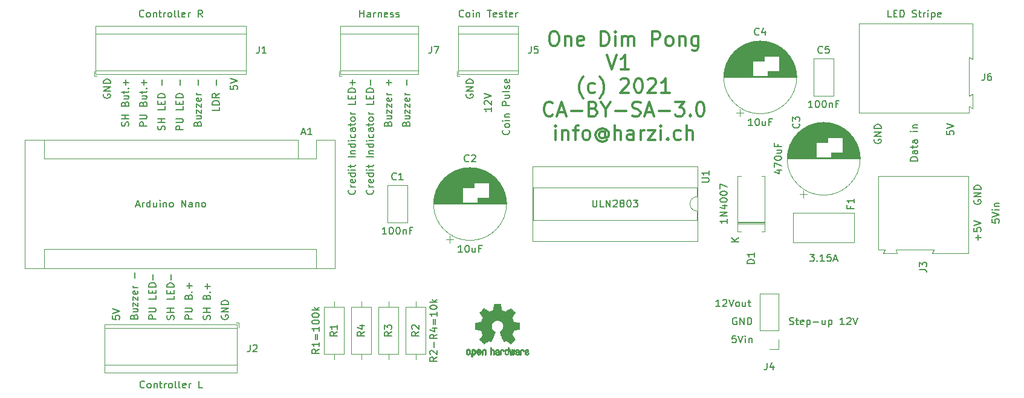
<source format=gbr>
%TF.GenerationSoftware,KiCad,Pcbnew,5.1.9+dfsg1-1*%
%TF.CreationDate,2021-06-11T06:32:11+02:00*%
%TF.ProjectId,one-dim-pong,6f6e652d-6469-46d2-9d70-6f6e672e6b69,rev?*%
%TF.SameCoordinates,Original*%
%TF.FileFunction,Legend,Top*%
%TF.FilePolarity,Positive*%
%FSLAX46Y46*%
G04 Gerber Fmt 4.6, Leading zero omitted, Abs format (unit mm)*
G04 Created by KiCad (PCBNEW 5.1.9+dfsg1-1) date 2021-06-11 06:32:11*
%MOMM*%
%LPD*%
G01*
G04 APERTURE LIST*
%ADD10C,0.150000*%
%ADD11C,0.300000*%
%ADD12C,0.120000*%
%ADD13C,0.010000*%
G04 APERTURE END LIST*
D10*
X158170952Y-95972380D02*
X158170952Y-96781904D01*
X158218571Y-96877142D01*
X158266190Y-96924761D01*
X158361428Y-96972380D01*
X158551904Y-96972380D01*
X158647142Y-96924761D01*
X158694761Y-96877142D01*
X158742380Y-96781904D01*
X158742380Y-95972380D01*
X159694761Y-96972380D02*
X159218571Y-96972380D01*
X159218571Y-95972380D01*
X160028095Y-96972380D02*
X160028095Y-95972380D01*
X160599523Y-96972380D01*
X160599523Y-95972380D01*
X161028095Y-96067619D02*
X161075714Y-96020000D01*
X161170952Y-95972380D01*
X161409047Y-95972380D01*
X161504285Y-96020000D01*
X161551904Y-96067619D01*
X161599523Y-96162857D01*
X161599523Y-96258095D01*
X161551904Y-96400952D01*
X160980476Y-96972380D01*
X161599523Y-96972380D01*
X162170952Y-96400952D02*
X162075714Y-96353333D01*
X162028095Y-96305714D01*
X161980476Y-96210476D01*
X161980476Y-96162857D01*
X162028095Y-96067619D01*
X162075714Y-96020000D01*
X162170952Y-95972380D01*
X162361428Y-95972380D01*
X162456666Y-96020000D01*
X162504285Y-96067619D01*
X162551904Y-96162857D01*
X162551904Y-96210476D01*
X162504285Y-96305714D01*
X162456666Y-96353333D01*
X162361428Y-96400952D01*
X162170952Y-96400952D01*
X162075714Y-96448571D01*
X162028095Y-96496190D01*
X161980476Y-96591428D01*
X161980476Y-96781904D01*
X162028095Y-96877142D01*
X162075714Y-96924761D01*
X162170952Y-96972380D01*
X162361428Y-96972380D01*
X162456666Y-96924761D01*
X162504285Y-96877142D01*
X162551904Y-96781904D01*
X162551904Y-96591428D01*
X162504285Y-96496190D01*
X162456666Y-96448571D01*
X162361428Y-96400952D01*
X163170952Y-95972380D02*
X163266190Y-95972380D01*
X163361428Y-96020000D01*
X163409047Y-96067619D01*
X163456666Y-96162857D01*
X163504285Y-96353333D01*
X163504285Y-96591428D01*
X163456666Y-96781904D01*
X163409047Y-96877142D01*
X163361428Y-96924761D01*
X163266190Y-96972380D01*
X163170952Y-96972380D01*
X163075714Y-96924761D01*
X163028095Y-96877142D01*
X162980476Y-96781904D01*
X162932857Y-96591428D01*
X162932857Y-96353333D01*
X162980476Y-96162857D01*
X163028095Y-96067619D01*
X163075714Y-96020000D01*
X163170952Y-95972380D01*
X163837619Y-95972380D02*
X164456666Y-95972380D01*
X164123333Y-96353333D01*
X164266190Y-96353333D01*
X164361428Y-96400952D01*
X164409047Y-96448571D01*
X164456666Y-96543809D01*
X164456666Y-96781904D01*
X164409047Y-96877142D01*
X164361428Y-96924761D01*
X164266190Y-96972380D01*
X163980476Y-96972380D01*
X163885238Y-96924761D01*
X163837619Y-96877142D01*
X94202857Y-96686666D02*
X94679047Y-96686666D01*
X94107619Y-96972380D02*
X94440952Y-95972380D01*
X94774285Y-96972380D01*
X95107619Y-96972380D02*
X95107619Y-96305714D01*
X95107619Y-96496190D02*
X95155238Y-96400952D01*
X95202857Y-96353333D01*
X95298095Y-96305714D01*
X95393333Y-96305714D01*
X96155238Y-96972380D02*
X96155238Y-95972380D01*
X96155238Y-96924761D02*
X96060000Y-96972380D01*
X95869523Y-96972380D01*
X95774285Y-96924761D01*
X95726666Y-96877142D01*
X95679047Y-96781904D01*
X95679047Y-96496190D01*
X95726666Y-96400952D01*
X95774285Y-96353333D01*
X95869523Y-96305714D01*
X96060000Y-96305714D01*
X96155238Y-96353333D01*
X97060000Y-96305714D02*
X97060000Y-96972380D01*
X96631428Y-96305714D02*
X96631428Y-96829523D01*
X96679047Y-96924761D01*
X96774285Y-96972380D01*
X96917142Y-96972380D01*
X97012380Y-96924761D01*
X97060000Y-96877142D01*
X97536190Y-96972380D02*
X97536190Y-96305714D01*
X97536190Y-95972380D02*
X97488571Y-96020000D01*
X97536190Y-96067619D01*
X97583809Y-96020000D01*
X97536190Y-95972380D01*
X97536190Y-96067619D01*
X98012380Y-96305714D02*
X98012380Y-96972380D01*
X98012380Y-96400952D02*
X98060000Y-96353333D01*
X98155238Y-96305714D01*
X98298095Y-96305714D01*
X98393333Y-96353333D01*
X98440952Y-96448571D01*
X98440952Y-96972380D01*
X99060000Y-96972380D02*
X98964761Y-96924761D01*
X98917142Y-96877142D01*
X98869523Y-96781904D01*
X98869523Y-96496190D01*
X98917142Y-96400952D01*
X98964761Y-96353333D01*
X99060000Y-96305714D01*
X99202857Y-96305714D01*
X99298095Y-96353333D01*
X99345714Y-96400952D01*
X99393333Y-96496190D01*
X99393333Y-96781904D01*
X99345714Y-96877142D01*
X99298095Y-96924761D01*
X99202857Y-96972380D01*
X99060000Y-96972380D01*
X100583809Y-96972380D02*
X100583809Y-95972380D01*
X101155238Y-96972380D01*
X101155238Y-95972380D01*
X102060000Y-96972380D02*
X102060000Y-96448571D01*
X102012380Y-96353333D01*
X101917142Y-96305714D01*
X101726666Y-96305714D01*
X101631428Y-96353333D01*
X102060000Y-96924761D02*
X101964761Y-96972380D01*
X101726666Y-96972380D01*
X101631428Y-96924761D01*
X101583809Y-96829523D01*
X101583809Y-96734285D01*
X101631428Y-96639047D01*
X101726666Y-96591428D01*
X101964761Y-96591428D01*
X102060000Y-96543809D01*
X102536190Y-96305714D02*
X102536190Y-96972380D01*
X102536190Y-96400952D02*
X102583809Y-96353333D01*
X102679047Y-96305714D01*
X102821904Y-96305714D01*
X102917142Y-96353333D01*
X102964761Y-96448571D01*
X102964761Y-96972380D01*
X103583809Y-96972380D02*
X103488571Y-96924761D01*
X103440952Y-96877142D01*
X103393333Y-96781904D01*
X103393333Y-96496190D01*
X103440952Y-96400952D01*
X103488571Y-96353333D01*
X103583809Y-96305714D01*
X103726666Y-96305714D01*
X103821904Y-96353333D01*
X103869523Y-96400952D01*
X103917142Y-96496190D01*
X103917142Y-96781904D01*
X103869523Y-96877142D01*
X103821904Y-96924761D01*
X103726666Y-96972380D01*
X103583809Y-96972380D01*
X180538571Y-85542380D02*
X179967142Y-85542380D01*
X180252857Y-85542380D02*
X180252857Y-84542380D01*
X180157619Y-84685238D01*
X180062380Y-84780476D01*
X179967142Y-84828095D01*
X181157619Y-84542380D02*
X181252857Y-84542380D01*
X181348095Y-84590000D01*
X181395714Y-84637619D01*
X181443333Y-84732857D01*
X181490952Y-84923333D01*
X181490952Y-85161428D01*
X181443333Y-85351904D01*
X181395714Y-85447142D01*
X181348095Y-85494761D01*
X181252857Y-85542380D01*
X181157619Y-85542380D01*
X181062380Y-85494761D01*
X181014761Y-85447142D01*
X180967142Y-85351904D01*
X180919523Y-85161428D01*
X180919523Y-84923333D01*
X180967142Y-84732857D01*
X181014761Y-84637619D01*
X181062380Y-84590000D01*
X181157619Y-84542380D01*
X182348095Y-84875714D02*
X182348095Y-85542380D01*
X181919523Y-84875714D02*
X181919523Y-85399523D01*
X181967142Y-85494761D01*
X182062380Y-85542380D01*
X182205238Y-85542380D01*
X182300476Y-85494761D01*
X182348095Y-85447142D01*
X183157619Y-85018571D02*
X182824285Y-85018571D01*
X182824285Y-85542380D02*
X182824285Y-84542380D01*
X183300476Y-84542380D01*
X188952380Y-83002380D02*
X188380952Y-83002380D01*
X188666666Y-83002380D02*
X188666666Y-82002380D01*
X188571428Y-82145238D01*
X188476190Y-82240476D01*
X188380952Y-82288095D01*
X189571428Y-82002380D02*
X189666666Y-82002380D01*
X189761904Y-82050000D01*
X189809523Y-82097619D01*
X189857142Y-82192857D01*
X189904761Y-82383333D01*
X189904761Y-82621428D01*
X189857142Y-82811904D01*
X189809523Y-82907142D01*
X189761904Y-82954761D01*
X189666666Y-83002380D01*
X189571428Y-83002380D01*
X189476190Y-82954761D01*
X189428571Y-82907142D01*
X189380952Y-82811904D01*
X189333333Y-82621428D01*
X189333333Y-82383333D01*
X189380952Y-82192857D01*
X189428571Y-82097619D01*
X189476190Y-82050000D01*
X189571428Y-82002380D01*
X190523809Y-82002380D02*
X190619047Y-82002380D01*
X190714285Y-82050000D01*
X190761904Y-82097619D01*
X190809523Y-82192857D01*
X190857142Y-82383333D01*
X190857142Y-82621428D01*
X190809523Y-82811904D01*
X190761904Y-82907142D01*
X190714285Y-82954761D01*
X190619047Y-83002380D01*
X190523809Y-83002380D01*
X190428571Y-82954761D01*
X190380952Y-82907142D01*
X190333333Y-82811904D01*
X190285714Y-82621428D01*
X190285714Y-82383333D01*
X190333333Y-82192857D01*
X190380952Y-82097619D01*
X190428571Y-82050000D01*
X190523809Y-82002380D01*
X191285714Y-82335714D02*
X191285714Y-83002380D01*
X191285714Y-82430952D02*
X191333333Y-82383333D01*
X191428571Y-82335714D01*
X191571428Y-82335714D01*
X191666666Y-82383333D01*
X191714285Y-82478571D01*
X191714285Y-83002380D01*
X192523809Y-82478571D02*
X192190476Y-82478571D01*
X192190476Y-83002380D02*
X192190476Y-82002380D01*
X192666666Y-82002380D01*
X183935714Y-91812857D02*
X184602380Y-91812857D01*
X183554761Y-92050952D02*
X184269047Y-92289047D01*
X184269047Y-91670000D01*
X183602380Y-91384285D02*
X183602380Y-90717619D01*
X184602380Y-91146190D01*
X183602380Y-90146190D02*
X183602380Y-90050952D01*
X183650000Y-89955714D01*
X183697619Y-89908095D01*
X183792857Y-89860476D01*
X183983333Y-89812857D01*
X184221428Y-89812857D01*
X184411904Y-89860476D01*
X184507142Y-89908095D01*
X184554761Y-89955714D01*
X184602380Y-90050952D01*
X184602380Y-90146190D01*
X184554761Y-90241428D01*
X184507142Y-90289047D01*
X184411904Y-90336666D01*
X184221428Y-90384285D01*
X183983333Y-90384285D01*
X183792857Y-90336666D01*
X183697619Y-90289047D01*
X183650000Y-90241428D01*
X183602380Y-90146190D01*
X183935714Y-88955714D02*
X184602380Y-88955714D01*
X183935714Y-89384285D02*
X184459523Y-89384285D01*
X184554761Y-89336666D01*
X184602380Y-89241428D01*
X184602380Y-89098571D01*
X184554761Y-89003333D01*
X184507142Y-88955714D01*
X184078571Y-88146190D02*
X184078571Y-88479523D01*
X184602380Y-88479523D02*
X183602380Y-88479523D01*
X183602380Y-88003333D01*
X139898571Y-103322380D02*
X139327142Y-103322380D01*
X139612857Y-103322380D02*
X139612857Y-102322380D01*
X139517619Y-102465238D01*
X139422380Y-102560476D01*
X139327142Y-102608095D01*
X140517619Y-102322380D02*
X140612857Y-102322380D01*
X140708095Y-102370000D01*
X140755714Y-102417619D01*
X140803333Y-102512857D01*
X140850952Y-102703333D01*
X140850952Y-102941428D01*
X140803333Y-103131904D01*
X140755714Y-103227142D01*
X140708095Y-103274761D01*
X140612857Y-103322380D01*
X140517619Y-103322380D01*
X140422380Y-103274761D01*
X140374761Y-103227142D01*
X140327142Y-103131904D01*
X140279523Y-102941428D01*
X140279523Y-102703333D01*
X140327142Y-102512857D01*
X140374761Y-102417619D01*
X140422380Y-102370000D01*
X140517619Y-102322380D01*
X141708095Y-102655714D02*
X141708095Y-103322380D01*
X141279523Y-102655714D02*
X141279523Y-103179523D01*
X141327142Y-103274761D01*
X141422380Y-103322380D01*
X141565238Y-103322380D01*
X141660476Y-103274761D01*
X141708095Y-103227142D01*
X142517619Y-102798571D02*
X142184285Y-102798571D01*
X142184285Y-103322380D02*
X142184285Y-102322380D01*
X142660476Y-102322380D01*
X129262380Y-100782380D02*
X128690952Y-100782380D01*
X128976666Y-100782380D02*
X128976666Y-99782380D01*
X128881428Y-99925238D01*
X128786190Y-100020476D01*
X128690952Y-100068095D01*
X129881428Y-99782380D02*
X129976666Y-99782380D01*
X130071904Y-99830000D01*
X130119523Y-99877619D01*
X130167142Y-99972857D01*
X130214761Y-100163333D01*
X130214761Y-100401428D01*
X130167142Y-100591904D01*
X130119523Y-100687142D01*
X130071904Y-100734761D01*
X129976666Y-100782380D01*
X129881428Y-100782380D01*
X129786190Y-100734761D01*
X129738571Y-100687142D01*
X129690952Y-100591904D01*
X129643333Y-100401428D01*
X129643333Y-100163333D01*
X129690952Y-99972857D01*
X129738571Y-99877619D01*
X129786190Y-99830000D01*
X129881428Y-99782380D01*
X130833809Y-99782380D02*
X130929047Y-99782380D01*
X131024285Y-99830000D01*
X131071904Y-99877619D01*
X131119523Y-99972857D01*
X131167142Y-100163333D01*
X131167142Y-100401428D01*
X131119523Y-100591904D01*
X131071904Y-100687142D01*
X131024285Y-100734761D01*
X130929047Y-100782380D01*
X130833809Y-100782380D01*
X130738571Y-100734761D01*
X130690952Y-100687142D01*
X130643333Y-100591904D01*
X130595714Y-100401428D01*
X130595714Y-100163333D01*
X130643333Y-99972857D01*
X130690952Y-99877619D01*
X130738571Y-99830000D01*
X130833809Y-99782380D01*
X131595714Y-100115714D02*
X131595714Y-100782380D01*
X131595714Y-100210952D02*
X131643333Y-100163333D01*
X131738571Y-100115714D01*
X131881428Y-100115714D01*
X131976666Y-100163333D01*
X132024285Y-100258571D01*
X132024285Y-100782380D01*
X132833809Y-100258571D02*
X132500476Y-100258571D01*
X132500476Y-100782380D02*
X132500476Y-99782380D01*
X132976666Y-99782380D01*
X119832380Y-116919047D02*
X119356190Y-117252380D01*
X119832380Y-117490476D02*
X118832380Y-117490476D01*
X118832380Y-117109523D01*
X118880000Y-117014285D01*
X118927619Y-116966666D01*
X119022857Y-116919047D01*
X119165714Y-116919047D01*
X119260952Y-116966666D01*
X119308571Y-117014285D01*
X119356190Y-117109523D01*
X119356190Y-117490476D01*
X119832380Y-115966666D02*
X119832380Y-116538095D01*
X119832380Y-116252380D02*
X118832380Y-116252380D01*
X118975238Y-116347619D01*
X119070476Y-116442857D01*
X119118095Y-116538095D01*
X119308571Y-115538095D02*
X119308571Y-114776190D01*
X119594285Y-114776190D02*
X119594285Y-115538095D01*
X119832380Y-113776190D02*
X119832380Y-114347619D01*
X119832380Y-114061904D02*
X118832380Y-114061904D01*
X118975238Y-114157142D01*
X119070476Y-114252380D01*
X119118095Y-114347619D01*
X118832380Y-113157142D02*
X118832380Y-113061904D01*
X118880000Y-112966666D01*
X118927619Y-112919047D01*
X119022857Y-112871428D01*
X119213333Y-112823809D01*
X119451428Y-112823809D01*
X119641904Y-112871428D01*
X119737142Y-112919047D01*
X119784761Y-112966666D01*
X119832380Y-113061904D01*
X119832380Y-113157142D01*
X119784761Y-113252380D01*
X119737142Y-113300000D01*
X119641904Y-113347619D01*
X119451428Y-113395238D01*
X119213333Y-113395238D01*
X119022857Y-113347619D01*
X118927619Y-113300000D01*
X118880000Y-113252380D01*
X118832380Y-113157142D01*
X118832380Y-112204761D02*
X118832380Y-112109523D01*
X118880000Y-112014285D01*
X118927619Y-111966666D01*
X119022857Y-111919047D01*
X119213333Y-111871428D01*
X119451428Y-111871428D01*
X119641904Y-111919047D01*
X119737142Y-111966666D01*
X119784761Y-112014285D01*
X119832380Y-112109523D01*
X119832380Y-112204761D01*
X119784761Y-112300000D01*
X119737142Y-112347619D01*
X119641904Y-112395238D01*
X119451428Y-112442857D01*
X119213333Y-112442857D01*
X119022857Y-112395238D01*
X118927619Y-112347619D01*
X118880000Y-112300000D01*
X118832380Y-112204761D01*
X119832380Y-111442857D02*
X118832380Y-111442857D01*
X119451428Y-111347619D02*
X119832380Y-111061904D01*
X119165714Y-111061904D02*
X119546666Y-111442857D01*
X136342380Y-118038095D02*
X135866190Y-118371428D01*
X136342380Y-118609523D02*
X135342380Y-118609523D01*
X135342380Y-118228571D01*
X135390000Y-118133333D01*
X135437619Y-118085714D01*
X135532857Y-118038095D01*
X135675714Y-118038095D01*
X135770952Y-118085714D01*
X135818571Y-118133333D01*
X135866190Y-118228571D01*
X135866190Y-118609523D01*
X135437619Y-117657142D02*
X135390000Y-117609523D01*
X135342380Y-117514285D01*
X135342380Y-117276190D01*
X135390000Y-117180952D01*
X135437619Y-117133333D01*
X135532857Y-117085714D01*
X135628095Y-117085714D01*
X135770952Y-117133333D01*
X136342380Y-117704761D01*
X136342380Y-117085714D01*
X135961428Y-116657142D02*
X135961428Y-115895238D01*
X136342380Y-114847619D02*
X135866190Y-115180952D01*
X136342380Y-115419047D02*
X135342380Y-115419047D01*
X135342380Y-115038095D01*
X135390000Y-114942857D01*
X135437619Y-114895238D01*
X135532857Y-114847619D01*
X135675714Y-114847619D01*
X135770952Y-114895238D01*
X135818571Y-114942857D01*
X135866190Y-115038095D01*
X135866190Y-115419047D01*
X135675714Y-113990476D02*
X136342380Y-113990476D01*
X135294761Y-114228571D02*
X136009047Y-114466666D01*
X136009047Y-113847619D01*
X135818571Y-113466666D02*
X135818571Y-112704761D01*
X136104285Y-112704761D02*
X136104285Y-113466666D01*
X136342380Y-111704761D02*
X136342380Y-112276190D01*
X136342380Y-111990476D02*
X135342380Y-111990476D01*
X135485238Y-112085714D01*
X135580476Y-112180952D01*
X135628095Y-112276190D01*
X135342380Y-111085714D02*
X135342380Y-110990476D01*
X135390000Y-110895238D01*
X135437619Y-110847619D01*
X135532857Y-110800000D01*
X135723333Y-110752380D01*
X135961428Y-110752380D01*
X136151904Y-110800000D01*
X136247142Y-110847619D01*
X136294761Y-110895238D01*
X136342380Y-110990476D01*
X136342380Y-111085714D01*
X136294761Y-111180952D01*
X136247142Y-111228571D01*
X136151904Y-111276190D01*
X135961428Y-111323809D01*
X135723333Y-111323809D01*
X135532857Y-111276190D01*
X135437619Y-111228571D01*
X135390000Y-111180952D01*
X135342380Y-111085714D01*
X136342380Y-110323809D02*
X135342380Y-110323809D01*
X135961428Y-110228571D02*
X136342380Y-109942857D01*
X135675714Y-109942857D02*
X136056666Y-110323809D01*
X107402380Y-79932738D02*
X107402380Y-80408928D01*
X107878571Y-80456547D01*
X107830952Y-80408928D01*
X107783333Y-80313690D01*
X107783333Y-80075595D01*
X107830952Y-79980357D01*
X107878571Y-79932738D01*
X107973809Y-79885119D01*
X108211904Y-79885119D01*
X108307142Y-79932738D01*
X108354761Y-79980357D01*
X108402380Y-80075595D01*
X108402380Y-80313690D01*
X108354761Y-80408928D01*
X108307142Y-80456547D01*
X107402380Y-79599404D02*
X108402380Y-79266071D01*
X107402380Y-78932738D01*
X93908571Y-112361071D02*
X93956190Y-112218214D01*
X94003809Y-112170595D01*
X94099047Y-112122976D01*
X94241904Y-112122976D01*
X94337142Y-112170595D01*
X94384761Y-112218214D01*
X94432380Y-112313452D01*
X94432380Y-112694404D01*
X93432380Y-112694404D01*
X93432380Y-112361071D01*
X93480000Y-112265833D01*
X93527619Y-112218214D01*
X93622857Y-112170595D01*
X93718095Y-112170595D01*
X93813333Y-112218214D01*
X93860952Y-112265833D01*
X93908571Y-112361071D01*
X93908571Y-112694404D01*
X93765714Y-111265833D02*
X94432380Y-111265833D01*
X93765714Y-111694404D02*
X94289523Y-111694404D01*
X94384761Y-111646785D01*
X94432380Y-111551547D01*
X94432380Y-111408690D01*
X94384761Y-111313452D01*
X94337142Y-111265833D01*
X93765714Y-110884880D02*
X93765714Y-110361071D01*
X94432380Y-110884880D01*
X94432380Y-110361071D01*
X93765714Y-110075357D02*
X93765714Y-109551547D01*
X94432380Y-110075357D01*
X94432380Y-109551547D01*
X94384761Y-108789642D02*
X94432380Y-108884880D01*
X94432380Y-109075357D01*
X94384761Y-109170595D01*
X94289523Y-109218214D01*
X93908571Y-109218214D01*
X93813333Y-109170595D01*
X93765714Y-109075357D01*
X93765714Y-108884880D01*
X93813333Y-108789642D01*
X93908571Y-108742023D01*
X94003809Y-108742023D01*
X94099047Y-109218214D01*
X94432380Y-108313452D02*
X93765714Y-108313452D01*
X93956190Y-108313452D02*
X93860952Y-108265833D01*
X93813333Y-108218214D01*
X93765714Y-108122976D01*
X93765714Y-108027738D01*
X94051428Y-106932500D02*
X94051428Y-106170595D01*
X90892380Y-112218214D02*
X90892380Y-112694404D01*
X91368571Y-112742023D01*
X91320952Y-112694404D01*
X91273333Y-112599166D01*
X91273333Y-112361071D01*
X91320952Y-112265833D01*
X91368571Y-112218214D01*
X91463809Y-112170595D01*
X91701904Y-112170595D01*
X91797142Y-112218214D01*
X91844761Y-112265833D01*
X91892380Y-112361071D01*
X91892380Y-112599166D01*
X91844761Y-112694404D01*
X91797142Y-112742023D01*
X90892380Y-111884880D02*
X91892380Y-111551547D01*
X90892380Y-111218214D01*
X96972380Y-112694404D02*
X95972380Y-112694404D01*
X95972380Y-112313452D01*
X96020000Y-112218214D01*
X96067619Y-112170595D01*
X96162857Y-112122976D01*
X96305714Y-112122976D01*
X96400952Y-112170595D01*
X96448571Y-112218214D01*
X96496190Y-112313452D01*
X96496190Y-112694404D01*
X95972380Y-111694404D02*
X96781904Y-111694404D01*
X96877142Y-111646785D01*
X96924761Y-111599166D01*
X96972380Y-111503928D01*
X96972380Y-111313452D01*
X96924761Y-111218214D01*
X96877142Y-111170595D01*
X96781904Y-111122976D01*
X95972380Y-111122976D01*
X96972380Y-109408690D02*
X96972380Y-109884880D01*
X95972380Y-109884880D01*
X96448571Y-109075357D02*
X96448571Y-108742023D01*
X96972380Y-108599166D02*
X96972380Y-109075357D01*
X95972380Y-109075357D01*
X95972380Y-108599166D01*
X96972380Y-108170595D02*
X95972380Y-108170595D01*
X95972380Y-107932500D01*
X96020000Y-107789642D01*
X96115238Y-107694404D01*
X96210476Y-107646785D01*
X96400952Y-107599166D01*
X96543809Y-107599166D01*
X96734285Y-107646785D01*
X96829523Y-107694404D01*
X96924761Y-107789642D01*
X96972380Y-107932500D01*
X96972380Y-108170595D01*
X96591428Y-107170595D02*
X96591428Y-106408690D01*
X99464761Y-112742023D02*
X99512380Y-112599166D01*
X99512380Y-112361071D01*
X99464761Y-112265833D01*
X99417142Y-112218214D01*
X99321904Y-112170595D01*
X99226666Y-112170595D01*
X99131428Y-112218214D01*
X99083809Y-112265833D01*
X99036190Y-112361071D01*
X98988571Y-112551547D01*
X98940952Y-112646785D01*
X98893333Y-112694404D01*
X98798095Y-112742023D01*
X98702857Y-112742023D01*
X98607619Y-112694404D01*
X98560000Y-112646785D01*
X98512380Y-112551547D01*
X98512380Y-112313452D01*
X98560000Y-112170595D01*
X99512380Y-111742023D02*
X98512380Y-111742023D01*
X98988571Y-111742023D02*
X98988571Y-111170595D01*
X99512380Y-111170595D02*
X98512380Y-111170595D01*
X99512380Y-109456309D02*
X99512380Y-109932500D01*
X98512380Y-109932500D01*
X98988571Y-109122976D02*
X98988571Y-108789642D01*
X99512380Y-108646785D02*
X99512380Y-109122976D01*
X98512380Y-109122976D01*
X98512380Y-108646785D01*
X99512380Y-108218214D02*
X98512380Y-108218214D01*
X98512380Y-107980119D01*
X98560000Y-107837261D01*
X98655238Y-107742023D01*
X98750476Y-107694404D01*
X98940952Y-107646785D01*
X99083809Y-107646785D01*
X99274285Y-107694404D01*
X99369523Y-107742023D01*
X99464761Y-107837261D01*
X99512380Y-107980119D01*
X99512380Y-108218214D01*
X99131428Y-107218214D02*
X99131428Y-106456309D01*
X102052380Y-112694404D02*
X101052380Y-112694404D01*
X101052380Y-112313452D01*
X101100000Y-112218214D01*
X101147619Y-112170595D01*
X101242857Y-112122976D01*
X101385714Y-112122976D01*
X101480952Y-112170595D01*
X101528571Y-112218214D01*
X101576190Y-112313452D01*
X101576190Y-112694404D01*
X101052380Y-111694404D02*
X101861904Y-111694404D01*
X101957142Y-111646785D01*
X102004761Y-111599166D01*
X102052380Y-111503928D01*
X102052380Y-111313452D01*
X102004761Y-111218214D01*
X101957142Y-111170595D01*
X101861904Y-111122976D01*
X101052380Y-111122976D01*
X101528571Y-109551547D02*
X101576190Y-109408690D01*
X101623809Y-109361071D01*
X101719047Y-109313452D01*
X101861904Y-109313452D01*
X101957142Y-109361071D01*
X102004761Y-109408690D01*
X102052380Y-109503928D01*
X102052380Y-109884880D01*
X101052380Y-109884880D01*
X101052380Y-109551547D01*
X101100000Y-109456309D01*
X101147619Y-109408690D01*
X101242857Y-109361071D01*
X101338095Y-109361071D01*
X101433333Y-109408690D01*
X101480952Y-109456309D01*
X101528571Y-109551547D01*
X101528571Y-109884880D01*
X101957142Y-108884880D02*
X102004761Y-108837261D01*
X102052380Y-108884880D01*
X102004761Y-108932500D01*
X101957142Y-108884880D01*
X102052380Y-108884880D01*
X101671428Y-108408690D02*
X101671428Y-107646785D01*
X102052380Y-108027738D02*
X101290476Y-108027738D01*
X104544761Y-112742023D02*
X104592380Y-112599166D01*
X104592380Y-112361071D01*
X104544761Y-112265833D01*
X104497142Y-112218214D01*
X104401904Y-112170595D01*
X104306666Y-112170595D01*
X104211428Y-112218214D01*
X104163809Y-112265833D01*
X104116190Y-112361071D01*
X104068571Y-112551547D01*
X104020952Y-112646785D01*
X103973333Y-112694404D01*
X103878095Y-112742023D01*
X103782857Y-112742023D01*
X103687619Y-112694404D01*
X103640000Y-112646785D01*
X103592380Y-112551547D01*
X103592380Y-112313452D01*
X103640000Y-112170595D01*
X104592380Y-111742023D02*
X103592380Y-111742023D01*
X104068571Y-111742023D02*
X104068571Y-111170595D01*
X104592380Y-111170595D02*
X103592380Y-111170595D01*
X104068571Y-109599166D02*
X104116190Y-109456309D01*
X104163809Y-109408690D01*
X104259047Y-109361071D01*
X104401904Y-109361071D01*
X104497142Y-109408690D01*
X104544761Y-109456309D01*
X104592380Y-109551547D01*
X104592380Y-109932500D01*
X103592380Y-109932500D01*
X103592380Y-109599166D01*
X103640000Y-109503928D01*
X103687619Y-109456309D01*
X103782857Y-109408690D01*
X103878095Y-109408690D01*
X103973333Y-109456309D01*
X104020952Y-109503928D01*
X104068571Y-109599166D01*
X104068571Y-109932500D01*
X104497142Y-108932500D02*
X104544761Y-108884880D01*
X104592380Y-108932500D01*
X104544761Y-108980119D01*
X104497142Y-108932500D01*
X104592380Y-108932500D01*
X104211428Y-108456309D02*
X104211428Y-107694404D01*
X104592380Y-108075357D02*
X103830476Y-108075357D01*
X106180000Y-112170595D02*
X106132380Y-112265833D01*
X106132380Y-112408690D01*
X106180000Y-112551547D01*
X106275238Y-112646785D01*
X106370476Y-112694404D01*
X106560952Y-112742023D01*
X106703809Y-112742023D01*
X106894285Y-112694404D01*
X106989523Y-112646785D01*
X107084761Y-112551547D01*
X107132380Y-112408690D01*
X107132380Y-112313452D01*
X107084761Y-112170595D01*
X107037142Y-112122976D01*
X106703809Y-112122976D01*
X106703809Y-112313452D01*
X107132380Y-111694404D02*
X106132380Y-111694404D01*
X107132380Y-111122976D01*
X106132380Y-111122976D01*
X107132380Y-110646785D02*
X106132380Y-110646785D01*
X106132380Y-110408690D01*
X106180000Y-110265833D01*
X106275238Y-110170595D01*
X106370476Y-110122976D01*
X106560952Y-110075357D01*
X106703809Y-110075357D01*
X106894285Y-110122976D01*
X106989523Y-110170595D01*
X107084761Y-110265833D01*
X107132380Y-110408690D01*
X107132380Y-110646785D01*
X105862380Y-82932738D02*
X105862380Y-83408928D01*
X104862380Y-83408928D01*
X105862380Y-82599404D02*
X104862380Y-82599404D01*
X104862380Y-82361309D01*
X104910000Y-82218452D01*
X105005238Y-82123214D01*
X105100476Y-82075595D01*
X105290952Y-82027976D01*
X105433809Y-82027976D01*
X105624285Y-82075595D01*
X105719523Y-82123214D01*
X105814761Y-82218452D01*
X105862380Y-82361309D01*
X105862380Y-82599404D01*
X105862380Y-81027976D02*
X105386190Y-81361309D01*
X105862380Y-81599404D02*
X104862380Y-81599404D01*
X104862380Y-81218452D01*
X104910000Y-81123214D01*
X104957619Y-81075595D01*
X105052857Y-81027976D01*
X105195714Y-81027976D01*
X105290952Y-81075595D01*
X105338571Y-81123214D01*
X105386190Y-81218452D01*
X105386190Y-81599404D01*
X105481428Y-79837500D02*
X105481428Y-79075595D01*
X102798571Y-85266071D02*
X102846190Y-85123214D01*
X102893809Y-85075595D01*
X102989047Y-85027976D01*
X103131904Y-85027976D01*
X103227142Y-85075595D01*
X103274761Y-85123214D01*
X103322380Y-85218452D01*
X103322380Y-85599404D01*
X102322380Y-85599404D01*
X102322380Y-85266071D01*
X102370000Y-85170833D01*
X102417619Y-85123214D01*
X102512857Y-85075595D01*
X102608095Y-85075595D01*
X102703333Y-85123214D01*
X102750952Y-85170833D01*
X102798571Y-85266071D01*
X102798571Y-85599404D01*
X102655714Y-84170833D02*
X103322380Y-84170833D01*
X102655714Y-84599404D02*
X103179523Y-84599404D01*
X103274761Y-84551785D01*
X103322380Y-84456547D01*
X103322380Y-84313690D01*
X103274761Y-84218452D01*
X103227142Y-84170833D01*
X102655714Y-83789880D02*
X102655714Y-83266071D01*
X103322380Y-83789880D01*
X103322380Y-83266071D01*
X102655714Y-82980357D02*
X102655714Y-82456547D01*
X103322380Y-82980357D01*
X103322380Y-82456547D01*
X103274761Y-81694642D02*
X103322380Y-81789880D01*
X103322380Y-81980357D01*
X103274761Y-82075595D01*
X103179523Y-82123214D01*
X102798571Y-82123214D01*
X102703333Y-82075595D01*
X102655714Y-81980357D01*
X102655714Y-81789880D01*
X102703333Y-81694642D01*
X102798571Y-81647023D01*
X102893809Y-81647023D01*
X102989047Y-82123214D01*
X103322380Y-81218452D02*
X102655714Y-81218452D01*
X102846190Y-81218452D02*
X102750952Y-81170833D01*
X102703333Y-81123214D01*
X102655714Y-81027976D01*
X102655714Y-80932738D01*
X102941428Y-79837500D02*
X102941428Y-79075595D01*
X100782380Y-86123214D02*
X99782380Y-86123214D01*
X99782380Y-85742261D01*
X99830000Y-85647023D01*
X99877619Y-85599404D01*
X99972857Y-85551785D01*
X100115714Y-85551785D01*
X100210952Y-85599404D01*
X100258571Y-85647023D01*
X100306190Y-85742261D01*
X100306190Y-86123214D01*
X99782380Y-85123214D02*
X100591904Y-85123214D01*
X100687142Y-85075595D01*
X100734761Y-85027976D01*
X100782380Y-84932738D01*
X100782380Y-84742261D01*
X100734761Y-84647023D01*
X100687142Y-84599404D01*
X100591904Y-84551785D01*
X99782380Y-84551785D01*
X100782380Y-82837500D02*
X100782380Y-83313690D01*
X99782380Y-83313690D01*
X100258571Y-82504166D02*
X100258571Y-82170833D01*
X100782380Y-82027976D02*
X100782380Y-82504166D01*
X99782380Y-82504166D01*
X99782380Y-82027976D01*
X100782380Y-81599404D02*
X99782380Y-81599404D01*
X99782380Y-81361309D01*
X99830000Y-81218452D01*
X99925238Y-81123214D01*
X100020476Y-81075595D01*
X100210952Y-81027976D01*
X100353809Y-81027976D01*
X100544285Y-81075595D01*
X100639523Y-81123214D01*
X100734761Y-81218452D01*
X100782380Y-81361309D01*
X100782380Y-81599404D01*
X100401428Y-79837500D02*
X100401428Y-79075595D01*
X98194761Y-86123214D02*
X98242380Y-85980357D01*
X98242380Y-85742261D01*
X98194761Y-85647023D01*
X98147142Y-85599404D01*
X98051904Y-85551785D01*
X97956666Y-85551785D01*
X97861428Y-85599404D01*
X97813809Y-85647023D01*
X97766190Y-85742261D01*
X97718571Y-85932738D01*
X97670952Y-86027976D01*
X97623333Y-86075595D01*
X97528095Y-86123214D01*
X97432857Y-86123214D01*
X97337619Y-86075595D01*
X97290000Y-86027976D01*
X97242380Y-85932738D01*
X97242380Y-85694642D01*
X97290000Y-85551785D01*
X98242380Y-85123214D02*
X97242380Y-85123214D01*
X97718571Y-85123214D02*
X97718571Y-84551785D01*
X98242380Y-84551785D02*
X97242380Y-84551785D01*
X98242380Y-82837500D02*
X98242380Y-83313690D01*
X97242380Y-83313690D01*
X97718571Y-82504166D02*
X97718571Y-82170833D01*
X98242380Y-82027976D02*
X98242380Y-82504166D01*
X97242380Y-82504166D01*
X97242380Y-82027976D01*
X98242380Y-81599404D02*
X97242380Y-81599404D01*
X97242380Y-81361309D01*
X97290000Y-81218452D01*
X97385238Y-81123214D01*
X97480476Y-81075595D01*
X97670952Y-81027976D01*
X97813809Y-81027976D01*
X98004285Y-81075595D01*
X98099523Y-81123214D01*
X98194761Y-81218452D01*
X98242380Y-81361309D01*
X98242380Y-81599404D01*
X97861428Y-79837500D02*
X97861428Y-79075595D01*
X95702380Y-85599404D02*
X94702380Y-85599404D01*
X94702380Y-85218452D01*
X94750000Y-85123214D01*
X94797619Y-85075595D01*
X94892857Y-85027976D01*
X95035714Y-85027976D01*
X95130952Y-85075595D01*
X95178571Y-85123214D01*
X95226190Y-85218452D01*
X95226190Y-85599404D01*
X94702380Y-84599404D02*
X95511904Y-84599404D01*
X95607142Y-84551785D01*
X95654761Y-84504166D01*
X95702380Y-84408928D01*
X95702380Y-84218452D01*
X95654761Y-84123214D01*
X95607142Y-84075595D01*
X95511904Y-84027976D01*
X94702380Y-84027976D01*
X95178571Y-82456547D02*
X95226190Y-82313690D01*
X95273809Y-82266071D01*
X95369047Y-82218452D01*
X95511904Y-82218452D01*
X95607142Y-82266071D01*
X95654761Y-82313690D01*
X95702380Y-82408928D01*
X95702380Y-82789880D01*
X94702380Y-82789880D01*
X94702380Y-82456547D01*
X94750000Y-82361309D01*
X94797619Y-82313690D01*
X94892857Y-82266071D01*
X94988095Y-82266071D01*
X95083333Y-82313690D01*
X95130952Y-82361309D01*
X95178571Y-82456547D01*
X95178571Y-82789880D01*
X95035714Y-81361309D02*
X95702380Y-81361309D01*
X95035714Y-81789880D02*
X95559523Y-81789880D01*
X95654761Y-81742261D01*
X95702380Y-81647023D01*
X95702380Y-81504166D01*
X95654761Y-81408928D01*
X95607142Y-81361309D01*
X95035714Y-81027976D02*
X95035714Y-80647023D01*
X94702380Y-80885119D02*
X95559523Y-80885119D01*
X95654761Y-80837500D01*
X95702380Y-80742261D01*
X95702380Y-80647023D01*
X95607142Y-80313690D02*
X95654761Y-80266071D01*
X95702380Y-80313690D01*
X95654761Y-80361309D01*
X95607142Y-80313690D01*
X95702380Y-80313690D01*
X95321428Y-79837500D02*
X95321428Y-79075595D01*
X95702380Y-79456547D02*
X94940476Y-79456547D01*
X89670000Y-81123214D02*
X89622380Y-81218452D01*
X89622380Y-81361309D01*
X89670000Y-81504166D01*
X89765238Y-81599404D01*
X89860476Y-81647023D01*
X90050952Y-81694642D01*
X90193809Y-81694642D01*
X90384285Y-81647023D01*
X90479523Y-81599404D01*
X90574761Y-81504166D01*
X90622380Y-81361309D01*
X90622380Y-81266071D01*
X90574761Y-81123214D01*
X90527142Y-81075595D01*
X90193809Y-81075595D01*
X90193809Y-81266071D01*
X90622380Y-80647023D02*
X89622380Y-80647023D01*
X90622380Y-80075595D01*
X89622380Y-80075595D01*
X90622380Y-79599404D02*
X89622380Y-79599404D01*
X89622380Y-79361309D01*
X89670000Y-79218452D01*
X89765238Y-79123214D01*
X89860476Y-79075595D01*
X90050952Y-79027976D01*
X90193809Y-79027976D01*
X90384285Y-79075595D01*
X90479523Y-79123214D01*
X90574761Y-79218452D01*
X90622380Y-79361309D01*
X90622380Y-79599404D01*
X93114761Y-85599404D02*
X93162380Y-85456547D01*
X93162380Y-85218452D01*
X93114761Y-85123214D01*
X93067142Y-85075595D01*
X92971904Y-85027976D01*
X92876666Y-85027976D01*
X92781428Y-85075595D01*
X92733809Y-85123214D01*
X92686190Y-85218452D01*
X92638571Y-85408928D01*
X92590952Y-85504166D01*
X92543333Y-85551785D01*
X92448095Y-85599404D01*
X92352857Y-85599404D01*
X92257619Y-85551785D01*
X92210000Y-85504166D01*
X92162380Y-85408928D01*
X92162380Y-85170833D01*
X92210000Y-85027976D01*
X93162380Y-84599404D02*
X92162380Y-84599404D01*
X92638571Y-84599404D02*
X92638571Y-84027976D01*
X93162380Y-84027976D02*
X92162380Y-84027976D01*
X92638571Y-82456547D02*
X92686190Y-82313690D01*
X92733809Y-82266071D01*
X92829047Y-82218452D01*
X92971904Y-82218452D01*
X93067142Y-82266071D01*
X93114761Y-82313690D01*
X93162380Y-82408928D01*
X93162380Y-82789880D01*
X92162380Y-82789880D01*
X92162380Y-82456547D01*
X92210000Y-82361309D01*
X92257619Y-82313690D01*
X92352857Y-82266071D01*
X92448095Y-82266071D01*
X92543333Y-82313690D01*
X92590952Y-82361309D01*
X92638571Y-82456547D01*
X92638571Y-82789880D01*
X92495714Y-81361309D02*
X93162380Y-81361309D01*
X92495714Y-81789880D02*
X93019523Y-81789880D01*
X93114761Y-81742261D01*
X93162380Y-81647023D01*
X93162380Y-81504166D01*
X93114761Y-81408928D01*
X93067142Y-81361309D01*
X92495714Y-81027976D02*
X92495714Y-80647023D01*
X92162380Y-80885119D02*
X93019523Y-80885119D01*
X93114761Y-80837500D01*
X93162380Y-80742261D01*
X93162380Y-80647023D01*
X93067142Y-80313690D02*
X93114761Y-80266071D01*
X93162380Y-80313690D01*
X93114761Y-80361309D01*
X93067142Y-80313690D01*
X93162380Y-80313690D01*
X92781428Y-79837500D02*
X92781428Y-79075595D01*
X93162380Y-79456547D02*
X92400476Y-79456547D01*
X146407142Y-86170833D02*
X146454761Y-86218452D01*
X146502380Y-86361309D01*
X146502380Y-86456547D01*
X146454761Y-86599404D01*
X146359523Y-86694642D01*
X146264285Y-86742261D01*
X146073809Y-86789880D01*
X145930952Y-86789880D01*
X145740476Y-86742261D01*
X145645238Y-86694642D01*
X145550000Y-86599404D01*
X145502380Y-86456547D01*
X145502380Y-86361309D01*
X145550000Y-86218452D01*
X145597619Y-86170833D01*
X146502380Y-85599404D02*
X146454761Y-85694642D01*
X146407142Y-85742261D01*
X146311904Y-85789880D01*
X146026190Y-85789880D01*
X145930952Y-85742261D01*
X145883333Y-85694642D01*
X145835714Y-85599404D01*
X145835714Y-85456547D01*
X145883333Y-85361309D01*
X145930952Y-85313690D01*
X146026190Y-85266071D01*
X146311904Y-85266071D01*
X146407142Y-85313690D01*
X146454761Y-85361309D01*
X146502380Y-85456547D01*
X146502380Y-85599404D01*
X146502380Y-84837500D02*
X145835714Y-84837500D01*
X145502380Y-84837500D02*
X145550000Y-84885119D01*
X145597619Y-84837500D01*
X145550000Y-84789880D01*
X145502380Y-84837500D01*
X145597619Y-84837500D01*
X145835714Y-84361309D02*
X146502380Y-84361309D01*
X145930952Y-84361309D02*
X145883333Y-84313690D01*
X145835714Y-84218452D01*
X145835714Y-84075595D01*
X145883333Y-83980357D01*
X145978571Y-83932738D01*
X146502380Y-83932738D01*
X146502380Y-82694642D02*
X145502380Y-82694642D01*
X145502380Y-82313690D01*
X145550000Y-82218452D01*
X145597619Y-82170833D01*
X145692857Y-82123214D01*
X145835714Y-82123214D01*
X145930952Y-82170833D01*
X145978571Y-82218452D01*
X146026190Y-82313690D01*
X146026190Y-82694642D01*
X145835714Y-81266071D02*
X146502380Y-81266071D01*
X145835714Y-81694642D02*
X146359523Y-81694642D01*
X146454761Y-81647023D01*
X146502380Y-81551785D01*
X146502380Y-81408928D01*
X146454761Y-81313690D01*
X146407142Y-81266071D01*
X146502380Y-80647023D02*
X146454761Y-80742261D01*
X146359523Y-80789880D01*
X145502380Y-80789880D01*
X146454761Y-80313690D02*
X146502380Y-80218452D01*
X146502380Y-80027976D01*
X146454761Y-79932738D01*
X146359523Y-79885119D01*
X146311904Y-79885119D01*
X146216666Y-79932738D01*
X146169047Y-80027976D01*
X146169047Y-80170833D01*
X146121428Y-80266071D01*
X146026190Y-80313690D01*
X145978571Y-80313690D01*
X145883333Y-80266071D01*
X145835714Y-80170833D01*
X145835714Y-80027976D01*
X145883333Y-79932738D01*
X146454761Y-79075595D02*
X146502380Y-79170833D01*
X146502380Y-79361309D01*
X146454761Y-79456547D01*
X146359523Y-79504166D01*
X145978571Y-79504166D01*
X145883333Y-79456547D01*
X145835714Y-79361309D01*
X145835714Y-79170833D01*
X145883333Y-79075595D01*
X145978571Y-79027976D01*
X146073809Y-79027976D01*
X146169047Y-79504166D01*
X143962380Y-82960595D02*
X143962380Y-83532023D01*
X143962380Y-83246309D02*
X142962380Y-83246309D01*
X143105238Y-83341547D01*
X143200476Y-83436785D01*
X143248095Y-83532023D01*
X143057619Y-82579642D02*
X143010000Y-82532023D01*
X142962380Y-82436785D01*
X142962380Y-82198690D01*
X143010000Y-82103452D01*
X143057619Y-82055833D01*
X143152857Y-82008214D01*
X143248095Y-82008214D01*
X143390952Y-82055833D01*
X143962380Y-82627261D01*
X143962380Y-82008214D01*
X142962380Y-81722500D02*
X143962380Y-81389166D01*
X142962380Y-81055833D01*
X140470000Y-81123214D02*
X140422380Y-81218452D01*
X140422380Y-81361309D01*
X140470000Y-81504166D01*
X140565238Y-81599404D01*
X140660476Y-81647023D01*
X140850952Y-81694642D01*
X140993809Y-81694642D01*
X141184285Y-81647023D01*
X141279523Y-81599404D01*
X141374761Y-81504166D01*
X141422380Y-81361309D01*
X141422380Y-81266071D01*
X141374761Y-81123214D01*
X141327142Y-81075595D01*
X140993809Y-81075595D01*
X140993809Y-81266071D01*
X141422380Y-80647023D02*
X140422380Y-80647023D01*
X141422380Y-80075595D01*
X140422380Y-80075595D01*
X141422380Y-79599404D02*
X140422380Y-79599404D01*
X140422380Y-79361309D01*
X140470000Y-79218452D01*
X140565238Y-79123214D01*
X140660476Y-79075595D01*
X140850952Y-79027976D01*
X140993809Y-79027976D01*
X141184285Y-79075595D01*
X141279523Y-79123214D01*
X141374761Y-79218452D01*
X141422380Y-79361309D01*
X141422380Y-79599404D01*
X132008571Y-85266071D02*
X132056190Y-85123214D01*
X132103809Y-85075595D01*
X132199047Y-85027976D01*
X132341904Y-85027976D01*
X132437142Y-85075595D01*
X132484761Y-85123214D01*
X132532380Y-85218452D01*
X132532380Y-85599404D01*
X131532380Y-85599404D01*
X131532380Y-85266071D01*
X131580000Y-85170833D01*
X131627619Y-85123214D01*
X131722857Y-85075595D01*
X131818095Y-85075595D01*
X131913333Y-85123214D01*
X131960952Y-85170833D01*
X132008571Y-85266071D01*
X132008571Y-85599404D01*
X131865714Y-84170833D02*
X132532380Y-84170833D01*
X131865714Y-84599404D02*
X132389523Y-84599404D01*
X132484761Y-84551785D01*
X132532380Y-84456547D01*
X132532380Y-84313690D01*
X132484761Y-84218452D01*
X132437142Y-84170833D01*
X131865714Y-83789880D02*
X131865714Y-83266071D01*
X132532380Y-83789880D01*
X132532380Y-83266071D01*
X131865714Y-82980357D02*
X131865714Y-82456547D01*
X132532380Y-82980357D01*
X132532380Y-82456547D01*
X132484761Y-81694642D02*
X132532380Y-81789880D01*
X132532380Y-81980357D01*
X132484761Y-82075595D01*
X132389523Y-82123214D01*
X132008571Y-82123214D01*
X131913333Y-82075595D01*
X131865714Y-81980357D01*
X131865714Y-81789880D01*
X131913333Y-81694642D01*
X132008571Y-81647023D01*
X132103809Y-81647023D01*
X132199047Y-82123214D01*
X132532380Y-81218452D02*
X131865714Y-81218452D01*
X132056190Y-81218452D02*
X131960952Y-81170833D01*
X131913333Y-81123214D01*
X131865714Y-81027976D01*
X131865714Y-80932738D01*
X132151428Y-79837500D02*
X132151428Y-79075595D01*
X127357142Y-94551785D02*
X127404761Y-94599404D01*
X127452380Y-94742261D01*
X127452380Y-94837500D01*
X127404761Y-94980357D01*
X127309523Y-95075595D01*
X127214285Y-95123214D01*
X127023809Y-95170833D01*
X126880952Y-95170833D01*
X126690476Y-95123214D01*
X126595238Y-95075595D01*
X126500000Y-94980357D01*
X126452380Y-94837500D01*
X126452380Y-94742261D01*
X126500000Y-94599404D01*
X126547619Y-94551785D01*
X127452380Y-94123214D02*
X126785714Y-94123214D01*
X126976190Y-94123214D02*
X126880952Y-94075595D01*
X126833333Y-94027976D01*
X126785714Y-93932738D01*
X126785714Y-93837500D01*
X127404761Y-93123214D02*
X127452380Y-93218452D01*
X127452380Y-93408928D01*
X127404761Y-93504166D01*
X127309523Y-93551785D01*
X126928571Y-93551785D01*
X126833333Y-93504166D01*
X126785714Y-93408928D01*
X126785714Y-93218452D01*
X126833333Y-93123214D01*
X126928571Y-93075595D01*
X127023809Y-93075595D01*
X127119047Y-93551785D01*
X127452380Y-92218452D02*
X126452380Y-92218452D01*
X127404761Y-92218452D02*
X127452380Y-92313690D01*
X127452380Y-92504166D01*
X127404761Y-92599404D01*
X127357142Y-92647023D01*
X127261904Y-92694642D01*
X126976190Y-92694642D01*
X126880952Y-92647023D01*
X126833333Y-92599404D01*
X126785714Y-92504166D01*
X126785714Y-92313690D01*
X126833333Y-92218452D01*
X127452380Y-91742261D02*
X126785714Y-91742261D01*
X126452380Y-91742261D02*
X126500000Y-91789880D01*
X126547619Y-91742261D01*
X126500000Y-91694642D01*
X126452380Y-91742261D01*
X126547619Y-91742261D01*
X126785714Y-91408928D02*
X126785714Y-91027976D01*
X126452380Y-91266071D02*
X127309523Y-91266071D01*
X127404761Y-91218452D01*
X127452380Y-91123214D01*
X127452380Y-91027976D01*
X127452380Y-89932738D02*
X126452380Y-89932738D01*
X126785714Y-89456547D02*
X127452380Y-89456547D01*
X126880952Y-89456547D02*
X126833333Y-89408928D01*
X126785714Y-89313690D01*
X126785714Y-89170833D01*
X126833333Y-89075595D01*
X126928571Y-89027976D01*
X127452380Y-89027976D01*
X127452380Y-88123214D02*
X126452380Y-88123214D01*
X127404761Y-88123214D02*
X127452380Y-88218452D01*
X127452380Y-88408928D01*
X127404761Y-88504166D01*
X127357142Y-88551785D01*
X127261904Y-88599404D01*
X126976190Y-88599404D01*
X126880952Y-88551785D01*
X126833333Y-88504166D01*
X126785714Y-88408928D01*
X126785714Y-88218452D01*
X126833333Y-88123214D01*
X127452380Y-87647023D02*
X126785714Y-87647023D01*
X126452380Y-87647023D02*
X126500000Y-87694642D01*
X126547619Y-87647023D01*
X126500000Y-87599404D01*
X126452380Y-87647023D01*
X126547619Y-87647023D01*
X127404761Y-86742261D02*
X127452380Y-86837500D01*
X127452380Y-87027976D01*
X127404761Y-87123214D01*
X127357142Y-87170833D01*
X127261904Y-87218452D01*
X126976190Y-87218452D01*
X126880952Y-87170833D01*
X126833333Y-87123214D01*
X126785714Y-87027976D01*
X126785714Y-86837500D01*
X126833333Y-86742261D01*
X127452380Y-85885119D02*
X126928571Y-85885119D01*
X126833333Y-85932738D01*
X126785714Y-86027976D01*
X126785714Y-86218452D01*
X126833333Y-86313690D01*
X127404761Y-85885119D02*
X127452380Y-85980357D01*
X127452380Y-86218452D01*
X127404761Y-86313690D01*
X127309523Y-86361309D01*
X127214285Y-86361309D01*
X127119047Y-86313690D01*
X127071428Y-86218452D01*
X127071428Y-85980357D01*
X127023809Y-85885119D01*
X126785714Y-85551785D02*
X126785714Y-85170833D01*
X126452380Y-85408928D02*
X127309523Y-85408928D01*
X127404761Y-85361309D01*
X127452380Y-85266071D01*
X127452380Y-85170833D01*
X127452380Y-84694642D02*
X127404761Y-84789880D01*
X127357142Y-84837500D01*
X127261904Y-84885119D01*
X126976190Y-84885119D01*
X126880952Y-84837500D01*
X126833333Y-84789880D01*
X126785714Y-84694642D01*
X126785714Y-84551785D01*
X126833333Y-84456547D01*
X126880952Y-84408928D01*
X126976190Y-84361309D01*
X127261904Y-84361309D01*
X127357142Y-84408928D01*
X127404761Y-84456547D01*
X127452380Y-84551785D01*
X127452380Y-84694642D01*
X127452380Y-83932738D02*
X126785714Y-83932738D01*
X126976190Y-83932738D02*
X126880952Y-83885119D01*
X126833333Y-83837500D01*
X126785714Y-83742261D01*
X126785714Y-83647023D01*
X127452380Y-82075595D02*
X127452380Y-82551785D01*
X126452380Y-82551785D01*
X126928571Y-81742261D02*
X126928571Y-81408928D01*
X127452380Y-81266071D02*
X127452380Y-81742261D01*
X126452380Y-81742261D01*
X126452380Y-81266071D01*
X127452380Y-80837500D02*
X126452380Y-80837500D01*
X126452380Y-80599404D01*
X126500000Y-80456547D01*
X126595238Y-80361309D01*
X126690476Y-80313690D01*
X126880952Y-80266071D01*
X127023809Y-80266071D01*
X127214285Y-80313690D01*
X127309523Y-80361309D01*
X127404761Y-80456547D01*
X127452380Y-80599404D01*
X127452380Y-80837500D01*
X127071428Y-79837500D02*
X127071428Y-79075595D01*
X129468571Y-85266071D02*
X129516190Y-85123214D01*
X129563809Y-85075595D01*
X129659047Y-85027976D01*
X129801904Y-85027976D01*
X129897142Y-85075595D01*
X129944761Y-85123214D01*
X129992380Y-85218452D01*
X129992380Y-85599404D01*
X128992380Y-85599404D01*
X128992380Y-85266071D01*
X129040000Y-85170833D01*
X129087619Y-85123214D01*
X129182857Y-85075595D01*
X129278095Y-85075595D01*
X129373333Y-85123214D01*
X129420952Y-85170833D01*
X129468571Y-85266071D01*
X129468571Y-85599404D01*
X129325714Y-84170833D02*
X129992380Y-84170833D01*
X129325714Y-84599404D02*
X129849523Y-84599404D01*
X129944761Y-84551785D01*
X129992380Y-84456547D01*
X129992380Y-84313690D01*
X129944761Y-84218452D01*
X129897142Y-84170833D01*
X129325714Y-83789880D02*
X129325714Y-83266071D01*
X129992380Y-83789880D01*
X129992380Y-83266071D01*
X129325714Y-82980357D02*
X129325714Y-82456547D01*
X129992380Y-82980357D01*
X129992380Y-82456547D01*
X129944761Y-81694642D02*
X129992380Y-81789880D01*
X129992380Y-81980357D01*
X129944761Y-82075595D01*
X129849523Y-82123214D01*
X129468571Y-82123214D01*
X129373333Y-82075595D01*
X129325714Y-81980357D01*
X129325714Y-81789880D01*
X129373333Y-81694642D01*
X129468571Y-81647023D01*
X129563809Y-81647023D01*
X129659047Y-82123214D01*
X129992380Y-81218452D02*
X129325714Y-81218452D01*
X129516190Y-81218452D02*
X129420952Y-81170833D01*
X129373333Y-81123214D01*
X129325714Y-81027976D01*
X129325714Y-80932738D01*
X129611428Y-79837500D02*
X129611428Y-79075595D01*
X129992380Y-79456547D02*
X129230476Y-79456547D01*
X124817142Y-94551785D02*
X124864761Y-94599404D01*
X124912380Y-94742261D01*
X124912380Y-94837500D01*
X124864761Y-94980357D01*
X124769523Y-95075595D01*
X124674285Y-95123214D01*
X124483809Y-95170833D01*
X124340952Y-95170833D01*
X124150476Y-95123214D01*
X124055238Y-95075595D01*
X123960000Y-94980357D01*
X123912380Y-94837500D01*
X123912380Y-94742261D01*
X123960000Y-94599404D01*
X124007619Y-94551785D01*
X124912380Y-94123214D02*
X124245714Y-94123214D01*
X124436190Y-94123214D02*
X124340952Y-94075595D01*
X124293333Y-94027976D01*
X124245714Y-93932738D01*
X124245714Y-93837500D01*
X124864761Y-93123214D02*
X124912380Y-93218452D01*
X124912380Y-93408928D01*
X124864761Y-93504166D01*
X124769523Y-93551785D01*
X124388571Y-93551785D01*
X124293333Y-93504166D01*
X124245714Y-93408928D01*
X124245714Y-93218452D01*
X124293333Y-93123214D01*
X124388571Y-93075595D01*
X124483809Y-93075595D01*
X124579047Y-93551785D01*
X124912380Y-92218452D02*
X123912380Y-92218452D01*
X124864761Y-92218452D02*
X124912380Y-92313690D01*
X124912380Y-92504166D01*
X124864761Y-92599404D01*
X124817142Y-92647023D01*
X124721904Y-92694642D01*
X124436190Y-92694642D01*
X124340952Y-92647023D01*
X124293333Y-92599404D01*
X124245714Y-92504166D01*
X124245714Y-92313690D01*
X124293333Y-92218452D01*
X124912380Y-91742261D02*
X124245714Y-91742261D01*
X123912380Y-91742261D02*
X123960000Y-91789880D01*
X124007619Y-91742261D01*
X123960000Y-91694642D01*
X123912380Y-91742261D01*
X124007619Y-91742261D01*
X124245714Y-91408928D02*
X124245714Y-91027976D01*
X123912380Y-91266071D02*
X124769523Y-91266071D01*
X124864761Y-91218452D01*
X124912380Y-91123214D01*
X124912380Y-91027976D01*
X124912380Y-89932738D02*
X123912380Y-89932738D01*
X124245714Y-89456547D02*
X124912380Y-89456547D01*
X124340952Y-89456547D02*
X124293333Y-89408928D01*
X124245714Y-89313690D01*
X124245714Y-89170833D01*
X124293333Y-89075595D01*
X124388571Y-89027976D01*
X124912380Y-89027976D01*
X124912380Y-88123214D02*
X123912380Y-88123214D01*
X124864761Y-88123214D02*
X124912380Y-88218452D01*
X124912380Y-88408928D01*
X124864761Y-88504166D01*
X124817142Y-88551785D01*
X124721904Y-88599404D01*
X124436190Y-88599404D01*
X124340952Y-88551785D01*
X124293333Y-88504166D01*
X124245714Y-88408928D01*
X124245714Y-88218452D01*
X124293333Y-88123214D01*
X124912380Y-87647023D02*
X124245714Y-87647023D01*
X123912380Y-87647023D02*
X123960000Y-87694642D01*
X124007619Y-87647023D01*
X123960000Y-87599404D01*
X123912380Y-87647023D01*
X124007619Y-87647023D01*
X124864761Y-86742261D02*
X124912380Y-86837500D01*
X124912380Y-87027976D01*
X124864761Y-87123214D01*
X124817142Y-87170833D01*
X124721904Y-87218452D01*
X124436190Y-87218452D01*
X124340952Y-87170833D01*
X124293333Y-87123214D01*
X124245714Y-87027976D01*
X124245714Y-86837500D01*
X124293333Y-86742261D01*
X124912380Y-85885119D02*
X124388571Y-85885119D01*
X124293333Y-85932738D01*
X124245714Y-86027976D01*
X124245714Y-86218452D01*
X124293333Y-86313690D01*
X124864761Y-85885119D02*
X124912380Y-85980357D01*
X124912380Y-86218452D01*
X124864761Y-86313690D01*
X124769523Y-86361309D01*
X124674285Y-86361309D01*
X124579047Y-86313690D01*
X124531428Y-86218452D01*
X124531428Y-85980357D01*
X124483809Y-85885119D01*
X124245714Y-85551785D02*
X124245714Y-85170833D01*
X123912380Y-85408928D02*
X124769523Y-85408928D01*
X124864761Y-85361309D01*
X124912380Y-85266071D01*
X124912380Y-85170833D01*
X124912380Y-84694642D02*
X124864761Y-84789880D01*
X124817142Y-84837500D01*
X124721904Y-84885119D01*
X124436190Y-84885119D01*
X124340952Y-84837500D01*
X124293333Y-84789880D01*
X124245714Y-84694642D01*
X124245714Y-84551785D01*
X124293333Y-84456547D01*
X124340952Y-84408928D01*
X124436190Y-84361309D01*
X124721904Y-84361309D01*
X124817142Y-84408928D01*
X124864761Y-84456547D01*
X124912380Y-84551785D01*
X124912380Y-84694642D01*
X124912380Y-83932738D02*
X124245714Y-83932738D01*
X124436190Y-83932738D02*
X124340952Y-83885119D01*
X124293333Y-83837500D01*
X124245714Y-83742261D01*
X124245714Y-83647023D01*
X124912380Y-82075595D02*
X124912380Y-82551785D01*
X123912380Y-82551785D01*
X124388571Y-81742261D02*
X124388571Y-81408928D01*
X124912380Y-81266071D02*
X124912380Y-81742261D01*
X123912380Y-81742261D01*
X123912380Y-81266071D01*
X124912380Y-80837500D02*
X123912380Y-80837500D01*
X123912380Y-80599404D01*
X123960000Y-80456547D01*
X124055238Y-80361309D01*
X124150476Y-80313690D01*
X124340952Y-80266071D01*
X124483809Y-80266071D01*
X124674285Y-80313690D01*
X124769523Y-80361309D01*
X124864761Y-80456547D01*
X124912380Y-80599404D01*
X124912380Y-80837500D01*
X124531428Y-79837500D02*
X124531428Y-79075595D01*
X124912380Y-79456547D02*
X124150476Y-79456547D01*
X207732380Y-86282738D02*
X207732380Y-86758928D01*
X208208571Y-86806547D01*
X208160952Y-86758928D01*
X208113333Y-86663690D01*
X208113333Y-86425595D01*
X208160952Y-86330357D01*
X208208571Y-86282738D01*
X208303809Y-86235119D01*
X208541904Y-86235119D01*
X208637142Y-86282738D01*
X208684761Y-86330357D01*
X208732380Y-86425595D01*
X208732380Y-86663690D01*
X208684761Y-86758928D01*
X208637142Y-86806547D01*
X207732380Y-85949404D02*
X208732380Y-85616071D01*
X207732380Y-85282738D01*
X203652380Y-90473214D02*
X202652380Y-90473214D01*
X202652380Y-90235119D01*
X202700000Y-90092261D01*
X202795238Y-89997023D01*
X202890476Y-89949404D01*
X203080952Y-89901785D01*
X203223809Y-89901785D01*
X203414285Y-89949404D01*
X203509523Y-89997023D01*
X203604761Y-90092261D01*
X203652380Y-90235119D01*
X203652380Y-90473214D01*
X203652380Y-89044642D02*
X203128571Y-89044642D01*
X203033333Y-89092261D01*
X202985714Y-89187500D01*
X202985714Y-89377976D01*
X203033333Y-89473214D01*
X203604761Y-89044642D02*
X203652380Y-89139880D01*
X203652380Y-89377976D01*
X203604761Y-89473214D01*
X203509523Y-89520833D01*
X203414285Y-89520833D01*
X203319047Y-89473214D01*
X203271428Y-89377976D01*
X203271428Y-89139880D01*
X203223809Y-89044642D01*
X202985714Y-88711309D02*
X202985714Y-88330357D01*
X202652380Y-88568452D02*
X203509523Y-88568452D01*
X203604761Y-88520833D01*
X203652380Y-88425595D01*
X203652380Y-88330357D01*
X203652380Y-87568452D02*
X203128571Y-87568452D01*
X203033333Y-87616071D01*
X202985714Y-87711309D01*
X202985714Y-87901785D01*
X203033333Y-87997023D01*
X203604761Y-87568452D02*
X203652380Y-87663690D01*
X203652380Y-87901785D01*
X203604761Y-87997023D01*
X203509523Y-88044642D01*
X203414285Y-88044642D01*
X203319047Y-87997023D01*
X203271428Y-87901785D01*
X203271428Y-87663690D01*
X203223809Y-87568452D01*
X203652380Y-86330357D02*
X202985714Y-86330357D01*
X202652380Y-86330357D02*
X202700000Y-86377976D01*
X202747619Y-86330357D01*
X202700000Y-86282738D01*
X202652380Y-86330357D01*
X202747619Y-86330357D01*
X202985714Y-85854166D02*
X203652380Y-85854166D01*
X203080952Y-85854166D02*
X203033333Y-85806547D01*
X202985714Y-85711309D01*
X202985714Y-85568452D01*
X203033333Y-85473214D01*
X203128571Y-85425595D01*
X203652380Y-85425595D01*
X197620000Y-87473214D02*
X197572380Y-87568452D01*
X197572380Y-87711309D01*
X197620000Y-87854166D01*
X197715238Y-87949404D01*
X197810476Y-87997023D01*
X198000952Y-88044642D01*
X198143809Y-88044642D01*
X198334285Y-87997023D01*
X198429523Y-87949404D01*
X198524761Y-87854166D01*
X198572380Y-87711309D01*
X198572380Y-87616071D01*
X198524761Y-87473214D01*
X198477142Y-87425595D01*
X198143809Y-87425595D01*
X198143809Y-87616071D01*
X198572380Y-86997023D02*
X197572380Y-86997023D01*
X198572380Y-86425595D01*
X197572380Y-86425595D01*
X198572380Y-85949404D02*
X197572380Y-85949404D01*
X197572380Y-85711309D01*
X197620000Y-85568452D01*
X197715238Y-85473214D01*
X197810476Y-85425595D01*
X198000952Y-85377976D01*
X198143809Y-85377976D01*
X198334285Y-85425595D01*
X198429523Y-85473214D01*
X198524761Y-85568452D01*
X198572380Y-85711309D01*
X198572380Y-85949404D01*
X211590000Y-96011904D02*
X211542380Y-96107142D01*
X211542380Y-96250000D01*
X211590000Y-96392857D01*
X211685238Y-96488095D01*
X211780476Y-96535714D01*
X211970952Y-96583333D01*
X212113809Y-96583333D01*
X212304285Y-96535714D01*
X212399523Y-96488095D01*
X212494761Y-96392857D01*
X212542380Y-96250000D01*
X212542380Y-96154761D01*
X212494761Y-96011904D01*
X212447142Y-95964285D01*
X212113809Y-95964285D01*
X212113809Y-96154761D01*
X212542380Y-95535714D02*
X211542380Y-95535714D01*
X212542380Y-94964285D01*
X211542380Y-94964285D01*
X212542380Y-94488095D02*
X211542380Y-94488095D01*
X211542380Y-94250000D01*
X211590000Y-94107142D01*
X211685238Y-94011904D01*
X211780476Y-93964285D01*
X211970952Y-93916666D01*
X212113809Y-93916666D01*
X212304285Y-93964285D01*
X212399523Y-94011904D01*
X212494761Y-94107142D01*
X212542380Y-94250000D01*
X212542380Y-94488095D01*
X212161428Y-101615714D02*
X212161428Y-100853809D01*
X212542380Y-101234761D02*
X211780476Y-101234761D01*
X211542380Y-99901428D02*
X211542380Y-100377619D01*
X212018571Y-100425238D01*
X211970952Y-100377619D01*
X211923333Y-100282380D01*
X211923333Y-100044285D01*
X211970952Y-99949047D01*
X212018571Y-99901428D01*
X212113809Y-99853809D01*
X212351904Y-99853809D01*
X212447142Y-99901428D01*
X212494761Y-99949047D01*
X212542380Y-100044285D01*
X212542380Y-100282380D01*
X212494761Y-100377619D01*
X212447142Y-100425238D01*
X211542380Y-99568095D02*
X212542380Y-99234761D01*
X211542380Y-98901428D01*
X175990476Y-110942380D02*
X175419047Y-110942380D01*
X175704761Y-110942380D02*
X175704761Y-109942380D01*
X175609523Y-110085238D01*
X175514285Y-110180476D01*
X175419047Y-110228095D01*
X176371428Y-110037619D02*
X176419047Y-109990000D01*
X176514285Y-109942380D01*
X176752380Y-109942380D01*
X176847619Y-109990000D01*
X176895238Y-110037619D01*
X176942857Y-110132857D01*
X176942857Y-110228095D01*
X176895238Y-110370952D01*
X176323809Y-110942380D01*
X176942857Y-110942380D01*
X177228571Y-109942380D02*
X177561904Y-110942380D01*
X177895238Y-109942380D01*
X178371428Y-110942380D02*
X178276190Y-110894761D01*
X178228571Y-110847142D01*
X178180952Y-110751904D01*
X178180952Y-110466190D01*
X178228571Y-110370952D01*
X178276190Y-110323333D01*
X178371428Y-110275714D01*
X178514285Y-110275714D01*
X178609523Y-110323333D01*
X178657142Y-110370952D01*
X178704761Y-110466190D01*
X178704761Y-110751904D01*
X178657142Y-110847142D01*
X178609523Y-110894761D01*
X178514285Y-110942380D01*
X178371428Y-110942380D01*
X179561904Y-110275714D02*
X179561904Y-110942380D01*
X179133333Y-110275714D02*
X179133333Y-110799523D01*
X179180952Y-110894761D01*
X179276190Y-110942380D01*
X179419047Y-110942380D01*
X179514285Y-110894761D01*
X179561904Y-110847142D01*
X179895238Y-110275714D02*
X180276190Y-110275714D01*
X180038095Y-109942380D02*
X180038095Y-110799523D01*
X180085714Y-110894761D01*
X180180952Y-110942380D01*
X180276190Y-110942380D01*
X178308095Y-112530000D02*
X178212857Y-112482380D01*
X178070000Y-112482380D01*
X177927142Y-112530000D01*
X177831904Y-112625238D01*
X177784285Y-112720476D01*
X177736666Y-112910952D01*
X177736666Y-113053809D01*
X177784285Y-113244285D01*
X177831904Y-113339523D01*
X177927142Y-113434761D01*
X178070000Y-113482380D01*
X178165238Y-113482380D01*
X178308095Y-113434761D01*
X178355714Y-113387142D01*
X178355714Y-113053809D01*
X178165238Y-113053809D01*
X178784285Y-113482380D02*
X178784285Y-112482380D01*
X179355714Y-113482380D01*
X179355714Y-112482380D01*
X179831904Y-113482380D02*
X179831904Y-112482380D01*
X180070000Y-112482380D01*
X180212857Y-112530000D01*
X180308095Y-112625238D01*
X180355714Y-112720476D01*
X180403333Y-112910952D01*
X180403333Y-113053809D01*
X180355714Y-113244285D01*
X180308095Y-113339523D01*
X180212857Y-113434761D01*
X180070000Y-113482380D01*
X179831904Y-113482380D01*
X178189047Y-115022380D02*
X177712857Y-115022380D01*
X177665238Y-115498571D01*
X177712857Y-115450952D01*
X177808095Y-115403333D01*
X178046190Y-115403333D01*
X178141428Y-115450952D01*
X178189047Y-115498571D01*
X178236666Y-115593809D01*
X178236666Y-115831904D01*
X178189047Y-115927142D01*
X178141428Y-115974761D01*
X178046190Y-116022380D01*
X177808095Y-116022380D01*
X177712857Y-115974761D01*
X177665238Y-115927142D01*
X178522380Y-115022380D02*
X178855714Y-116022380D01*
X179189047Y-115022380D01*
X179522380Y-116022380D02*
X179522380Y-115355714D01*
X179522380Y-115022380D02*
X179474761Y-115070000D01*
X179522380Y-115117619D01*
X179570000Y-115070000D01*
X179522380Y-115022380D01*
X179522380Y-115117619D01*
X179998571Y-115355714D02*
X179998571Y-116022380D01*
X179998571Y-115450952D02*
X180046190Y-115403333D01*
X180141428Y-115355714D01*
X180284285Y-115355714D01*
X180379523Y-115403333D01*
X180427142Y-115498571D01*
X180427142Y-116022380D01*
D11*
X152560000Y-72314761D02*
X152940952Y-72314761D01*
X153131428Y-72410000D01*
X153321904Y-72600476D01*
X153417142Y-72981428D01*
X153417142Y-73648095D01*
X153321904Y-74029047D01*
X153131428Y-74219523D01*
X152940952Y-74314761D01*
X152560000Y-74314761D01*
X152369523Y-74219523D01*
X152179047Y-74029047D01*
X152083809Y-73648095D01*
X152083809Y-72981428D01*
X152179047Y-72600476D01*
X152369523Y-72410000D01*
X152560000Y-72314761D01*
X154274285Y-72981428D02*
X154274285Y-74314761D01*
X154274285Y-73171904D02*
X154369523Y-73076666D01*
X154560000Y-72981428D01*
X154845714Y-72981428D01*
X155036190Y-73076666D01*
X155131428Y-73267142D01*
X155131428Y-74314761D01*
X156845714Y-74219523D02*
X156655238Y-74314761D01*
X156274285Y-74314761D01*
X156083809Y-74219523D01*
X155988571Y-74029047D01*
X155988571Y-73267142D01*
X156083809Y-73076666D01*
X156274285Y-72981428D01*
X156655238Y-72981428D01*
X156845714Y-73076666D01*
X156940952Y-73267142D01*
X156940952Y-73457619D01*
X155988571Y-73648095D01*
X159321904Y-74314761D02*
X159321904Y-72314761D01*
X159798095Y-72314761D01*
X160083809Y-72410000D01*
X160274285Y-72600476D01*
X160369523Y-72790952D01*
X160464761Y-73171904D01*
X160464761Y-73457619D01*
X160369523Y-73838571D01*
X160274285Y-74029047D01*
X160083809Y-74219523D01*
X159798095Y-74314761D01*
X159321904Y-74314761D01*
X161321904Y-74314761D02*
X161321904Y-72981428D01*
X161321904Y-72314761D02*
X161226666Y-72410000D01*
X161321904Y-72505238D01*
X161417142Y-72410000D01*
X161321904Y-72314761D01*
X161321904Y-72505238D01*
X162274285Y-74314761D02*
X162274285Y-72981428D01*
X162274285Y-73171904D02*
X162369523Y-73076666D01*
X162560000Y-72981428D01*
X162845714Y-72981428D01*
X163036190Y-73076666D01*
X163131428Y-73267142D01*
X163131428Y-74314761D01*
X163131428Y-73267142D02*
X163226666Y-73076666D01*
X163417142Y-72981428D01*
X163702857Y-72981428D01*
X163893333Y-73076666D01*
X163988571Y-73267142D01*
X163988571Y-74314761D01*
X166464761Y-74314761D02*
X166464761Y-72314761D01*
X167226666Y-72314761D01*
X167417142Y-72410000D01*
X167512380Y-72505238D01*
X167607619Y-72695714D01*
X167607619Y-72981428D01*
X167512380Y-73171904D01*
X167417142Y-73267142D01*
X167226666Y-73362380D01*
X166464761Y-73362380D01*
X168750476Y-74314761D02*
X168560000Y-74219523D01*
X168464761Y-74124285D01*
X168369523Y-73933809D01*
X168369523Y-73362380D01*
X168464761Y-73171904D01*
X168560000Y-73076666D01*
X168750476Y-72981428D01*
X169036190Y-72981428D01*
X169226666Y-73076666D01*
X169321904Y-73171904D01*
X169417142Y-73362380D01*
X169417142Y-73933809D01*
X169321904Y-74124285D01*
X169226666Y-74219523D01*
X169036190Y-74314761D01*
X168750476Y-74314761D01*
X170274285Y-72981428D02*
X170274285Y-74314761D01*
X170274285Y-73171904D02*
X170369523Y-73076666D01*
X170560000Y-72981428D01*
X170845714Y-72981428D01*
X171036190Y-73076666D01*
X171131428Y-73267142D01*
X171131428Y-74314761D01*
X172940952Y-72981428D02*
X172940952Y-74600476D01*
X172845714Y-74790952D01*
X172750476Y-74886190D01*
X172560000Y-74981428D01*
X172274285Y-74981428D01*
X172083809Y-74886190D01*
X172940952Y-74219523D02*
X172750476Y-74314761D01*
X172369523Y-74314761D01*
X172179047Y-74219523D01*
X172083809Y-74124285D01*
X171988571Y-73933809D01*
X171988571Y-73362380D01*
X172083809Y-73171904D01*
X172179047Y-73076666D01*
X172369523Y-72981428D01*
X172750476Y-72981428D01*
X172940952Y-73076666D01*
X160179047Y-75614761D02*
X160845714Y-77614761D01*
X161512380Y-75614761D01*
X163226666Y-77614761D02*
X162083809Y-77614761D01*
X162655238Y-77614761D02*
X162655238Y-75614761D01*
X162464761Y-75900476D01*
X162274285Y-76090952D01*
X162083809Y-76186190D01*
X156845714Y-81676666D02*
X156750476Y-81581428D01*
X156560000Y-81295714D01*
X156464761Y-81105238D01*
X156369523Y-80819523D01*
X156274285Y-80343333D01*
X156274285Y-79962380D01*
X156369523Y-79486190D01*
X156464761Y-79200476D01*
X156560000Y-79010000D01*
X156750476Y-78724285D01*
X156845714Y-78629047D01*
X158464761Y-80819523D02*
X158274285Y-80914761D01*
X157893333Y-80914761D01*
X157702857Y-80819523D01*
X157607619Y-80724285D01*
X157512380Y-80533809D01*
X157512380Y-79962380D01*
X157607619Y-79771904D01*
X157702857Y-79676666D01*
X157893333Y-79581428D01*
X158274285Y-79581428D01*
X158464761Y-79676666D01*
X159131428Y-81676666D02*
X159226666Y-81581428D01*
X159417142Y-81295714D01*
X159512380Y-81105238D01*
X159607619Y-80819523D01*
X159702857Y-80343333D01*
X159702857Y-79962380D01*
X159607619Y-79486190D01*
X159512380Y-79200476D01*
X159417142Y-79010000D01*
X159226666Y-78724285D01*
X159131428Y-78629047D01*
X162083809Y-79105238D02*
X162179047Y-79010000D01*
X162369523Y-78914761D01*
X162845714Y-78914761D01*
X163036190Y-79010000D01*
X163131428Y-79105238D01*
X163226666Y-79295714D01*
X163226666Y-79486190D01*
X163131428Y-79771904D01*
X161988571Y-80914761D01*
X163226666Y-80914761D01*
X164464761Y-78914761D02*
X164655238Y-78914761D01*
X164845714Y-79010000D01*
X164940952Y-79105238D01*
X165036190Y-79295714D01*
X165131428Y-79676666D01*
X165131428Y-80152857D01*
X165036190Y-80533809D01*
X164940952Y-80724285D01*
X164845714Y-80819523D01*
X164655238Y-80914761D01*
X164464761Y-80914761D01*
X164274285Y-80819523D01*
X164179047Y-80724285D01*
X164083809Y-80533809D01*
X163988571Y-80152857D01*
X163988571Y-79676666D01*
X164083809Y-79295714D01*
X164179047Y-79105238D01*
X164274285Y-79010000D01*
X164464761Y-78914761D01*
X165893333Y-79105238D02*
X165988571Y-79010000D01*
X166179047Y-78914761D01*
X166655238Y-78914761D01*
X166845714Y-79010000D01*
X166940952Y-79105238D01*
X167036190Y-79295714D01*
X167036190Y-79486190D01*
X166940952Y-79771904D01*
X165798095Y-80914761D01*
X167036190Y-80914761D01*
X168940952Y-80914761D02*
X167798095Y-80914761D01*
X168369523Y-80914761D02*
X168369523Y-78914761D01*
X168179047Y-79200476D01*
X167988571Y-79390952D01*
X167798095Y-79486190D01*
X152560000Y-84024285D02*
X152464761Y-84119523D01*
X152179047Y-84214761D01*
X151988571Y-84214761D01*
X151702857Y-84119523D01*
X151512380Y-83929047D01*
X151417142Y-83738571D01*
X151321904Y-83357619D01*
X151321904Y-83071904D01*
X151417142Y-82690952D01*
X151512380Y-82500476D01*
X151702857Y-82310000D01*
X151988571Y-82214761D01*
X152179047Y-82214761D01*
X152464761Y-82310000D01*
X152560000Y-82405238D01*
X153321904Y-83643333D02*
X154274285Y-83643333D01*
X153131428Y-84214761D02*
X153798095Y-82214761D01*
X154464761Y-84214761D01*
X155131428Y-83452857D02*
X156655238Y-83452857D01*
X158274285Y-83167142D02*
X158560000Y-83262380D01*
X158655238Y-83357619D01*
X158750476Y-83548095D01*
X158750476Y-83833809D01*
X158655238Y-84024285D01*
X158560000Y-84119523D01*
X158369523Y-84214761D01*
X157607619Y-84214761D01*
X157607619Y-82214761D01*
X158274285Y-82214761D01*
X158464761Y-82310000D01*
X158560000Y-82405238D01*
X158655238Y-82595714D01*
X158655238Y-82786190D01*
X158560000Y-82976666D01*
X158464761Y-83071904D01*
X158274285Y-83167142D01*
X157607619Y-83167142D01*
X159988571Y-83262380D02*
X159988571Y-84214761D01*
X159321904Y-82214761D02*
X159988571Y-83262380D01*
X160655238Y-82214761D01*
X161321904Y-83452857D02*
X162845714Y-83452857D01*
X163702857Y-84119523D02*
X163988571Y-84214761D01*
X164464761Y-84214761D01*
X164655238Y-84119523D01*
X164750476Y-84024285D01*
X164845714Y-83833809D01*
X164845714Y-83643333D01*
X164750476Y-83452857D01*
X164655238Y-83357619D01*
X164464761Y-83262380D01*
X164083809Y-83167142D01*
X163893333Y-83071904D01*
X163798095Y-82976666D01*
X163702857Y-82786190D01*
X163702857Y-82595714D01*
X163798095Y-82405238D01*
X163893333Y-82310000D01*
X164083809Y-82214761D01*
X164560000Y-82214761D01*
X164845714Y-82310000D01*
X165607619Y-83643333D02*
X166560000Y-83643333D01*
X165417142Y-84214761D02*
X166083809Y-82214761D01*
X166750476Y-84214761D01*
X167417142Y-83452857D02*
X168940952Y-83452857D01*
X169702857Y-82214761D02*
X170940952Y-82214761D01*
X170274285Y-82976666D01*
X170560000Y-82976666D01*
X170750476Y-83071904D01*
X170845714Y-83167142D01*
X170940952Y-83357619D01*
X170940952Y-83833809D01*
X170845714Y-84024285D01*
X170750476Y-84119523D01*
X170560000Y-84214761D01*
X169988571Y-84214761D01*
X169798095Y-84119523D01*
X169702857Y-84024285D01*
X171798095Y-84024285D02*
X171893333Y-84119523D01*
X171798095Y-84214761D01*
X171702857Y-84119523D01*
X171798095Y-84024285D01*
X171798095Y-84214761D01*
X173131428Y-82214761D02*
X173321904Y-82214761D01*
X173512380Y-82310000D01*
X173607619Y-82405238D01*
X173702857Y-82595714D01*
X173798095Y-82976666D01*
X173798095Y-83452857D01*
X173702857Y-83833809D01*
X173607619Y-84024285D01*
X173512380Y-84119523D01*
X173321904Y-84214761D01*
X173131428Y-84214761D01*
X172940952Y-84119523D01*
X172845714Y-84024285D01*
X172750476Y-83833809D01*
X172655238Y-83452857D01*
X172655238Y-82976666D01*
X172750476Y-82595714D01*
X172845714Y-82405238D01*
X172940952Y-82310000D01*
X173131428Y-82214761D01*
X152940952Y-87514761D02*
X152940952Y-86181428D01*
X152940952Y-85514761D02*
X152845714Y-85610000D01*
X152940952Y-85705238D01*
X153036190Y-85610000D01*
X152940952Y-85514761D01*
X152940952Y-85705238D01*
X153893333Y-86181428D02*
X153893333Y-87514761D01*
X153893333Y-86371904D02*
X153988571Y-86276666D01*
X154179047Y-86181428D01*
X154464761Y-86181428D01*
X154655238Y-86276666D01*
X154750476Y-86467142D01*
X154750476Y-87514761D01*
X155417142Y-86181428D02*
X156179047Y-86181428D01*
X155702857Y-87514761D02*
X155702857Y-85800476D01*
X155798095Y-85610000D01*
X155988571Y-85514761D01*
X156179047Y-85514761D01*
X157131428Y-87514761D02*
X156940952Y-87419523D01*
X156845714Y-87324285D01*
X156750476Y-87133809D01*
X156750476Y-86562380D01*
X156845714Y-86371904D01*
X156940952Y-86276666D01*
X157131428Y-86181428D01*
X157417142Y-86181428D01*
X157607619Y-86276666D01*
X157702857Y-86371904D01*
X157798095Y-86562380D01*
X157798095Y-87133809D01*
X157702857Y-87324285D01*
X157607619Y-87419523D01*
X157417142Y-87514761D01*
X157131428Y-87514761D01*
X159893333Y-86562380D02*
X159798095Y-86467142D01*
X159607619Y-86371904D01*
X159417142Y-86371904D01*
X159226666Y-86467142D01*
X159131428Y-86562380D01*
X159036190Y-86752857D01*
X159036190Y-86943333D01*
X159131428Y-87133809D01*
X159226666Y-87229047D01*
X159417142Y-87324285D01*
X159607619Y-87324285D01*
X159798095Y-87229047D01*
X159893333Y-87133809D01*
X159893333Y-86371904D02*
X159893333Y-87133809D01*
X159988571Y-87229047D01*
X160083809Y-87229047D01*
X160274285Y-87133809D01*
X160369523Y-86943333D01*
X160369523Y-86467142D01*
X160179047Y-86181428D01*
X159893333Y-85990952D01*
X159512380Y-85895714D01*
X159131428Y-85990952D01*
X158845714Y-86181428D01*
X158655238Y-86467142D01*
X158560000Y-86848095D01*
X158655238Y-87229047D01*
X158845714Y-87514761D01*
X159131428Y-87705238D01*
X159512380Y-87800476D01*
X159893333Y-87705238D01*
X160179047Y-87514761D01*
X161226666Y-87514761D02*
X161226666Y-85514761D01*
X162083809Y-87514761D02*
X162083809Y-86467142D01*
X161988571Y-86276666D01*
X161798095Y-86181428D01*
X161512380Y-86181428D01*
X161321904Y-86276666D01*
X161226666Y-86371904D01*
X163893333Y-87514761D02*
X163893333Y-86467142D01*
X163798095Y-86276666D01*
X163607619Y-86181428D01*
X163226666Y-86181428D01*
X163036190Y-86276666D01*
X163893333Y-87419523D02*
X163702857Y-87514761D01*
X163226666Y-87514761D01*
X163036190Y-87419523D01*
X162940952Y-87229047D01*
X162940952Y-87038571D01*
X163036190Y-86848095D01*
X163226666Y-86752857D01*
X163702857Y-86752857D01*
X163893333Y-86657619D01*
X164845714Y-87514761D02*
X164845714Y-86181428D01*
X164845714Y-86562380D02*
X164940952Y-86371904D01*
X165036190Y-86276666D01*
X165226666Y-86181428D01*
X165417142Y-86181428D01*
X165893333Y-86181428D02*
X166940952Y-86181428D01*
X165893333Y-87514761D01*
X166940952Y-87514761D01*
X167702857Y-87514761D02*
X167702857Y-86181428D01*
X167702857Y-85514761D02*
X167607619Y-85610000D01*
X167702857Y-85705238D01*
X167798095Y-85610000D01*
X167702857Y-85514761D01*
X167702857Y-85705238D01*
X168655238Y-87324285D02*
X168750476Y-87419523D01*
X168655238Y-87514761D01*
X168560000Y-87419523D01*
X168655238Y-87324285D01*
X168655238Y-87514761D01*
X170464761Y-87419523D02*
X170274285Y-87514761D01*
X169893333Y-87514761D01*
X169702857Y-87419523D01*
X169607619Y-87324285D01*
X169512380Y-87133809D01*
X169512380Y-86562380D01*
X169607619Y-86371904D01*
X169702857Y-86276666D01*
X169893333Y-86181428D01*
X170274285Y-86181428D01*
X170464761Y-86276666D01*
X171321904Y-87514761D02*
X171321904Y-85514761D01*
X172179047Y-87514761D02*
X172179047Y-86467142D01*
X172083809Y-86276666D01*
X171893333Y-86181428D01*
X171607619Y-86181428D01*
X171417142Y-86276666D01*
X171321904Y-86371904D01*
D12*
%TO.C,F1*%
X186210000Y-97810000D02*
X194810000Y-97810000D01*
X186210000Y-97810000D02*
X186210000Y-101910000D01*
X194810000Y-97810000D02*
X194810000Y-101910000D01*
X186210000Y-101910000D02*
X194810000Y-101910000D01*
%TO.C,D1*%
X178420000Y-99300000D02*
X182260000Y-99300000D01*
X178420000Y-99060000D02*
X182260000Y-99060000D01*
X178420000Y-99180000D02*
X182260000Y-99180000D01*
X182260000Y-92600000D02*
X181780000Y-92600000D01*
X182260000Y-100440000D02*
X182260000Y-92600000D01*
X181780000Y-100440000D02*
X182260000Y-100440000D01*
X178420000Y-92600000D02*
X178900000Y-92600000D01*
X178420000Y-100440000D02*
X178420000Y-92600000D01*
X178900000Y-100440000D02*
X178420000Y-100440000D01*
D13*
%TO.C,REF\u002A\u002A*%
G36*
X141548886Y-116884505D02*
G01*
X141623539Y-116921727D01*
X141689431Y-116990261D01*
X141707577Y-117015648D01*
X141727345Y-117048866D01*
X141740172Y-117084945D01*
X141747510Y-117133098D01*
X141750813Y-117202536D01*
X141751538Y-117294206D01*
X141748263Y-117419830D01*
X141736877Y-117514154D01*
X141715041Y-117584523D01*
X141680419Y-117638286D01*
X141630670Y-117682788D01*
X141627014Y-117685423D01*
X141577985Y-117712377D01*
X141518945Y-117725712D01*
X141443859Y-117729000D01*
X141321795Y-117729000D01*
X141321744Y-117847497D01*
X141320608Y-117913492D01*
X141313686Y-117952202D01*
X141295598Y-117975419D01*
X141260962Y-117994933D01*
X141252645Y-117998920D01*
X141213720Y-118017603D01*
X141183583Y-118029403D01*
X141161174Y-118030422D01*
X141145433Y-118016761D01*
X141135302Y-117984522D01*
X141129723Y-117929804D01*
X141127635Y-117848711D01*
X141127981Y-117737344D01*
X141129700Y-117591802D01*
X141130237Y-117548269D01*
X141132172Y-117398205D01*
X141133904Y-117300042D01*
X141321692Y-117300042D01*
X141322748Y-117383364D01*
X141327438Y-117437880D01*
X141338051Y-117473837D01*
X141356872Y-117501482D01*
X141369650Y-117514965D01*
X141421890Y-117554417D01*
X141468142Y-117557628D01*
X141515867Y-117525049D01*
X141517077Y-117523846D01*
X141536494Y-117498668D01*
X141548307Y-117464447D01*
X141554265Y-117411748D01*
X141556120Y-117331131D01*
X141556154Y-117313271D01*
X141551670Y-117202175D01*
X141537074Y-117125161D01*
X141510650Y-117078147D01*
X141470683Y-117057050D01*
X141447584Y-117054923D01*
X141392762Y-117064900D01*
X141355158Y-117097752D01*
X141332523Y-117157857D01*
X141322606Y-117249598D01*
X141321692Y-117300042D01*
X141133904Y-117300042D01*
X141134222Y-117282060D01*
X141136873Y-117194679D01*
X141140606Y-117130905D01*
X141145907Y-117085582D01*
X141153258Y-117053555D01*
X141163143Y-117029668D01*
X141176046Y-117008764D01*
X141181579Y-117000898D01*
X141254969Y-116926595D01*
X141347760Y-116884467D01*
X141455096Y-116872722D01*
X141548886Y-116884505D01*
G37*
X141548886Y-116884505D02*
X141623539Y-116921727D01*
X141689431Y-116990261D01*
X141707577Y-117015648D01*
X141727345Y-117048866D01*
X141740172Y-117084945D01*
X141747510Y-117133098D01*
X141750813Y-117202536D01*
X141751538Y-117294206D01*
X141748263Y-117419830D01*
X141736877Y-117514154D01*
X141715041Y-117584523D01*
X141680419Y-117638286D01*
X141630670Y-117682788D01*
X141627014Y-117685423D01*
X141577985Y-117712377D01*
X141518945Y-117725712D01*
X141443859Y-117729000D01*
X141321795Y-117729000D01*
X141321744Y-117847497D01*
X141320608Y-117913492D01*
X141313686Y-117952202D01*
X141295598Y-117975419D01*
X141260962Y-117994933D01*
X141252645Y-117998920D01*
X141213720Y-118017603D01*
X141183583Y-118029403D01*
X141161174Y-118030422D01*
X141145433Y-118016761D01*
X141135302Y-117984522D01*
X141129723Y-117929804D01*
X141127635Y-117848711D01*
X141127981Y-117737344D01*
X141129700Y-117591802D01*
X141130237Y-117548269D01*
X141132172Y-117398205D01*
X141133904Y-117300042D01*
X141321692Y-117300042D01*
X141322748Y-117383364D01*
X141327438Y-117437880D01*
X141338051Y-117473837D01*
X141356872Y-117501482D01*
X141369650Y-117514965D01*
X141421890Y-117554417D01*
X141468142Y-117557628D01*
X141515867Y-117525049D01*
X141517077Y-117523846D01*
X141536494Y-117498668D01*
X141548307Y-117464447D01*
X141554265Y-117411748D01*
X141556120Y-117331131D01*
X141556154Y-117313271D01*
X141551670Y-117202175D01*
X141537074Y-117125161D01*
X141510650Y-117078147D01*
X141470683Y-117057050D01*
X141447584Y-117054923D01*
X141392762Y-117064900D01*
X141355158Y-117097752D01*
X141332523Y-117157857D01*
X141322606Y-117249598D01*
X141321692Y-117300042D01*
X141133904Y-117300042D01*
X141134222Y-117282060D01*
X141136873Y-117194679D01*
X141140606Y-117130905D01*
X141145907Y-117085582D01*
X141153258Y-117053555D01*
X141163143Y-117029668D01*
X141176046Y-117008764D01*
X141181579Y-117000898D01*
X141254969Y-116926595D01*
X141347760Y-116884467D01*
X141455096Y-116872722D01*
X141548886Y-116884505D01*
G36*
X143051664Y-116895089D02*
G01*
X143114367Y-116931358D01*
X143157961Y-116967358D01*
X143189845Y-117005075D01*
X143211810Y-117051199D01*
X143225649Y-117112421D01*
X143233153Y-117195431D01*
X143236117Y-117306919D01*
X143236461Y-117387062D01*
X143236461Y-117682065D01*
X143070385Y-117756515D01*
X143060615Y-117433402D01*
X143056579Y-117312729D01*
X143052344Y-117225141D01*
X143047097Y-117164650D01*
X143040025Y-117125268D01*
X143030311Y-117101007D01*
X143017144Y-117085880D01*
X143012919Y-117082606D01*
X142948909Y-117057034D01*
X142884208Y-117067153D01*
X142845692Y-117094000D01*
X142830025Y-117113024D01*
X142819180Y-117137988D01*
X142812288Y-117175834D01*
X142808479Y-117233502D01*
X142806883Y-117317935D01*
X142806615Y-117405928D01*
X142806563Y-117516323D01*
X142804672Y-117594463D01*
X142798345Y-117647165D01*
X142784983Y-117681242D01*
X142761985Y-117703511D01*
X142726754Y-117720787D01*
X142679697Y-117738738D01*
X142628303Y-117758278D01*
X142634421Y-117411485D01*
X142636884Y-117286468D01*
X142639767Y-117194082D01*
X142643898Y-117127881D01*
X142650107Y-117081420D01*
X142659226Y-117048256D01*
X142672083Y-117021944D01*
X142687584Y-116998729D01*
X142762371Y-116924569D01*
X142853628Y-116881684D01*
X142952883Y-116871412D01*
X143051664Y-116895089D01*
G37*
X143051664Y-116895089D02*
X143114367Y-116931358D01*
X143157961Y-116967358D01*
X143189845Y-117005075D01*
X143211810Y-117051199D01*
X143225649Y-117112421D01*
X143233153Y-117195431D01*
X143236117Y-117306919D01*
X143236461Y-117387062D01*
X143236461Y-117682065D01*
X143070385Y-117756515D01*
X143060615Y-117433402D01*
X143056579Y-117312729D01*
X143052344Y-117225141D01*
X143047097Y-117164650D01*
X143040025Y-117125268D01*
X143030311Y-117101007D01*
X143017144Y-117085880D01*
X143012919Y-117082606D01*
X142948909Y-117057034D01*
X142884208Y-117067153D01*
X142845692Y-117094000D01*
X142830025Y-117113024D01*
X142819180Y-117137988D01*
X142812288Y-117175834D01*
X142808479Y-117233502D01*
X142806883Y-117317935D01*
X142806615Y-117405928D01*
X142806563Y-117516323D01*
X142804672Y-117594463D01*
X142798345Y-117647165D01*
X142784983Y-117681242D01*
X142761985Y-117703511D01*
X142726754Y-117720787D01*
X142679697Y-117738738D01*
X142628303Y-117758278D01*
X142634421Y-117411485D01*
X142636884Y-117286468D01*
X142639767Y-117194082D01*
X142643898Y-117127881D01*
X142650107Y-117081420D01*
X142659226Y-117048256D01*
X142672083Y-117021944D01*
X142687584Y-116998729D01*
X142762371Y-116924569D01*
X142853628Y-116881684D01*
X142952883Y-116871412D01*
X143051664Y-116895089D01*
G36*
X140796886Y-116887256D02*
G01*
X140888464Y-116935409D01*
X140956049Y-117012905D01*
X140980057Y-117062727D01*
X140998738Y-117137533D01*
X141008301Y-117232052D01*
X141009208Y-117335210D01*
X141001921Y-117435935D01*
X140986903Y-117523153D01*
X140964615Y-117585791D01*
X140957765Y-117596579D01*
X140876632Y-117677105D01*
X140780266Y-117725336D01*
X140675701Y-117739450D01*
X140569968Y-117717629D01*
X140540543Y-117704547D01*
X140483241Y-117664231D01*
X140432950Y-117610775D01*
X140428197Y-117603995D01*
X140408878Y-117571321D01*
X140396108Y-117536394D01*
X140388564Y-117490414D01*
X140384924Y-117424584D01*
X140383865Y-117330105D01*
X140383846Y-117308923D01*
X140383894Y-117302182D01*
X140579231Y-117302182D01*
X140580368Y-117391349D01*
X140584841Y-117450520D01*
X140594246Y-117488741D01*
X140610176Y-117515053D01*
X140618308Y-117523846D01*
X140665058Y-117557261D01*
X140710447Y-117555737D01*
X140756340Y-117526752D01*
X140783712Y-117495809D01*
X140799923Y-117450643D01*
X140809026Y-117379420D01*
X140809651Y-117371114D01*
X140811204Y-117242037D01*
X140794965Y-117146172D01*
X140761152Y-117084107D01*
X140709984Y-117056432D01*
X140691720Y-117054923D01*
X140643760Y-117062513D01*
X140610953Y-117088808D01*
X140590895Y-117139095D01*
X140581178Y-117218664D01*
X140579231Y-117302182D01*
X140383894Y-117302182D01*
X140384574Y-117208249D01*
X140387629Y-117137906D01*
X140394322Y-117089163D01*
X140405960Y-117053288D01*
X140423853Y-117021548D01*
X140427808Y-117015648D01*
X140494267Y-116936104D01*
X140566685Y-116889929D01*
X140654849Y-116871599D01*
X140684787Y-116870703D01*
X140796886Y-116887256D01*
G37*
X140796886Y-116887256D02*
X140888464Y-116935409D01*
X140956049Y-117012905D01*
X140980057Y-117062727D01*
X140998738Y-117137533D01*
X141008301Y-117232052D01*
X141009208Y-117335210D01*
X141001921Y-117435935D01*
X140986903Y-117523153D01*
X140964615Y-117585791D01*
X140957765Y-117596579D01*
X140876632Y-117677105D01*
X140780266Y-117725336D01*
X140675701Y-117739450D01*
X140569968Y-117717629D01*
X140540543Y-117704547D01*
X140483241Y-117664231D01*
X140432950Y-117610775D01*
X140428197Y-117603995D01*
X140408878Y-117571321D01*
X140396108Y-117536394D01*
X140388564Y-117490414D01*
X140384924Y-117424584D01*
X140383865Y-117330105D01*
X140383846Y-117308923D01*
X140383894Y-117302182D01*
X140579231Y-117302182D01*
X140580368Y-117391349D01*
X140584841Y-117450520D01*
X140594246Y-117488741D01*
X140610176Y-117515053D01*
X140618308Y-117523846D01*
X140665058Y-117557261D01*
X140710447Y-117555737D01*
X140756340Y-117526752D01*
X140783712Y-117495809D01*
X140799923Y-117450643D01*
X140809026Y-117379420D01*
X140809651Y-117371114D01*
X140811204Y-117242037D01*
X140794965Y-117146172D01*
X140761152Y-117084107D01*
X140709984Y-117056432D01*
X140691720Y-117054923D01*
X140643760Y-117062513D01*
X140610953Y-117088808D01*
X140590895Y-117139095D01*
X140581178Y-117218664D01*
X140579231Y-117302182D01*
X140383894Y-117302182D01*
X140384574Y-117208249D01*
X140387629Y-117137906D01*
X140394322Y-117089163D01*
X140405960Y-117053288D01*
X140423853Y-117021548D01*
X140427808Y-117015648D01*
X140494267Y-116936104D01*
X140566685Y-116889929D01*
X140654849Y-116871599D01*
X140684787Y-116870703D01*
X140796886Y-116887256D01*
G36*
X142314254Y-116899745D02*
G01*
X142391286Y-116951567D01*
X142450816Y-117026412D01*
X142486378Y-117121654D01*
X142493571Y-117191756D01*
X142492754Y-117221009D01*
X142485914Y-117243407D01*
X142467112Y-117263474D01*
X142430408Y-117285733D01*
X142369862Y-117314709D01*
X142279534Y-117354927D01*
X142279077Y-117355129D01*
X142195933Y-117393210D01*
X142127753Y-117427025D01*
X142081505Y-117452933D01*
X142064158Y-117467295D01*
X142064154Y-117467411D01*
X142079443Y-117498685D01*
X142115196Y-117533157D01*
X142156242Y-117557990D01*
X142177037Y-117562923D01*
X142233770Y-117545862D01*
X142282627Y-117503133D01*
X142306465Y-117456155D01*
X142329397Y-117421522D01*
X142374318Y-117382081D01*
X142427123Y-117348009D01*
X142473710Y-117329480D01*
X142483452Y-117328462D01*
X142494418Y-117345215D01*
X142495079Y-117388039D01*
X142487020Y-117445781D01*
X142471827Y-117507289D01*
X142451086Y-117561409D01*
X142450038Y-117563510D01*
X142387621Y-117650660D01*
X142306726Y-117709939D01*
X142214856Y-117739034D01*
X142119513Y-117735634D01*
X142028198Y-117697428D01*
X142024138Y-117694741D01*
X141952306Y-117629642D01*
X141905073Y-117544705D01*
X141878934Y-117433021D01*
X141875426Y-117401643D01*
X141869213Y-117253536D01*
X141876661Y-117184468D01*
X142064154Y-117184468D01*
X142066590Y-117227552D01*
X142079914Y-117240126D01*
X142113132Y-117230719D01*
X142165494Y-117208483D01*
X142224024Y-117180610D01*
X142225479Y-117179872D01*
X142275089Y-117153777D01*
X142295000Y-117136363D01*
X142290090Y-117118107D01*
X142269416Y-117094120D01*
X142216819Y-117059406D01*
X142160177Y-117056856D01*
X142109369Y-117082119D01*
X142074276Y-117130847D01*
X142064154Y-117184468D01*
X141876661Y-117184468D01*
X141881992Y-117135036D01*
X141914778Y-117041055D01*
X141960421Y-116975215D01*
X142042802Y-116908681D01*
X142133546Y-116875676D01*
X142226185Y-116873573D01*
X142314254Y-116899745D01*
G37*
X142314254Y-116899745D02*
X142391286Y-116951567D01*
X142450816Y-117026412D01*
X142486378Y-117121654D01*
X142493571Y-117191756D01*
X142492754Y-117221009D01*
X142485914Y-117243407D01*
X142467112Y-117263474D01*
X142430408Y-117285733D01*
X142369862Y-117314709D01*
X142279534Y-117354927D01*
X142279077Y-117355129D01*
X142195933Y-117393210D01*
X142127753Y-117427025D01*
X142081505Y-117452933D01*
X142064158Y-117467295D01*
X142064154Y-117467411D01*
X142079443Y-117498685D01*
X142115196Y-117533157D01*
X142156242Y-117557990D01*
X142177037Y-117562923D01*
X142233770Y-117545862D01*
X142282627Y-117503133D01*
X142306465Y-117456155D01*
X142329397Y-117421522D01*
X142374318Y-117382081D01*
X142427123Y-117348009D01*
X142473710Y-117329480D01*
X142483452Y-117328462D01*
X142494418Y-117345215D01*
X142495079Y-117388039D01*
X142487020Y-117445781D01*
X142471827Y-117507289D01*
X142451086Y-117561409D01*
X142450038Y-117563510D01*
X142387621Y-117650660D01*
X142306726Y-117709939D01*
X142214856Y-117739034D01*
X142119513Y-117735634D01*
X142028198Y-117697428D01*
X142024138Y-117694741D01*
X141952306Y-117629642D01*
X141905073Y-117544705D01*
X141878934Y-117433021D01*
X141875426Y-117401643D01*
X141869213Y-117253536D01*
X141876661Y-117184468D01*
X142064154Y-117184468D01*
X142066590Y-117227552D01*
X142079914Y-117240126D01*
X142113132Y-117230719D01*
X142165494Y-117208483D01*
X142224024Y-117180610D01*
X142225479Y-117179872D01*
X142275089Y-117153777D01*
X142295000Y-117136363D01*
X142290090Y-117118107D01*
X142269416Y-117094120D01*
X142216819Y-117059406D01*
X142160177Y-117056856D01*
X142109369Y-117082119D01*
X142074276Y-117130847D01*
X142064154Y-117184468D01*
X141876661Y-117184468D01*
X141881992Y-117135036D01*
X141914778Y-117041055D01*
X141960421Y-116975215D01*
X142042802Y-116908681D01*
X142133546Y-116875676D01*
X142226185Y-116873573D01*
X142314254Y-116899745D01*
G36*
X143939846Y-116792120D02*
G01*
X143945572Y-116871980D01*
X143952149Y-116919039D01*
X143961262Y-116939566D01*
X143974598Y-116939829D01*
X143978923Y-116937378D01*
X144036444Y-116919636D01*
X144111268Y-116920672D01*
X144187339Y-116938910D01*
X144234918Y-116962505D01*
X144283702Y-117000198D01*
X144319364Y-117042855D01*
X144343845Y-117097057D01*
X144359087Y-117169384D01*
X144367030Y-117266419D01*
X144369616Y-117394742D01*
X144369662Y-117419358D01*
X144369692Y-117695870D01*
X144308161Y-117717320D01*
X144264459Y-117731912D01*
X144240482Y-117738706D01*
X144239777Y-117738769D01*
X144237415Y-117720345D01*
X144235406Y-117669526D01*
X144233901Y-117592993D01*
X144233053Y-117497430D01*
X144232923Y-117439329D01*
X144232651Y-117324771D01*
X144231252Y-117242667D01*
X144227849Y-117186393D01*
X144221567Y-117149326D01*
X144211529Y-117124844D01*
X144196861Y-117106325D01*
X144187702Y-117097406D01*
X144124789Y-117061466D01*
X144056136Y-117058775D01*
X143993848Y-117089170D01*
X143982329Y-117100144D01*
X143965433Y-117120779D01*
X143953714Y-117145256D01*
X143946233Y-117180647D01*
X143942054Y-117234026D01*
X143940237Y-117312466D01*
X143939846Y-117420617D01*
X143939846Y-117695870D01*
X143878315Y-117717320D01*
X143834613Y-117731912D01*
X143810636Y-117738706D01*
X143809930Y-117738769D01*
X143808126Y-117720069D01*
X143806500Y-117667322D01*
X143805117Y-117585557D01*
X143804042Y-117479805D01*
X143803340Y-117355094D01*
X143803077Y-117216455D01*
X143803077Y-116681806D01*
X143930077Y-116628236D01*
X143939846Y-116792120D01*
G37*
X143939846Y-116792120D02*
X143945572Y-116871980D01*
X143952149Y-116919039D01*
X143961262Y-116939566D01*
X143974598Y-116939829D01*
X143978923Y-116937378D01*
X144036444Y-116919636D01*
X144111268Y-116920672D01*
X144187339Y-116938910D01*
X144234918Y-116962505D01*
X144283702Y-117000198D01*
X144319364Y-117042855D01*
X144343845Y-117097057D01*
X144359087Y-117169384D01*
X144367030Y-117266419D01*
X144369616Y-117394742D01*
X144369662Y-117419358D01*
X144369692Y-117695870D01*
X144308161Y-117717320D01*
X144264459Y-117731912D01*
X144240482Y-117738706D01*
X144239777Y-117738769D01*
X144237415Y-117720345D01*
X144235406Y-117669526D01*
X144233901Y-117592993D01*
X144233053Y-117497430D01*
X144232923Y-117439329D01*
X144232651Y-117324771D01*
X144231252Y-117242667D01*
X144227849Y-117186393D01*
X144221567Y-117149326D01*
X144211529Y-117124844D01*
X144196861Y-117106325D01*
X144187702Y-117097406D01*
X144124789Y-117061466D01*
X144056136Y-117058775D01*
X143993848Y-117089170D01*
X143982329Y-117100144D01*
X143965433Y-117120779D01*
X143953714Y-117145256D01*
X143946233Y-117180647D01*
X143942054Y-117234026D01*
X143940237Y-117312466D01*
X143939846Y-117420617D01*
X143939846Y-117695870D01*
X143878315Y-117717320D01*
X143834613Y-117731912D01*
X143810636Y-117738706D01*
X143809930Y-117738769D01*
X143808126Y-117720069D01*
X143806500Y-117667322D01*
X143805117Y-117585557D01*
X143804042Y-117479805D01*
X143803340Y-117355094D01*
X143803077Y-117216455D01*
X143803077Y-116681806D01*
X143930077Y-116628236D01*
X143939846Y-116792120D01*
G36*
X144833501Y-116926303D02*
G01*
X144910060Y-116954733D01*
X144910936Y-116955279D01*
X144958285Y-116990127D01*
X144993241Y-117030852D01*
X145017825Y-117083925D01*
X145034062Y-117155814D01*
X145043975Y-117252992D01*
X145049586Y-117381928D01*
X145050077Y-117400298D01*
X145057141Y-117677287D01*
X144997695Y-117708028D01*
X144954681Y-117728802D01*
X144928710Y-117738646D01*
X144927509Y-117738769D01*
X144923014Y-117720606D01*
X144919444Y-117671612D01*
X144917248Y-117600031D01*
X144916769Y-117542068D01*
X144916758Y-117448170D01*
X144912466Y-117389203D01*
X144897503Y-117361079D01*
X144865482Y-117359706D01*
X144810014Y-117380998D01*
X144726269Y-117420136D01*
X144664689Y-117452643D01*
X144633017Y-117480845D01*
X144623706Y-117511582D01*
X144623692Y-117513104D01*
X144639057Y-117566054D01*
X144684547Y-117594660D01*
X144754166Y-117598803D01*
X144804313Y-117598084D01*
X144830754Y-117612527D01*
X144847243Y-117647218D01*
X144856733Y-117691416D01*
X144843057Y-117716493D01*
X144837907Y-117720082D01*
X144789425Y-117734496D01*
X144721531Y-117736537D01*
X144651612Y-117726983D01*
X144602068Y-117709522D01*
X144533570Y-117651364D01*
X144494634Y-117570408D01*
X144486923Y-117507160D01*
X144492807Y-117450111D01*
X144514101Y-117403542D01*
X144556265Y-117362181D01*
X144624759Y-117320755D01*
X144725044Y-117273993D01*
X144731154Y-117271350D01*
X144821490Y-117229617D01*
X144877235Y-117195391D01*
X144901129Y-117164635D01*
X144895913Y-117133311D01*
X144864328Y-117097383D01*
X144854883Y-117089116D01*
X144791617Y-117057058D01*
X144726064Y-117058407D01*
X144668972Y-117089838D01*
X144631093Y-117148024D01*
X144627574Y-117159446D01*
X144593300Y-117214837D01*
X144549809Y-117241518D01*
X144486923Y-117267960D01*
X144486923Y-117199548D01*
X144506052Y-117100110D01*
X144562831Y-117008902D01*
X144592378Y-116978389D01*
X144659542Y-116939228D01*
X144744956Y-116921500D01*
X144833501Y-116926303D01*
G37*
X144833501Y-116926303D02*
X144910060Y-116954733D01*
X144910936Y-116955279D01*
X144958285Y-116990127D01*
X144993241Y-117030852D01*
X145017825Y-117083925D01*
X145034062Y-117155814D01*
X145043975Y-117252992D01*
X145049586Y-117381928D01*
X145050077Y-117400298D01*
X145057141Y-117677287D01*
X144997695Y-117708028D01*
X144954681Y-117728802D01*
X144928710Y-117738646D01*
X144927509Y-117738769D01*
X144923014Y-117720606D01*
X144919444Y-117671612D01*
X144917248Y-117600031D01*
X144916769Y-117542068D01*
X144916758Y-117448170D01*
X144912466Y-117389203D01*
X144897503Y-117361079D01*
X144865482Y-117359706D01*
X144810014Y-117380998D01*
X144726269Y-117420136D01*
X144664689Y-117452643D01*
X144633017Y-117480845D01*
X144623706Y-117511582D01*
X144623692Y-117513104D01*
X144639057Y-117566054D01*
X144684547Y-117594660D01*
X144754166Y-117598803D01*
X144804313Y-117598084D01*
X144830754Y-117612527D01*
X144847243Y-117647218D01*
X144856733Y-117691416D01*
X144843057Y-117716493D01*
X144837907Y-117720082D01*
X144789425Y-117734496D01*
X144721531Y-117736537D01*
X144651612Y-117726983D01*
X144602068Y-117709522D01*
X144533570Y-117651364D01*
X144494634Y-117570408D01*
X144486923Y-117507160D01*
X144492807Y-117450111D01*
X144514101Y-117403542D01*
X144556265Y-117362181D01*
X144624759Y-117320755D01*
X144725044Y-117273993D01*
X144731154Y-117271350D01*
X144821490Y-117229617D01*
X144877235Y-117195391D01*
X144901129Y-117164635D01*
X144895913Y-117133311D01*
X144864328Y-117097383D01*
X144854883Y-117089116D01*
X144791617Y-117057058D01*
X144726064Y-117058407D01*
X144668972Y-117089838D01*
X144631093Y-117148024D01*
X144627574Y-117159446D01*
X144593300Y-117214837D01*
X144549809Y-117241518D01*
X144486923Y-117267960D01*
X144486923Y-117199548D01*
X144506052Y-117100110D01*
X144562831Y-117008902D01*
X144592378Y-116978389D01*
X144659542Y-116939228D01*
X144744956Y-116921500D01*
X144833501Y-116926303D01*
G36*
X145493362Y-116924670D02*
G01*
X145582117Y-116957421D01*
X145654022Y-117015350D01*
X145682144Y-117056128D01*
X145712802Y-117130954D01*
X145712165Y-117185058D01*
X145679987Y-117221446D01*
X145668081Y-117227633D01*
X145616675Y-117246925D01*
X145590422Y-117241982D01*
X145581530Y-117209587D01*
X145581077Y-117191692D01*
X145564797Y-117125859D01*
X145522365Y-117079807D01*
X145463388Y-117057564D01*
X145397475Y-117063161D01*
X145343895Y-117092229D01*
X145325798Y-117108810D01*
X145312971Y-117128925D01*
X145304306Y-117159332D01*
X145298696Y-117206788D01*
X145295035Y-117278050D01*
X145292215Y-117379875D01*
X145291484Y-117412115D01*
X145288820Y-117522410D01*
X145285792Y-117600036D01*
X145281250Y-117651396D01*
X145274046Y-117682890D01*
X145263033Y-117700920D01*
X145247060Y-117711888D01*
X145236834Y-117716733D01*
X145193406Y-117733301D01*
X145167842Y-117738769D01*
X145159395Y-117720507D01*
X145154239Y-117665296D01*
X145152346Y-117572499D01*
X145153689Y-117441478D01*
X145154107Y-117421269D01*
X145157058Y-117301733D01*
X145160548Y-117214449D01*
X145165514Y-117152591D01*
X145172893Y-117109336D01*
X145183624Y-117077860D01*
X145198645Y-117051339D01*
X145206502Y-117039975D01*
X145251553Y-116989692D01*
X145301940Y-116950581D01*
X145308108Y-116947167D01*
X145398458Y-116920212D01*
X145493362Y-116924670D01*
G37*
X145493362Y-116924670D02*
X145582117Y-116957421D01*
X145654022Y-117015350D01*
X145682144Y-117056128D01*
X145712802Y-117130954D01*
X145712165Y-117185058D01*
X145679987Y-117221446D01*
X145668081Y-117227633D01*
X145616675Y-117246925D01*
X145590422Y-117241982D01*
X145581530Y-117209587D01*
X145581077Y-117191692D01*
X145564797Y-117125859D01*
X145522365Y-117079807D01*
X145463388Y-117057564D01*
X145397475Y-117063161D01*
X145343895Y-117092229D01*
X145325798Y-117108810D01*
X145312971Y-117128925D01*
X145304306Y-117159332D01*
X145298696Y-117206788D01*
X145295035Y-117278050D01*
X145292215Y-117379875D01*
X145291484Y-117412115D01*
X145288820Y-117522410D01*
X145285792Y-117600036D01*
X145281250Y-117651396D01*
X145274046Y-117682890D01*
X145263033Y-117700920D01*
X145247060Y-117711888D01*
X145236834Y-117716733D01*
X145193406Y-117733301D01*
X145167842Y-117738769D01*
X145159395Y-117720507D01*
X145154239Y-117665296D01*
X145152346Y-117572499D01*
X145153689Y-117441478D01*
X145154107Y-117421269D01*
X145157058Y-117301733D01*
X145160548Y-117214449D01*
X145165514Y-117152591D01*
X145172893Y-117109336D01*
X145183624Y-117077860D01*
X145198645Y-117051339D01*
X145206502Y-117039975D01*
X145251553Y-116989692D01*
X145301940Y-116950581D01*
X145308108Y-116947167D01*
X145398458Y-116920212D01*
X145493362Y-116924670D01*
G36*
X146382081Y-117080289D02*
G01*
X146381833Y-117226320D01*
X146380872Y-117338655D01*
X146378794Y-117422678D01*
X146375193Y-117483769D01*
X146369665Y-117527309D01*
X146361804Y-117558679D01*
X146351207Y-117583262D01*
X146343182Y-117597294D01*
X146276728Y-117673388D01*
X146192470Y-117721084D01*
X146099249Y-117738199D01*
X146005900Y-117722546D01*
X145950312Y-117694418D01*
X145891957Y-117645760D01*
X145852186Y-117586333D01*
X145828190Y-117508507D01*
X145817161Y-117404652D01*
X145815599Y-117328462D01*
X145815809Y-117322986D01*
X145952308Y-117322986D01*
X145953141Y-117410355D01*
X145956961Y-117468192D01*
X145965746Y-117506029D01*
X145981474Y-117533398D01*
X146000266Y-117554042D01*
X146063375Y-117593890D01*
X146131137Y-117597295D01*
X146195179Y-117564025D01*
X146200164Y-117559517D01*
X146221439Y-117536067D01*
X146234779Y-117508166D01*
X146242001Y-117466641D01*
X146244923Y-117402316D01*
X146245385Y-117331200D01*
X146244383Y-117241858D01*
X146240238Y-117182258D01*
X146231236Y-117143089D01*
X146215667Y-117115040D01*
X146202902Y-117100144D01*
X146143600Y-117062575D01*
X146075301Y-117058057D01*
X146010110Y-117086753D01*
X145997528Y-117097406D01*
X145976111Y-117121063D01*
X145962744Y-117149251D01*
X145955566Y-117191245D01*
X145952719Y-117256319D01*
X145952308Y-117322986D01*
X145815809Y-117322986D01*
X145820322Y-117205765D01*
X145836362Y-117113577D01*
X145866528Y-117044269D01*
X145913629Y-116990211D01*
X145950312Y-116962505D01*
X146016990Y-116932572D01*
X146094272Y-116918678D01*
X146166110Y-116922397D01*
X146206308Y-116937400D01*
X146222082Y-116941670D01*
X146232550Y-116925750D01*
X146239856Y-116883089D01*
X146245385Y-116818106D01*
X146251437Y-116745732D01*
X146259844Y-116702187D01*
X146275141Y-116677287D01*
X146301864Y-116660845D01*
X146318654Y-116653564D01*
X146382154Y-116626963D01*
X146382081Y-117080289D01*
G37*
X146382081Y-117080289D02*
X146381833Y-117226320D01*
X146380872Y-117338655D01*
X146378794Y-117422678D01*
X146375193Y-117483769D01*
X146369665Y-117527309D01*
X146361804Y-117558679D01*
X146351207Y-117583262D01*
X146343182Y-117597294D01*
X146276728Y-117673388D01*
X146192470Y-117721084D01*
X146099249Y-117738199D01*
X146005900Y-117722546D01*
X145950312Y-117694418D01*
X145891957Y-117645760D01*
X145852186Y-117586333D01*
X145828190Y-117508507D01*
X145817161Y-117404652D01*
X145815599Y-117328462D01*
X145815809Y-117322986D01*
X145952308Y-117322986D01*
X145953141Y-117410355D01*
X145956961Y-117468192D01*
X145965746Y-117506029D01*
X145981474Y-117533398D01*
X146000266Y-117554042D01*
X146063375Y-117593890D01*
X146131137Y-117597295D01*
X146195179Y-117564025D01*
X146200164Y-117559517D01*
X146221439Y-117536067D01*
X146234779Y-117508166D01*
X146242001Y-117466641D01*
X146244923Y-117402316D01*
X146245385Y-117331200D01*
X146244383Y-117241858D01*
X146240238Y-117182258D01*
X146231236Y-117143089D01*
X146215667Y-117115040D01*
X146202902Y-117100144D01*
X146143600Y-117062575D01*
X146075301Y-117058057D01*
X146010110Y-117086753D01*
X145997528Y-117097406D01*
X145976111Y-117121063D01*
X145962744Y-117149251D01*
X145955566Y-117191245D01*
X145952719Y-117256319D01*
X145952308Y-117322986D01*
X145815809Y-117322986D01*
X145820322Y-117205765D01*
X145836362Y-117113577D01*
X145866528Y-117044269D01*
X145913629Y-116990211D01*
X145950312Y-116962505D01*
X146016990Y-116932572D01*
X146094272Y-116918678D01*
X146166110Y-116922397D01*
X146206308Y-116937400D01*
X146222082Y-116941670D01*
X146232550Y-116925750D01*
X146239856Y-116883089D01*
X146245385Y-116818106D01*
X146251437Y-116745732D01*
X146259844Y-116702187D01*
X146275141Y-116677287D01*
X146301864Y-116660845D01*
X146318654Y-116653564D01*
X146382154Y-116626963D01*
X146382081Y-117080289D01*
G36*
X147175929Y-116936662D02*
G01*
X147178911Y-116988068D01*
X147181247Y-117066192D01*
X147182749Y-117164857D01*
X147183231Y-117268343D01*
X147183231Y-117618533D01*
X147121401Y-117680363D01*
X147078793Y-117718462D01*
X147041390Y-117733895D01*
X146990270Y-117732918D01*
X146969978Y-117730433D01*
X146906554Y-117723200D01*
X146854095Y-117719055D01*
X146841308Y-117718672D01*
X146798199Y-117721176D01*
X146736544Y-117727462D01*
X146712638Y-117730433D01*
X146653922Y-117735028D01*
X146614464Y-117725046D01*
X146575338Y-117694228D01*
X146561215Y-117680363D01*
X146499385Y-117618533D01*
X146499385Y-116963503D01*
X146549150Y-116940829D01*
X146592002Y-116924034D01*
X146617073Y-116918154D01*
X146623501Y-116936736D01*
X146629509Y-116988655D01*
X146634697Y-117068172D01*
X146638664Y-117169546D01*
X146640577Y-117255192D01*
X146645923Y-117592231D01*
X146692560Y-117598825D01*
X146734976Y-117594214D01*
X146755760Y-117579287D01*
X146761570Y-117551377D01*
X146766530Y-117491925D01*
X146770246Y-117408466D01*
X146772324Y-117308532D01*
X146772624Y-117257104D01*
X146772923Y-116961054D01*
X146834454Y-116939604D01*
X146878004Y-116925020D01*
X146901694Y-116918219D01*
X146902377Y-116918154D01*
X146904754Y-116936642D01*
X146907366Y-116987906D01*
X146909995Y-117065649D01*
X146912421Y-117163574D01*
X146914115Y-117255192D01*
X146919461Y-117592231D01*
X147036692Y-117592231D01*
X147042072Y-117284746D01*
X147047451Y-116977261D01*
X147104601Y-116947707D01*
X147146797Y-116927413D01*
X147171770Y-116918204D01*
X147172491Y-116918154D01*
X147175929Y-116936662D01*
G37*
X147175929Y-116936662D02*
X147178911Y-116988068D01*
X147181247Y-117066192D01*
X147182749Y-117164857D01*
X147183231Y-117268343D01*
X147183231Y-117618533D01*
X147121401Y-117680363D01*
X147078793Y-117718462D01*
X147041390Y-117733895D01*
X146990270Y-117732918D01*
X146969978Y-117730433D01*
X146906554Y-117723200D01*
X146854095Y-117719055D01*
X146841308Y-117718672D01*
X146798199Y-117721176D01*
X146736544Y-117727462D01*
X146712638Y-117730433D01*
X146653922Y-117735028D01*
X146614464Y-117725046D01*
X146575338Y-117694228D01*
X146561215Y-117680363D01*
X146499385Y-117618533D01*
X146499385Y-116963503D01*
X146549150Y-116940829D01*
X146592002Y-116924034D01*
X146617073Y-116918154D01*
X146623501Y-116936736D01*
X146629509Y-116988655D01*
X146634697Y-117068172D01*
X146638664Y-117169546D01*
X146640577Y-117255192D01*
X146645923Y-117592231D01*
X146692560Y-117598825D01*
X146734976Y-117594214D01*
X146755760Y-117579287D01*
X146761570Y-117551377D01*
X146766530Y-117491925D01*
X146770246Y-117408466D01*
X146772324Y-117308532D01*
X146772624Y-117257104D01*
X146772923Y-116961054D01*
X146834454Y-116939604D01*
X146878004Y-116925020D01*
X146901694Y-116918219D01*
X146902377Y-116918154D01*
X146904754Y-116936642D01*
X146907366Y-116987906D01*
X146909995Y-117065649D01*
X146912421Y-117163574D01*
X146914115Y-117255192D01*
X146919461Y-117592231D01*
X147036692Y-117592231D01*
X147042072Y-117284746D01*
X147047451Y-116977261D01*
X147104601Y-116947707D01*
X147146797Y-116927413D01*
X147171770Y-116918204D01*
X147172491Y-116918154D01*
X147175929Y-116936662D01*
G36*
X147667333Y-116933528D02*
G01*
X147723590Y-116959117D01*
X147767747Y-116990124D01*
X147800101Y-117024795D01*
X147822438Y-117069520D01*
X147836546Y-117130692D01*
X147844211Y-117214701D01*
X147847220Y-117327940D01*
X147847538Y-117402509D01*
X147847538Y-117693420D01*
X147797773Y-117716095D01*
X147758576Y-117732667D01*
X147739157Y-117738769D01*
X147735442Y-117720610D01*
X147732495Y-117671648D01*
X147730691Y-117600153D01*
X147730308Y-117543385D01*
X147728661Y-117461371D01*
X147724222Y-117396309D01*
X147717740Y-117356467D01*
X147712590Y-117348000D01*
X147677977Y-117356646D01*
X147623640Y-117378823D01*
X147560722Y-117408886D01*
X147500368Y-117441192D01*
X147453721Y-117470098D01*
X147431926Y-117489961D01*
X147431839Y-117490175D01*
X147433714Y-117526935D01*
X147450525Y-117562026D01*
X147480039Y-117590528D01*
X147523116Y-117600061D01*
X147559932Y-117598950D01*
X147612074Y-117598133D01*
X147639444Y-117610349D01*
X147655882Y-117642624D01*
X147657955Y-117648710D01*
X147665081Y-117694739D01*
X147646024Y-117722687D01*
X147596353Y-117736007D01*
X147542697Y-117738470D01*
X147446142Y-117720210D01*
X147396159Y-117694131D01*
X147334429Y-117632868D01*
X147301690Y-117557670D01*
X147298753Y-117478211D01*
X147326424Y-117404167D01*
X147368047Y-117357769D01*
X147409604Y-117331793D01*
X147474922Y-117298907D01*
X147551038Y-117265557D01*
X147563726Y-117260461D01*
X147647333Y-117223565D01*
X147695530Y-117191046D01*
X147711030Y-117158718D01*
X147696550Y-117122394D01*
X147671692Y-117094000D01*
X147612939Y-117059039D01*
X147548293Y-117056417D01*
X147489008Y-117083358D01*
X147446339Y-117137088D01*
X147440739Y-117150950D01*
X147408133Y-117201936D01*
X147360530Y-117239787D01*
X147300461Y-117270850D01*
X147300461Y-117182768D01*
X147303997Y-117128951D01*
X147319156Y-117086534D01*
X147352768Y-117041279D01*
X147385035Y-117006420D01*
X147435209Y-116957062D01*
X147474193Y-116930547D01*
X147516064Y-116919911D01*
X147563460Y-116918154D01*
X147667333Y-116933528D01*
G37*
X147667333Y-116933528D02*
X147723590Y-116959117D01*
X147767747Y-116990124D01*
X147800101Y-117024795D01*
X147822438Y-117069520D01*
X147836546Y-117130692D01*
X147844211Y-117214701D01*
X147847220Y-117327940D01*
X147847538Y-117402509D01*
X147847538Y-117693420D01*
X147797773Y-117716095D01*
X147758576Y-117732667D01*
X147739157Y-117738769D01*
X147735442Y-117720610D01*
X147732495Y-117671648D01*
X147730691Y-117600153D01*
X147730308Y-117543385D01*
X147728661Y-117461371D01*
X147724222Y-117396309D01*
X147717740Y-117356467D01*
X147712590Y-117348000D01*
X147677977Y-117356646D01*
X147623640Y-117378823D01*
X147560722Y-117408886D01*
X147500368Y-117441192D01*
X147453721Y-117470098D01*
X147431926Y-117489961D01*
X147431839Y-117490175D01*
X147433714Y-117526935D01*
X147450525Y-117562026D01*
X147480039Y-117590528D01*
X147523116Y-117600061D01*
X147559932Y-117598950D01*
X147612074Y-117598133D01*
X147639444Y-117610349D01*
X147655882Y-117642624D01*
X147657955Y-117648710D01*
X147665081Y-117694739D01*
X147646024Y-117722687D01*
X147596353Y-117736007D01*
X147542697Y-117738470D01*
X147446142Y-117720210D01*
X147396159Y-117694131D01*
X147334429Y-117632868D01*
X147301690Y-117557670D01*
X147298753Y-117478211D01*
X147326424Y-117404167D01*
X147368047Y-117357769D01*
X147409604Y-117331793D01*
X147474922Y-117298907D01*
X147551038Y-117265557D01*
X147563726Y-117260461D01*
X147647333Y-117223565D01*
X147695530Y-117191046D01*
X147711030Y-117158718D01*
X147696550Y-117122394D01*
X147671692Y-117094000D01*
X147612939Y-117059039D01*
X147548293Y-117056417D01*
X147489008Y-117083358D01*
X147446339Y-117137088D01*
X147440739Y-117150950D01*
X147408133Y-117201936D01*
X147360530Y-117239787D01*
X147300461Y-117270850D01*
X147300461Y-117182768D01*
X147303997Y-117128951D01*
X147319156Y-117086534D01*
X147352768Y-117041279D01*
X147385035Y-117006420D01*
X147435209Y-116957062D01*
X147474193Y-116930547D01*
X147516064Y-116919911D01*
X147563460Y-116918154D01*
X147667333Y-116933528D01*
G36*
X148350807Y-116936782D02*
G01*
X148374161Y-116946988D01*
X148429902Y-116991134D01*
X148477569Y-117054967D01*
X148507048Y-117123087D01*
X148511846Y-117156670D01*
X148495760Y-117203556D01*
X148460475Y-117228365D01*
X148422644Y-117243387D01*
X148405321Y-117246155D01*
X148396886Y-117226066D01*
X148380230Y-117182351D01*
X148372923Y-117162598D01*
X148331948Y-117094271D01*
X148272622Y-117060191D01*
X148196552Y-117061239D01*
X148190918Y-117062581D01*
X148150305Y-117081836D01*
X148120448Y-117119375D01*
X148100055Y-117179809D01*
X148087836Y-117267751D01*
X148082500Y-117387813D01*
X148082000Y-117451698D01*
X148081752Y-117552403D01*
X148080126Y-117621054D01*
X148075801Y-117664673D01*
X148067454Y-117690282D01*
X148053765Y-117704903D01*
X148033411Y-117715558D01*
X148032234Y-117716095D01*
X147993038Y-117732667D01*
X147973619Y-117738769D01*
X147970635Y-117720319D01*
X147968081Y-117669323D01*
X147966140Y-117592308D01*
X147964997Y-117495805D01*
X147964769Y-117425184D01*
X147965932Y-117288525D01*
X147970479Y-117184851D01*
X147979999Y-117108108D01*
X147996081Y-117052246D01*
X148020313Y-117011212D01*
X148054286Y-116978954D01*
X148087833Y-116956440D01*
X148168499Y-116926476D01*
X148262381Y-116919718D01*
X148350807Y-116936782D01*
G37*
X148350807Y-116936782D02*
X148374161Y-116946988D01*
X148429902Y-116991134D01*
X148477569Y-117054967D01*
X148507048Y-117123087D01*
X148511846Y-117156670D01*
X148495760Y-117203556D01*
X148460475Y-117228365D01*
X148422644Y-117243387D01*
X148405321Y-117246155D01*
X148396886Y-117226066D01*
X148380230Y-117182351D01*
X148372923Y-117162598D01*
X148331948Y-117094271D01*
X148272622Y-117060191D01*
X148196552Y-117061239D01*
X148190918Y-117062581D01*
X148150305Y-117081836D01*
X148120448Y-117119375D01*
X148100055Y-117179809D01*
X148087836Y-117267751D01*
X148082500Y-117387813D01*
X148082000Y-117451698D01*
X148081752Y-117552403D01*
X148080126Y-117621054D01*
X148075801Y-117664673D01*
X148067454Y-117690282D01*
X148053765Y-117704903D01*
X148033411Y-117715558D01*
X148032234Y-117716095D01*
X147993038Y-117732667D01*
X147973619Y-117738769D01*
X147970635Y-117720319D01*
X147968081Y-117669323D01*
X147966140Y-117592308D01*
X147964997Y-117495805D01*
X147964769Y-117425184D01*
X147965932Y-117288525D01*
X147970479Y-117184851D01*
X147979999Y-117108108D01*
X147996081Y-117052246D01*
X148020313Y-117011212D01*
X148054286Y-116978954D01*
X148087833Y-116956440D01*
X148168499Y-116926476D01*
X148262381Y-116919718D01*
X148350807Y-116936782D01*
G36*
X149025224Y-116947838D02*
G01*
X149102528Y-116998361D01*
X149139814Y-117043590D01*
X149169353Y-117125663D01*
X149171699Y-117190607D01*
X149166385Y-117277445D01*
X148966115Y-117365103D01*
X148868739Y-117409887D01*
X148805113Y-117445913D01*
X148772029Y-117477117D01*
X148766280Y-117507436D01*
X148784658Y-117540805D01*
X148804923Y-117562923D01*
X148863889Y-117598393D01*
X148928024Y-117600879D01*
X148986926Y-117573235D01*
X149030197Y-117518320D01*
X149037936Y-117498928D01*
X149075006Y-117438364D01*
X149117654Y-117412552D01*
X149176154Y-117390471D01*
X149176154Y-117474184D01*
X149170982Y-117531150D01*
X149150723Y-117579189D01*
X149108262Y-117634346D01*
X149101951Y-117641514D01*
X149054720Y-117690585D01*
X149014121Y-117716920D01*
X148963328Y-117729035D01*
X148921220Y-117733003D01*
X148845902Y-117733991D01*
X148792286Y-117721466D01*
X148758838Y-117702869D01*
X148706268Y-117661975D01*
X148669879Y-117617748D01*
X148646850Y-117562126D01*
X148634359Y-117487047D01*
X148629587Y-117384449D01*
X148629206Y-117332376D01*
X148630501Y-117269948D01*
X148748471Y-117269948D01*
X148749839Y-117303438D01*
X148753249Y-117308923D01*
X148775753Y-117301472D01*
X148824182Y-117281753D01*
X148888908Y-117253718D01*
X148902443Y-117247692D01*
X148984244Y-117206096D01*
X149029312Y-117169538D01*
X149039217Y-117135296D01*
X149015526Y-117100648D01*
X148995960Y-117085339D01*
X148925360Y-117054721D01*
X148859280Y-117059780D01*
X148803959Y-117097151D01*
X148765636Y-117163473D01*
X148753349Y-117216116D01*
X148748471Y-117269948D01*
X148630501Y-117269948D01*
X148631730Y-117210720D01*
X148641032Y-117120710D01*
X148659460Y-117055167D01*
X148689360Y-117006912D01*
X148733080Y-116968767D01*
X148752141Y-116956440D01*
X148838726Y-116924336D01*
X148933522Y-116922316D01*
X149025224Y-116947838D01*
G37*
X149025224Y-116947838D02*
X149102528Y-116998361D01*
X149139814Y-117043590D01*
X149169353Y-117125663D01*
X149171699Y-117190607D01*
X149166385Y-117277445D01*
X148966115Y-117365103D01*
X148868739Y-117409887D01*
X148805113Y-117445913D01*
X148772029Y-117477117D01*
X148766280Y-117507436D01*
X148784658Y-117540805D01*
X148804923Y-117562923D01*
X148863889Y-117598393D01*
X148928024Y-117600879D01*
X148986926Y-117573235D01*
X149030197Y-117518320D01*
X149037936Y-117498928D01*
X149075006Y-117438364D01*
X149117654Y-117412552D01*
X149176154Y-117390471D01*
X149176154Y-117474184D01*
X149170982Y-117531150D01*
X149150723Y-117579189D01*
X149108262Y-117634346D01*
X149101951Y-117641514D01*
X149054720Y-117690585D01*
X149014121Y-117716920D01*
X148963328Y-117729035D01*
X148921220Y-117733003D01*
X148845902Y-117733991D01*
X148792286Y-117721466D01*
X148758838Y-117702869D01*
X148706268Y-117661975D01*
X148669879Y-117617748D01*
X148646850Y-117562126D01*
X148634359Y-117487047D01*
X148629587Y-117384449D01*
X148629206Y-117332376D01*
X148630501Y-117269948D01*
X148748471Y-117269948D01*
X148749839Y-117303438D01*
X148753249Y-117308923D01*
X148775753Y-117301472D01*
X148824182Y-117281753D01*
X148888908Y-117253718D01*
X148902443Y-117247692D01*
X148984244Y-117206096D01*
X149029312Y-117169538D01*
X149039217Y-117135296D01*
X149015526Y-117100648D01*
X148995960Y-117085339D01*
X148925360Y-117054721D01*
X148859280Y-117059780D01*
X148803959Y-117097151D01*
X148765636Y-117163473D01*
X148753349Y-117216116D01*
X148748471Y-117269948D01*
X148630501Y-117269948D01*
X148631730Y-117210720D01*
X148641032Y-117120710D01*
X148659460Y-117055167D01*
X148689360Y-117006912D01*
X148733080Y-116968767D01*
X148752141Y-116956440D01*
X148838726Y-116924336D01*
X148933522Y-116922316D01*
X149025224Y-116947838D01*
G36*
X144919878Y-110587776D02*
G01*
X145025612Y-110588355D01*
X145102132Y-110589922D01*
X145154372Y-110592972D01*
X145187263Y-110597996D01*
X145205737Y-110605489D01*
X145214727Y-110615944D01*
X145219163Y-110629853D01*
X145219594Y-110631654D01*
X145226333Y-110664145D01*
X145238808Y-110728252D01*
X145255719Y-110817151D01*
X145275771Y-110924019D01*
X145297664Y-111042033D01*
X145298429Y-111046178D01*
X145320359Y-111161831D01*
X145340877Y-111264014D01*
X145358659Y-111346598D01*
X145372381Y-111403456D01*
X145380718Y-111428458D01*
X145381116Y-111428901D01*
X145405677Y-111441110D01*
X145456315Y-111461456D01*
X145522095Y-111485545D01*
X145522461Y-111485674D01*
X145605317Y-111516818D01*
X145703000Y-111556491D01*
X145795077Y-111596381D01*
X145799434Y-111598353D01*
X145949407Y-111666420D01*
X146281498Y-111439639D01*
X146383374Y-111370504D01*
X146475657Y-111308697D01*
X146553003Y-111257733D01*
X146610064Y-111221127D01*
X146641495Y-111202394D01*
X146644479Y-111201004D01*
X146667321Y-111207190D01*
X146709982Y-111237035D01*
X146774128Y-111291947D01*
X146861421Y-111373334D01*
X146950535Y-111459922D01*
X147036441Y-111545247D01*
X147113327Y-111623108D01*
X147176564Y-111688697D01*
X147221523Y-111737205D01*
X147243576Y-111763825D01*
X147244396Y-111765195D01*
X147246834Y-111783463D01*
X147237650Y-111813295D01*
X147214574Y-111858721D01*
X147175337Y-111923770D01*
X147117670Y-112012470D01*
X147040795Y-112126657D01*
X146972570Y-112227162D01*
X146911582Y-112317303D01*
X146861356Y-112391849D01*
X146825416Y-112445565D01*
X146807287Y-112473218D01*
X146806146Y-112475095D01*
X146808359Y-112501590D01*
X146825138Y-112553086D01*
X146853142Y-112619851D01*
X146863122Y-112641172D01*
X146906672Y-112736159D01*
X146953134Y-112843937D01*
X146990877Y-112937192D01*
X147018073Y-113006406D01*
X147039675Y-113059006D01*
X147052158Y-113086497D01*
X147053709Y-113088616D01*
X147076668Y-113092124D01*
X147130786Y-113101738D01*
X147208868Y-113116089D01*
X147303719Y-113133807D01*
X147408143Y-113153525D01*
X147514944Y-113173874D01*
X147616926Y-113193486D01*
X147706894Y-113210991D01*
X147777653Y-113225022D01*
X147822006Y-113234209D01*
X147832885Y-113236807D01*
X147844122Y-113243218D01*
X147852605Y-113257697D01*
X147858714Y-113285133D01*
X147862832Y-113330411D01*
X147865341Y-113398420D01*
X147866621Y-113494047D01*
X147867054Y-113622180D01*
X147867077Y-113674701D01*
X147867077Y-114101845D01*
X147764500Y-114122091D01*
X147707431Y-114133070D01*
X147622269Y-114149095D01*
X147519372Y-114168233D01*
X147409096Y-114188551D01*
X147378615Y-114194132D01*
X147276855Y-114213917D01*
X147188205Y-114233373D01*
X147120108Y-114250697D01*
X147080004Y-114264088D01*
X147073323Y-114268079D01*
X147056919Y-114296342D01*
X147033399Y-114351109D01*
X147007316Y-114421588D01*
X147002142Y-114436769D01*
X146967956Y-114530896D01*
X146925523Y-114637101D01*
X146883997Y-114732473D01*
X146883792Y-114732916D01*
X146814640Y-114882525D01*
X147269512Y-115551617D01*
X146977500Y-115844116D01*
X146889180Y-115931170D01*
X146808625Y-116007909D01*
X146740360Y-116070237D01*
X146688908Y-116114056D01*
X146658794Y-116135270D01*
X146654474Y-116136616D01*
X146629111Y-116126016D01*
X146577358Y-116096547D01*
X146504868Y-116051705D01*
X146417294Y-115994984D01*
X146322612Y-115931462D01*
X146226516Y-115866668D01*
X146140837Y-115810287D01*
X146071016Y-115765788D01*
X146022494Y-115736639D01*
X146000782Y-115726308D01*
X145974293Y-115735050D01*
X145924062Y-115758087D01*
X145860451Y-115790631D01*
X145853708Y-115794249D01*
X145768046Y-115837210D01*
X145709306Y-115858279D01*
X145672772Y-115858503D01*
X145653731Y-115838928D01*
X145653620Y-115838654D01*
X145644102Y-115815472D01*
X145621403Y-115760441D01*
X145587282Y-115677822D01*
X145543500Y-115571872D01*
X145491816Y-115446852D01*
X145433992Y-115307020D01*
X145377991Y-115171637D01*
X145316447Y-115022234D01*
X145259939Y-114883832D01*
X145210161Y-114760673D01*
X145168806Y-114657002D01*
X145137568Y-114577059D01*
X145118141Y-114525088D01*
X145112154Y-114505692D01*
X145127168Y-114483443D01*
X145166439Y-114447982D01*
X145218807Y-114408887D01*
X145367941Y-114285245D01*
X145484511Y-114143522D01*
X145567118Y-113986704D01*
X145614366Y-113817775D01*
X145624857Y-113639722D01*
X145617231Y-113557539D01*
X145575682Y-113387031D01*
X145504123Y-113236459D01*
X145406995Y-113107309D01*
X145288734Y-113001064D01*
X145153780Y-112919210D01*
X145006571Y-112863232D01*
X144851544Y-112834615D01*
X144693139Y-112834844D01*
X144535794Y-112865405D01*
X144383946Y-112927782D01*
X144242035Y-113023460D01*
X144182803Y-113077572D01*
X144069203Y-113216520D01*
X143990106Y-113368361D01*
X143944986Y-113528667D01*
X143933316Y-113693012D01*
X143954569Y-113856971D01*
X144008220Y-114016118D01*
X144093740Y-114166025D01*
X144210605Y-114302267D01*
X144341193Y-114408887D01*
X144395588Y-114449642D01*
X144434014Y-114484718D01*
X144447846Y-114505726D01*
X144440603Y-114528635D01*
X144420005Y-114583365D01*
X144387746Y-114665672D01*
X144345521Y-114771315D01*
X144295023Y-114896050D01*
X144237948Y-115035636D01*
X144181854Y-115171670D01*
X144119967Y-115321201D01*
X144062644Y-115459767D01*
X144011644Y-115583107D01*
X143968727Y-115686964D01*
X143935653Y-115767080D01*
X143914181Y-115819195D01*
X143906225Y-115838654D01*
X143887429Y-115858423D01*
X143851074Y-115858365D01*
X143792479Y-115837441D01*
X143706968Y-115794613D01*
X143706292Y-115794249D01*
X143641907Y-115761012D01*
X143589861Y-115736802D01*
X143560512Y-115726404D01*
X143559217Y-115726308D01*
X143537124Y-115736855D01*
X143488348Y-115766184D01*
X143418331Y-115810827D01*
X143332514Y-115867314D01*
X143237388Y-115931462D01*
X143140540Y-115996411D01*
X143053253Y-116052896D01*
X142981181Y-116097421D01*
X142929977Y-116126490D01*
X142905526Y-116136616D01*
X142883010Y-116123307D01*
X142837742Y-116086112D01*
X142774244Y-116029128D01*
X142697039Y-115956449D01*
X142610651Y-115872171D01*
X142582399Y-115844016D01*
X142290287Y-115551416D01*
X142512631Y-115225104D01*
X142580202Y-115124897D01*
X142639507Y-115034963D01*
X142687217Y-114960510D01*
X142720007Y-114906751D01*
X142734548Y-114878894D01*
X142734974Y-114876912D01*
X142727308Y-114850655D01*
X142706689Y-114797837D01*
X142676685Y-114727310D01*
X142655625Y-114680093D01*
X142616248Y-114589694D01*
X142579165Y-114498366D01*
X142550415Y-114421200D01*
X142542605Y-114397692D01*
X142520417Y-114334916D01*
X142498727Y-114286411D01*
X142486813Y-114268079D01*
X142460523Y-114256859D01*
X142403142Y-114240954D01*
X142322118Y-114222167D01*
X142224895Y-114202299D01*
X142181385Y-114194132D01*
X142070896Y-114173829D01*
X141964916Y-114154170D01*
X141873801Y-114137088D01*
X141807908Y-114124518D01*
X141795500Y-114122091D01*
X141692923Y-114101845D01*
X141692923Y-113674701D01*
X141693153Y-113534246D01*
X141694099Y-113427979D01*
X141696141Y-113351013D01*
X141699662Y-113298460D01*
X141705043Y-113265433D01*
X141712666Y-113247045D01*
X141722912Y-113238408D01*
X141727115Y-113236807D01*
X141752470Y-113231127D01*
X141808484Y-113219795D01*
X141887964Y-113204179D01*
X141983712Y-113185647D01*
X142088533Y-113165569D01*
X142195232Y-113145312D01*
X142296613Y-113126246D01*
X142385479Y-113109739D01*
X142454637Y-113097159D01*
X142496889Y-113089875D01*
X142506290Y-113088616D01*
X142514807Y-113071763D01*
X142533660Y-113026870D01*
X142559324Y-112962430D01*
X142569123Y-112937192D01*
X142608648Y-112839686D01*
X142655192Y-112731959D01*
X142696877Y-112641172D01*
X142727550Y-112571753D01*
X142747956Y-112514710D01*
X142754768Y-112479777D01*
X142753682Y-112475095D01*
X142739285Y-112452991D01*
X142706412Y-112403831D01*
X142658590Y-112332848D01*
X142599348Y-112245278D01*
X142532215Y-112146357D01*
X142518941Y-112126830D01*
X142441046Y-112011140D01*
X142383787Y-111923044D01*
X142344881Y-111858486D01*
X142322044Y-111813411D01*
X142312994Y-111783763D01*
X142315448Y-111765485D01*
X142315511Y-111765369D01*
X142334827Y-111741361D01*
X142377551Y-111694947D01*
X142439051Y-111630937D01*
X142514698Y-111554145D01*
X142599861Y-111469382D01*
X142609465Y-111459922D01*
X142716790Y-111355989D01*
X142799615Y-111279675D01*
X142859605Y-111229571D01*
X142898423Y-111204270D01*
X142915520Y-111201004D01*
X142940473Y-111215250D01*
X142992255Y-111248156D01*
X143065520Y-111296208D01*
X143154920Y-111355890D01*
X143255111Y-111423688D01*
X143278501Y-111439639D01*
X143610593Y-111666420D01*
X143760565Y-111598353D01*
X143851770Y-111558685D01*
X143949669Y-111518791D01*
X144033831Y-111486983D01*
X144037538Y-111485674D01*
X144103369Y-111461576D01*
X144154116Y-111441200D01*
X144178842Y-111428936D01*
X144178884Y-111428901D01*
X144186729Y-111406734D01*
X144200066Y-111352217D01*
X144217570Y-111271480D01*
X144237917Y-111170650D01*
X144259782Y-111055856D01*
X144261571Y-111046178D01*
X144283504Y-110927904D01*
X144303640Y-110820542D01*
X144320680Y-110730917D01*
X144333328Y-110665851D01*
X144340284Y-110632168D01*
X144340406Y-110631654D01*
X144344639Y-110617325D01*
X144352871Y-110606507D01*
X144370033Y-110598706D01*
X144401058Y-110593429D01*
X144450878Y-110590182D01*
X144524424Y-110588472D01*
X144626629Y-110587807D01*
X144762425Y-110587693D01*
X144780000Y-110587692D01*
X144919878Y-110587776D01*
G37*
X144919878Y-110587776D02*
X145025612Y-110588355D01*
X145102132Y-110589922D01*
X145154372Y-110592972D01*
X145187263Y-110597996D01*
X145205737Y-110605489D01*
X145214727Y-110615944D01*
X145219163Y-110629853D01*
X145219594Y-110631654D01*
X145226333Y-110664145D01*
X145238808Y-110728252D01*
X145255719Y-110817151D01*
X145275771Y-110924019D01*
X145297664Y-111042033D01*
X145298429Y-111046178D01*
X145320359Y-111161831D01*
X145340877Y-111264014D01*
X145358659Y-111346598D01*
X145372381Y-111403456D01*
X145380718Y-111428458D01*
X145381116Y-111428901D01*
X145405677Y-111441110D01*
X145456315Y-111461456D01*
X145522095Y-111485545D01*
X145522461Y-111485674D01*
X145605317Y-111516818D01*
X145703000Y-111556491D01*
X145795077Y-111596381D01*
X145799434Y-111598353D01*
X145949407Y-111666420D01*
X146281498Y-111439639D01*
X146383374Y-111370504D01*
X146475657Y-111308697D01*
X146553003Y-111257733D01*
X146610064Y-111221127D01*
X146641495Y-111202394D01*
X146644479Y-111201004D01*
X146667321Y-111207190D01*
X146709982Y-111237035D01*
X146774128Y-111291947D01*
X146861421Y-111373334D01*
X146950535Y-111459922D01*
X147036441Y-111545247D01*
X147113327Y-111623108D01*
X147176564Y-111688697D01*
X147221523Y-111737205D01*
X147243576Y-111763825D01*
X147244396Y-111765195D01*
X147246834Y-111783463D01*
X147237650Y-111813295D01*
X147214574Y-111858721D01*
X147175337Y-111923770D01*
X147117670Y-112012470D01*
X147040795Y-112126657D01*
X146972570Y-112227162D01*
X146911582Y-112317303D01*
X146861356Y-112391849D01*
X146825416Y-112445565D01*
X146807287Y-112473218D01*
X146806146Y-112475095D01*
X146808359Y-112501590D01*
X146825138Y-112553086D01*
X146853142Y-112619851D01*
X146863122Y-112641172D01*
X146906672Y-112736159D01*
X146953134Y-112843937D01*
X146990877Y-112937192D01*
X147018073Y-113006406D01*
X147039675Y-113059006D01*
X147052158Y-113086497D01*
X147053709Y-113088616D01*
X147076668Y-113092124D01*
X147130786Y-113101738D01*
X147208868Y-113116089D01*
X147303719Y-113133807D01*
X147408143Y-113153525D01*
X147514944Y-113173874D01*
X147616926Y-113193486D01*
X147706894Y-113210991D01*
X147777653Y-113225022D01*
X147822006Y-113234209D01*
X147832885Y-113236807D01*
X147844122Y-113243218D01*
X147852605Y-113257697D01*
X147858714Y-113285133D01*
X147862832Y-113330411D01*
X147865341Y-113398420D01*
X147866621Y-113494047D01*
X147867054Y-113622180D01*
X147867077Y-113674701D01*
X147867077Y-114101845D01*
X147764500Y-114122091D01*
X147707431Y-114133070D01*
X147622269Y-114149095D01*
X147519372Y-114168233D01*
X147409096Y-114188551D01*
X147378615Y-114194132D01*
X147276855Y-114213917D01*
X147188205Y-114233373D01*
X147120108Y-114250697D01*
X147080004Y-114264088D01*
X147073323Y-114268079D01*
X147056919Y-114296342D01*
X147033399Y-114351109D01*
X147007316Y-114421588D01*
X147002142Y-114436769D01*
X146967956Y-114530896D01*
X146925523Y-114637101D01*
X146883997Y-114732473D01*
X146883792Y-114732916D01*
X146814640Y-114882525D01*
X147269512Y-115551617D01*
X146977500Y-115844116D01*
X146889180Y-115931170D01*
X146808625Y-116007909D01*
X146740360Y-116070237D01*
X146688908Y-116114056D01*
X146658794Y-116135270D01*
X146654474Y-116136616D01*
X146629111Y-116126016D01*
X146577358Y-116096547D01*
X146504868Y-116051705D01*
X146417294Y-115994984D01*
X146322612Y-115931462D01*
X146226516Y-115866668D01*
X146140837Y-115810287D01*
X146071016Y-115765788D01*
X146022494Y-115736639D01*
X146000782Y-115726308D01*
X145974293Y-115735050D01*
X145924062Y-115758087D01*
X145860451Y-115790631D01*
X145853708Y-115794249D01*
X145768046Y-115837210D01*
X145709306Y-115858279D01*
X145672772Y-115858503D01*
X145653731Y-115838928D01*
X145653620Y-115838654D01*
X145644102Y-115815472D01*
X145621403Y-115760441D01*
X145587282Y-115677822D01*
X145543500Y-115571872D01*
X145491816Y-115446852D01*
X145433992Y-115307020D01*
X145377991Y-115171637D01*
X145316447Y-115022234D01*
X145259939Y-114883832D01*
X145210161Y-114760673D01*
X145168806Y-114657002D01*
X145137568Y-114577059D01*
X145118141Y-114525088D01*
X145112154Y-114505692D01*
X145127168Y-114483443D01*
X145166439Y-114447982D01*
X145218807Y-114408887D01*
X145367941Y-114285245D01*
X145484511Y-114143522D01*
X145567118Y-113986704D01*
X145614366Y-113817775D01*
X145624857Y-113639722D01*
X145617231Y-113557539D01*
X145575682Y-113387031D01*
X145504123Y-113236459D01*
X145406995Y-113107309D01*
X145288734Y-113001064D01*
X145153780Y-112919210D01*
X145006571Y-112863232D01*
X144851544Y-112834615D01*
X144693139Y-112834844D01*
X144535794Y-112865405D01*
X144383946Y-112927782D01*
X144242035Y-113023460D01*
X144182803Y-113077572D01*
X144069203Y-113216520D01*
X143990106Y-113368361D01*
X143944986Y-113528667D01*
X143933316Y-113693012D01*
X143954569Y-113856971D01*
X144008220Y-114016118D01*
X144093740Y-114166025D01*
X144210605Y-114302267D01*
X144341193Y-114408887D01*
X144395588Y-114449642D01*
X144434014Y-114484718D01*
X144447846Y-114505726D01*
X144440603Y-114528635D01*
X144420005Y-114583365D01*
X144387746Y-114665672D01*
X144345521Y-114771315D01*
X144295023Y-114896050D01*
X144237948Y-115035636D01*
X144181854Y-115171670D01*
X144119967Y-115321201D01*
X144062644Y-115459767D01*
X144011644Y-115583107D01*
X143968727Y-115686964D01*
X143935653Y-115767080D01*
X143914181Y-115819195D01*
X143906225Y-115838654D01*
X143887429Y-115858423D01*
X143851074Y-115858365D01*
X143792479Y-115837441D01*
X143706968Y-115794613D01*
X143706292Y-115794249D01*
X143641907Y-115761012D01*
X143589861Y-115736802D01*
X143560512Y-115726404D01*
X143559217Y-115726308D01*
X143537124Y-115736855D01*
X143488348Y-115766184D01*
X143418331Y-115810827D01*
X143332514Y-115867314D01*
X143237388Y-115931462D01*
X143140540Y-115996411D01*
X143053253Y-116052896D01*
X142981181Y-116097421D01*
X142929977Y-116126490D01*
X142905526Y-116136616D01*
X142883010Y-116123307D01*
X142837742Y-116086112D01*
X142774244Y-116029128D01*
X142697039Y-115956449D01*
X142610651Y-115872171D01*
X142582399Y-115844016D01*
X142290287Y-115551416D01*
X142512631Y-115225104D01*
X142580202Y-115124897D01*
X142639507Y-115034963D01*
X142687217Y-114960510D01*
X142720007Y-114906751D01*
X142734548Y-114878894D01*
X142734974Y-114876912D01*
X142727308Y-114850655D01*
X142706689Y-114797837D01*
X142676685Y-114727310D01*
X142655625Y-114680093D01*
X142616248Y-114589694D01*
X142579165Y-114498366D01*
X142550415Y-114421200D01*
X142542605Y-114397692D01*
X142520417Y-114334916D01*
X142498727Y-114286411D01*
X142486813Y-114268079D01*
X142460523Y-114256859D01*
X142403142Y-114240954D01*
X142322118Y-114222167D01*
X142224895Y-114202299D01*
X142181385Y-114194132D01*
X142070896Y-114173829D01*
X141964916Y-114154170D01*
X141873801Y-114137088D01*
X141807908Y-114124518D01*
X141795500Y-114122091D01*
X141692923Y-114101845D01*
X141692923Y-113674701D01*
X141693153Y-113534246D01*
X141694099Y-113427979D01*
X141696141Y-113351013D01*
X141699662Y-113298460D01*
X141705043Y-113265433D01*
X141712666Y-113247045D01*
X141722912Y-113238408D01*
X141727115Y-113236807D01*
X141752470Y-113231127D01*
X141808484Y-113219795D01*
X141887964Y-113204179D01*
X141983712Y-113185647D01*
X142088533Y-113165569D01*
X142195232Y-113145312D01*
X142296613Y-113126246D01*
X142385479Y-113109739D01*
X142454637Y-113097159D01*
X142496889Y-113089875D01*
X142506290Y-113088616D01*
X142514807Y-113071763D01*
X142533660Y-113026870D01*
X142559324Y-112962430D01*
X142569123Y-112937192D01*
X142608648Y-112839686D01*
X142655192Y-112731959D01*
X142696877Y-112641172D01*
X142727550Y-112571753D01*
X142747956Y-112514710D01*
X142754768Y-112479777D01*
X142753682Y-112475095D01*
X142739285Y-112452991D01*
X142706412Y-112403831D01*
X142658590Y-112332848D01*
X142599348Y-112245278D01*
X142532215Y-112146357D01*
X142518941Y-112126830D01*
X142441046Y-112011140D01*
X142383787Y-111923044D01*
X142344881Y-111858486D01*
X142322044Y-111813411D01*
X142312994Y-111783763D01*
X142315448Y-111765485D01*
X142315511Y-111765369D01*
X142334827Y-111741361D01*
X142377551Y-111694947D01*
X142439051Y-111630937D01*
X142514698Y-111554145D01*
X142599861Y-111469382D01*
X142609465Y-111459922D01*
X142716790Y-111355989D01*
X142799615Y-111279675D01*
X142859605Y-111229571D01*
X142898423Y-111204270D01*
X142915520Y-111201004D01*
X142940473Y-111215250D01*
X142992255Y-111248156D01*
X143065520Y-111296208D01*
X143154920Y-111355890D01*
X143255111Y-111423688D01*
X143278501Y-111439639D01*
X143610593Y-111666420D01*
X143760565Y-111598353D01*
X143851770Y-111558685D01*
X143949669Y-111518791D01*
X144033831Y-111486983D01*
X144037538Y-111485674D01*
X144103369Y-111461576D01*
X144154116Y-111441200D01*
X144178842Y-111428936D01*
X144178884Y-111428901D01*
X144186729Y-111406734D01*
X144200066Y-111352217D01*
X144217570Y-111271480D01*
X144237917Y-111170650D01*
X144259782Y-111055856D01*
X144261571Y-111046178D01*
X144283504Y-110927904D01*
X144303640Y-110820542D01*
X144320680Y-110730917D01*
X144333328Y-110665851D01*
X144340284Y-110632168D01*
X144340406Y-110631654D01*
X144344639Y-110617325D01*
X144352871Y-110606507D01*
X144370033Y-110598706D01*
X144401058Y-110593429D01*
X144450878Y-110590182D01*
X144524424Y-110588472D01*
X144626629Y-110587807D01*
X144762425Y-110587693D01*
X144780000Y-110587692D01*
X144919878Y-110587776D01*
D12*
%TO.C,J3*%
X210770000Y-92600000D02*
X198170000Y-92600000D01*
X198170000Y-92600000D02*
X198170000Y-102950000D01*
X198170000Y-102950000D02*
X199120000Y-102950000D01*
X199120000Y-102950000D02*
X198870000Y-103450000D01*
X198870000Y-103450000D02*
X200770000Y-103450000D01*
X200770000Y-103450000D02*
X200820000Y-103450000D01*
X200820000Y-103450000D02*
X200570000Y-102950000D01*
X200570000Y-102950000D02*
X205970000Y-102950000D01*
X205970000Y-102950000D02*
X205670000Y-103450000D01*
X205670000Y-103450000D02*
X210770000Y-103450000D01*
X210770000Y-103450000D02*
X210770000Y-92600000D01*
%TO.C,C3*%
X195620000Y-90190000D02*
G75*
G03*
X195620000Y-90190000I-5120000J0D01*
G01*
X185420000Y-90190000D02*
X195580000Y-90190000D01*
X185420000Y-90150000D02*
X195580000Y-90150000D01*
X185420000Y-90110000D02*
X195580000Y-90110000D01*
X185421000Y-90070000D02*
X195579000Y-90070000D01*
X185422000Y-90030000D02*
X195578000Y-90030000D01*
X185423000Y-89990000D02*
X195577000Y-89990000D01*
X185425000Y-89950000D02*
X189460000Y-89950000D01*
X191540000Y-89950000D02*
X195575000Y-89950000D01*
X185427000Y-89910000D02*
X189460000Y-89910000D01*
X191540000Y-89910000D02*
X195573000Y-89910000D01*
X185430000Y-89870000D02*
X189460000Y-89870000D01*
X191540000Y-89870000D02*
X195570000Y-89870000D01*
X185432000Y-89830000D02*
X189460000Y-89830000D01*
X191540000Y-89830000D02*
X195568000Y-89830000D01*
X185435000Y-89790000D02*
X189460000Y-89790000D01*
X191540000Y-89790000D02*
X195565000Y-89790000D01*
X185438000Y-89750000D02*
X189460000Y-89750000D01*
X191540000Y-89750000D02*
X195562000Y-89750000D01*
X185442000Y-89710000D02*
X189460000Y-89710000D01*
X191540000Y-89710000D02*
X195558000Y-89710000D01*
X185446000Y-89670000D02*
X189460000Y-89670000D01*
X191540000Y-89670000D02*
X195554000Y-89670000D01*
X185450000Y-89630000D02*
X189460000Y-89630000D01*
X191540000Y-89630000D02*
X195550000Y-89630000D01*
X185455000Y-89590000D02*
X189460000Y-89590000D01*
X191540000Y-89590000D02*
X195545000Y-89590000D01*
X185460000Y-89550000D02*
X189460000Y-89550000D01*
X191540000Y-89550000D02*
X195540000Y-89550000D01*
X185465000Y-89510000D02*
X189460000Y-89510000D01*
X191540000Y-89510000D02*
X195535000Y-89510000D01*
X185470000Y-89469000D02*
X189460000Y-89469000D01*
X191540000Y-89469000D02*
X195530000Y-89469000D01*
X185476000Y-89429000D02*
X189460000Y-89429000D01*
X191540000Y-89429000D02*
X195524000Y-89429000D01*
X185482000Y-89389000D02*
X189460000Y-89389000D01*
X191540000Y-89389000D02*
X195518000Y-89389000D01*
X185489000Y-89349000D02*
X189460000Y-89349000D01*
X191540000Y-89349000D02*
X195511000Y-89349000D01*
X185496000Y-89309000D02*
X189460000Y-89309000D01*
X191540000Y-89309000D02*
X195504000Y-89309000D01*
X185503000Y-89269000D02*
X189460000Y-89269000D01*
X193140000Y-89269000D02*
X195497000Y-89269000D01*
X185510000Y-89229000D02*
X189460000Y-89229000D01*
X193140000Y-89229000D02*
X195490000Y-89229000D01*
X185518000Y-89189000D02*
X189460000Y-89189000D01*
X193140000Y-89189000D02*
X195482000Y-89189000D01*
X185526000Y-89149000D02*
X189460000Y-89149000D01*
X193140000Y-89149000D02*
X195474000Y-89149000D01*
X185535000Y-89109000D02*
X189460000Y-89109000D01*
X193140000Y-89109000D02*
X195465000Y-89109000D01*
X185544000Y-89069000D02*
X189460000Y-89069000D01*
X193140000Y-89069000D02*
X195456000Y-89069000D01*
X185553000Y-89029000D02*
X189460000Y-89029000D01*
X193140000Y-89029000D02*
X195447000Y-89029000D01*
X185562000Y-88989000D02*
X189460000Y-88989000D01*
X193140000Y-88989000D02*
X195438000Y-88989000D01*
X185572000Y-88949000D02*
X189460000Y-88949000D01*
X193140000Y-88949000D02*
X195428000Y-88949000D01*
X185582000Y-88909000D02*
X189460000Y-88909000D01*
X193140000Y-88909000D02*
X195418000Y-88909000D01*
X185593000Y-88869000D02*
X189460000Y-88869000D01*
X193140000Y-88869000D02*
X195407000Y-88869000D01*
X185603000Y-88829000D02*
X189460000Y-88829000D01*
X193140000Y-88829000D02*
X195397000Y-88829000D01*
X185615000Y-88789000D02*
X189460000Y-88789000D01*
X193140000Y-88789000D02*
X195385000Y-88789000D01*
X185626000Y-88749000D02*
X189460000Y-88749000D01*
X193140000Y-88749000D02*
X195374000Y-88749000D01*
X185638000Y-88709000D02*
X189460000Y-88709000D01*
X193140000Y-88709000D02*
X195362000Y-88709000D01*
X185650000Y-88669000D02*
X189460000Y-88669000D01*
X193140000Y-88669000D02*
X195350000Y-88669000D01*
X185663000Y-88629000D02*
X189460000Y-88629000D01*
X193140000Y-88629000D02*
X195337000Y-88629000D01*
X185676000Y-88589000D02*
X189460000Y-88589000D01*
X193140000Y-88589000D02*
X195324000Y-88589000D01*
X185689000Y-88549000D02*
X189460000Y-88549000D01*
X193140000Y-88549000D02*
X195311000Y-88549000D01*
X185703000Y-88509000D02*
X189460000Y-88509000D01*
X193140000Y-88509000D02*
X195297000Y-88509000D01*
X185717000Y-88469000D02*
X189460000Y-88469000D01*
X193140000Y-88469000D02*
X195283000Y-88469000D01*
X185732000Y-88429000D02*
X189460000Y-88429000D01*
X193140000Y-88429000D02*
X195268000Y-88429000D01*
X185746000Y-88389000D02*
X189460000Y-88389000D01*
X193140000Y-88389000D02*
X195254000Y-88389000D01*
X185762000Y-88349000D02*
X189460000Y-88349000D01*
X193140000Y-88349000D02*
X195238000Y-88349000D01*
X185777000Y-88309000D02*
X189460000Y-88309000D01*
X193140000Y-88309000D02*
X195223000Y-88309000D01*
X185793000Y-88269000D02*
X189460000Y-88269000D01*
X193140000Y-88269000D02*
X195207000Y-88269000D01*
X185810000Y-88229000D02*
X189460000Y-88229000D01*
X193140000Y-88229000D02*
X195190000Y-88229000D01*
X185826000Y-88189000D02*
X189460000Y-88189000D01*
X193140000Y-88189000D02*
X195174000Y-88189000D01*
X185843000Y-88149000D02*
X189460000Y-88149000D01*
X193140000Y-88149000D02*
X195157000Y-88149000D01*
X185861000Y-88109000D02*
X189460000Y-88109000D01*
X193140000Y-88109000D02*
X195139000Y-88109000D01*
X185879000Y-88069000D02*
X189460000Y-88069000D01*
X193140000Y-88069000D02*
X195121000Y-88069000D01*
X185897000Y-88029000D02*
X189460000Y-88029000D01*
X193140000Y-88029000D02*
X195103000Y-88029000D01*
X185916000Y-87989000D02*
X189460000Y-87989000D01*
X193140000Y-87989000D02*
X195084000Y-87989000D01*
X185936000Y-87949000D02*
X189460000Y-87949000D01*
X193140000Y-87949000D02*
X195064000Y-87949000D01*
X185955000Y-87909000D02*
X189460000Y-87909000D01*
X193140000Y-87909000D02*
X195045000Y-87909000D01*
X185975000Y-87869000D02*
X191060000Y-87869000D01*
X193140000Y-87869000D02*
X195025000Y-87869000D01*
X185996000Y-87829000D02*
X191060000Y-87829000D01*
X193140000Y-87829000D02*
X195004000Y-87829000D01*
X186017000Y-87789000D02*
X191060000Y-87789000D01*
X193140000Y-87789000D02*
X194983000Y-87789000D01*
X186038000Y-87749000D02*
X191060000Y-87749000D01*
X193140000Y-87749000D02*
X194962000Y-87749000D01*
X186060000Y-87709000D02*
X191060000Y-87709000D01*
X193140000Y-87709000D02*
X194940000Y-87709000D01*
X186083000Y-87669000D02*
X191060000Y-87669000D01*
X193140000Y-87669000D02*
X194917000Y-87669000D01*
X186105000Y-87629000D02*
X191060000Y-87629000D01*
X193140000Y-87629000D02*
X194895000Y-87629000D01*
X186129000Y-87589000D02*
X191060000Y-87589000D01*
X193140000Y-87589000D02*
X194871000Y-87589000D01*
X186153000Y-87549000D02*
X191060000Y-87549000D01*
X193140000Y-87549000D02*
X194847000Y-87549000D01*
X186177000Y-87509000D02*
X191060000Y-87509000D01*
X193140000Y-87509000D02*
X194823000Y-87509000D01*
X186202000Y-87469000D02*
X191060000Y-87469000D01*
X193140000Y-87469000D02*
X194798000Y-87469000D01*
X186227000Y-87429000D02*
X191060000Y-87429000D01*
X193140000Y-87429000D02*
X194773000Y-87429000D01*
X186253000Y-87389000D02*
X191060000Y-87389000D01*
X193140000Y-87389000D02*
X194747000Y-87389000D01*
X186279000Y-87349000D02*
X191060000Y-87349000D01*
X193140000Y-87349000D02*
X194721000Y-87349000D01*
X186306000Y-87309000D02*
X191060000Y-87309000D01*
X193140000Y-87309000D02*
X194694000Y-87309000D01*
X186334000Y-87269000D02*
X191060000Y-87269000D01*
X193140000Y-87269000D02*
X194666000Y-87269000D01*
X186362000Y-87229000D02*
X191060000Y-87229000D01*
X193140000Y-87229000D02*
X194638000Y-87229000D01*
X186390000Y-87189000D02*
X194610000Y-87189000D01*
X186420000Y-87149000D02*
X194580000Y-87149000D01*
X186450000Y-87109000D02*
X194550000Y-87109000D01*
X186480000Y-87069000D02*
X194520000Y-87069000D01*
X186511000Y-87029000D02*
X194489000Y-87029000D01*
X186543000Y-86989000D02*
X194457000Y-86989000D01*
X186575000Y-86949000D02*
X194425000Y-86949000D01*
X186608000Y-86909000D02*
X194392000Y-86909000D01*
X186642000Y-86869000D02*
X194358000Y-86869000D01*
X186676000Y-86829000D02*
X194324000Y-86829000D01*
X186711000Y-86789000D02*
X194289000Y-86789000D01*
X186747000Y-86749000D02*
X194253000Y-86749000D01*
X186784000Y-86709000D02*
X194216000Y-86709000D01*
X186821000Y-86669000D02*
X194179000Y-86669000D01*
X186860000Y-86629000D02*
X194140000Y-86629000D01*
X186899000Y-86589000D02*
X194101000Y-86589000D01*
X186939000Y-86549000D02*
X194061000Y-86549000D01*
X186980000Y-86509000D02*
X194020000Y-86509000D01*
X187022000Y-86469000D02*
X193978000Y-86469000D01*
X187064000Y-86429000D02*
X193936000Y-86429000D01*
X187108000Y-86389000D02*
X193892000Y-86389000D01*
X187153000Y-86349000D02*
X193847000Y-86349000D01*
X187199000Y-86309000D02*
X193801000Y-86309000D01*
X187246000Y-86269000D02*
X193754000Y-86269000D01*
X187294000Y-86229000D02*
X193706000Y-86229000D01*
X187344000Y-86189000D02*
X193656000Y-86189000D01*
X187394000Y-86149000D02*
X193606000Y-86149000D01*
X187446000Y-86109000D02*
X193554000Y-86109000D01*
X187500000Y-86069000D02*
X193500000Y-86069000D01*
X187555000Y-86029000D02*
X193445000Y-86029000D01*
X187611000Y-85989000D02*
X193389000Y-85989000D01*
X187670000Y-85949000D02*
X193330000Y-85949000D01*
X187730000Y-85909000D02*
X193270000Y-85909000D01*
X187791000Y-85869000D02*
X193209000Y-85869000D01*
X187855000Y-85829000D02*
X193145000Y-85829000D01*
X187921000Y-85789000D02*
X193079000Y-85789000D01*
X187990000Y-85749000D02*
X193010000Y-85749000D01*
X188061000Y-85709000D02*
X192939000Y-85709000D01*
X188135000Y-85669000D02*
X192865000Y-85669000D01*
X188211000Y-85629000D02*
X192789000Y-85629000D01*
X188291000Y-85589000D02*
X192709000Y-85589000D01*
X188375000Y-85549000D02*
X192625000Y-85549000D01*
X188463000Y-85509000D02*
X192537000Y-85509000D01*
X188556000Y-85469000D02*
X192444000Y-85469000D01*
X188654000Y-85429000D02*
X192346000Y-85429000D01*
X188758000Y-85389000D02*
X192242000Y-85389000D01*
X188870000Y-85349000D02*
X192130000Y-85349000D01*
X188990000Y-85309000D02*
X192010000Y-85309000D01*
X189122000Y-85269000D02*
X191878000Y-85269000D01*
X189270000Y-85229000D02*
X191730000Y-85229000D01*
X189438000Y-85189000D02*
X191562000Y-85189000D01*
X189638000Y-85149000D02*
X191362000Y-85149000D01*
X189901000Y-85109000D02*
X191099000Y-85109000D01*
X187625000Y-95669646D02*
X187625000Y-94669646D01*
X187125000Y-95169646D02*
X188125000Y-95169646D01*
%TO.C,J7*%
X122840000Y-77780000D02*
X133701000Y-77780000D01*
X122840000Y-72680000D02*
X133701000Y-72680000D01*
X122840000Y-71560000D02*
X133701000Y-71560000D01*
X122840000Y-78300000D02*
X133701000Y-78300000D01*
X122840000Y-71560000D02*
X122840000Y-78300000D01*
X133701000Y-71560000D02*
X133701000Y-78300000D01*
X122600000Y-77900000D02*
X122600000Y-78540000D01*
X122600000Y-78540000D02*
X123000000Y-78540000D01*
%TO.C,A1*%
X116840000Y-90170000D02*
X119380000Y-90170000D01*
X119380000Y-90170000D02*
X119380000Y-87500000D01*
X116840000Y-87500000D02*
X78610000Y-87500000D01*
X122050000Y-87500000D02*
X119380000Y-87500000D01*
X119380000Y-102870000D02*
X119380000Y-105540000D01*
X119380000Y-102870000D02*
X81280000Y-102870000D01*
X81280000Y-102870000D02*
X81280000Y-105540000D01*
X116840000Y-90170000D02*
X116840000Y-87500000D01*
X116840000Y-90170000D02*
X81280000Y-90170000D01*
X81280000Y-90170000D02*
X81280000Y-87500000D01*
X78610000Y-87500000D02*
X78610000Y-105540000D01*
X78610000Y-105540000D02*
X122050000Y-105540000D01*
X122050000Y-105540000D02*
X122050000Y-87500000D01*
%TO.C,U1*%
X172780000Y-95520000D02*
X172780000Y-94270000D01*
X172780000Y-94270000D02*
X149800000Y-94270000D01*
X149800000Y-94270000D02*
X149800000Y-98770000D01*
X149800000Y-98770000D02*
X172780000Y-98770000D01*
X172780000Y-98770000D02*
X172780000Y-97520000D01*
X172840000Y-91270000D02*
X149740000Y-91270000D01*
X149740000Y-91270000D02*
X149740000Y-101770000D01*
X149740000Y-101770000D02*
X172840000Y-101770000D01*
X172840000Y-101770000D02*
X172840000Y-91270000D01*
X172780000Y-97520000D02*
G75*
G02*
X172780000Y-95520000I0J1000000D01*
G01*
%TO.C,R4*%
X127100000Y-111030000D02*
X124360000Y-111030000D01*
X124360000Y-111030000D02*
X124360000Y-117570000D01*
X124360000Y-117570000D02*
X127100000Y-117570000D01*
X127100000Y-117570000D02*
X127100000Y-111030000D01*
X125730000Y-110260000D02*
X125730000Y-111030000D01*
X125730000Y-118340000D02*
X125730000Y-117570000D01*
%TO.C,R3*%
X130910000Y-111030000D02*
X128170000Y-111030000D01*
X128170000Y-111030000D02*
X128170000Y-117570000D01*
X128170000Y-117570000D02*
X130910000Y-117570000D01*
X130910000Y-117570000D02*
X130910000Y-111030000D01*
X129540000Y-110260000D02*
X129540000Y-111030000D01*
X129540000Y-118340000D02*
X129540000Y-117570000D01*
%TO.C,R2*%
X134720000Y-111030000D02*
X131980000Y-111030000D01*
X131980000Y-111030000D02*
X131980000Y-117570000D01*
X131980000Y-117570000D02*
X134720000Y-117570000D01*
X134720000Y-117570000D02*
X134720000Y-111030000D01*
X133350000Y-110260000D02*
X133350000Y-111030000D01*
X133350000Y-118340000D02*
X133350000Y-117570000D01*
%TO.C,R1*%
X120550000Y-117570000D02*
X123290000Y-117570000D01*
X123290000Y-117570000D02*
X123290000Y-111030000D01*
X123290000Y-111030000D02*
X120550000Y-111030000D01*
X120550000Y-111030000D02*
X120550000Y-117570000D01*
X121920000Y-118340000D02*
X121920000Y-117570000D01*
X121920000Y-110260000D02*
X121920000Y-111030000D01*
%TO.C,J6*%
X195470000Y-71170000D02*
X195470000Y-83770000D01*
X195470000Y-83770000D02*
X210870000Y-83770000D01*
X210870000Y-83770000D02*
X210870000Y-82820000D01*
X210870000Y-82820000D02*
X211370000Y-83120000D01*
X211370000Y-83120000D02*
X211370000Y-81120000D01*
X211370000Y-81120000D02*
X210870000Y-81370000D01*
X210870000Y-81370000D02*
X210870000Y-75970000D01*
X210870000Y-75970000D02*
X211370000Y-76220000D01*
X211370000Y-76220000D02*
X211370000Y-71170000D01*
X211370000Y-71170000D02*
X195470000Y-71170000D01*
%TO.C,J5*%
X139350000Y-77780000D02*
X147670000Y-77780000D01*
X139350000Y-72680000D02*
X147670000Y-72680000D01*
X139350000Y-71560000D02*
X147670000Y-71560000D01*
X139350000Y-78300000D02*
X147670000Y-78300000D01*
X139350000Y-71560000D02*
X139350000Y-78300000D01*
X147670000Y-71560000D02*
X147670000Y-78300000D01*
X139110000Y-77900000D02*
X139110000Y-78540000D01*
X139110000Y-78540000D02*
X139510000Y-78540000D01*
%TO.C,J4*%
X184210000Y-109160000D02*
X181550000Y-109160000D01*
X184210000Y-114300000D02*
X184210000Y-109160000D01*
X181550000Y-114300000D02*
X181550000Y-109160000D01*
X184210000Y-114300000D02*
X181550000Y-114300000D01*
X184210000Y-115570000D02*
X184210000Y-116900000D01*
X184210000Y-116900000D02*
X182880000Y-116900000D01*
%TO.C,J2*%
X108300000Y-113990000D02*
X89820000Y-113990000D01*
X108300000Y-119090000D02*
X89820000Y-119090000D01*
X108300000Y-120210000D02*
X89820000Y-120210000D01*
X108300000Y-113470000D02*
X89820000Y-113470000D01*
X108300000Y-120210000D02*
X108300000Y-113470000D01*
X89820000Y-120210000D02*
X89820000Y-113470000D01*
X108540000Y-113870000D02*
X108540000Y-113230000D01*
X108540000Y-113230000D02*
X108140000Y-113230000D01*
%TO.C,J1*%
X88550000Y-77780000D02*
X109570000Y-77780000D01*
X88550000Y-72680000D02*
X109570000Y-72680000D01*
X88550000Y-71560000D02*
X109570000Y-71560000D01*
X88550000Y-78300000D02*
X109570000Y-78300000D01*
X88550000Y-71560000D02*
X88550000Y-78300000D01*
X109570000Y-71560000D02*
X109570000Y-78300000D01*
X88310000Y-77900000D02*
X88310000Y-78540000D01*
X88310000Y-78540000D02*
X88710000Y-78540000D01*
%TO.C,C5*%
X189130000Y-81380000D02*
X189130000Y-76140000D01*
X191870000Y-81380000D02*
X191870000Y-76140000D01*
X189130000Y-81380000D02*
X191870000Y-81380000D01*
X189130000Y-76140000D02*
X191870000Y-76140000D01*
%TO.C,C4*%
X186730000Y-78760000D02*
G75*
G03*
X186730000Y-78760000I-5120000J0D01*
G01*
X176530000Y-78760000D02*
X186690000Y-78760000D01*
X176530000Y-78720000D02*
X186690000Y-78720000D01*
X176530000Y-78680000D02*
X186690000Y-78680000D01*
X176531000Y-78640000D02*
X186689000Y-78640000D01*
X176532000Y-78600000D02*
X186688000Y-78600000D01*
X176533000Y-78560000D02*
X186687000Y-78560000D01*
X176535000Y-78520000D02*
X180570000Y-78520000D01*
X182650000Y-78520000D02*
X186685000Y-78520000D01*
X176537000Y-78480000D02*
X180570000Y-78480000D01*
X182650000Y-78480000D02*
X186683000Y-78480000D01*
X176540000Y-78440000D02*
X180570000Y-78440000D01*
X182650000Y-78440000D02*
X186680000Y-78440000D01*
X176542000Y-78400000D02*
X180570000Y-78400000D01*
X182650000Y-78400000D02*
X186678000Y-78400000D01*
X176545000Y-78360000D02*
X180570000Y-78360000D01*
X182650000Y-78360000D02*
X186675000Y-78360000D01*
X176548000Y-78320000D02*
X180570000Y-78320000D01*
X182650000Y-78320000D02*
X186672000Y-78320000D01*
X176552000Y-78280000D02*
X180570000Y-78280000D01*
X182650000Y-78280000D02*
X186668000Y-78280000D01*
X176556000Y-78240000D02*
X180570000Y-78240000D01*
X182650000Y-78240000D02*
X186664000Y-78240000D01*
X176560000Y-78200000D02*
X180570000Y-78200000D01*
X182650000Y-78200000D02*
X186660000Y-78200000D01*
X176565000Y-78160000D02*
X180570000Y-78160000D01*
X182650000Y-78160000D02*
X186655000Y-78160000D01*
X176570000Y-78120000D02*
X180570000Y-78120000D01*
X182650000Y-78120000D02*
X186650000Y-78120000D01*
X176575000Y-78080000D02*
X180570000Y-78080000D01*
X182650000Y-78080000D02*
X186645000Y-78080000D01*
X176580000Y-78039000D02*
X180570000Y-78039000D01*
X182650000Y-78039000D02*
X186640000Y-78039000D01*
X176586000Y-77999000D02*
X180570000Y-77999000D01*
X182650000Y-77999000D02*
X186634000Y-77999000D01*
X176592000Y-77959000D02*
X180570000Y-77959000D01*
X182650000Y-77959000D02*
X186628000Y-77959000D01*
X176599000Y-77919000D02*
X180570000Y-77919000D01*
X182650000Y-77919000D02*
X186621000Y-77919000D01*
X176606000Y-77879000D02*
X180570000Y-77879000D01*
X182650000Y-77879000D02*
X186614000Y-77879000D01*
X176613000Y-77839000D02*
X180570000Y-77839000D01*
X184250000Y-77839000D02*
X186607000Y-77839000D01*
X176620000Y-77799000D02*
X180570000Y-77799000D01*
X184250000Y-77799000D02*
X186600000Y-77799000D01*
X176628000Y-77759000D02*
X180570000Y-77759000D01*
X184250000Y-77759000D02*
X186592000Y-77759000D01*
X176636000Y-77719000D02*
X180570000Y-77719000D01*
X184250000Y-77719000D02*
X186584000Y-77719000D01*
X176645000Y-77679000D02*
X180570000Y-77679000D01*
X184250000Y-77679000D02*
X186575000Y-77679000D01*
X176654000Y-77639000D02*
X180570000Y-77639000D01*
X184250000Y-77639000D02*
X186566000Y-77639000D01*
X176663000Y-77599000D02*
X180570000Y-77599000D01*
X184250000Y-77599000D02*
X186557000Y-77599000D01*
X176672000Y-77559000D02*
X180570000Y-77559000D01*
X184250000Y-77559000D02*
X186548000Y-77559000D01*
X176682000Y-77519000D02*
X180570000Y-77519000D01*
X184250000Y-77519000D02*
X186538000Y-77519000D01*
X176692000Y-77479000D02*
X180570000Y-77479000D01*
X184250000Y-77479000D02*
X186528000Y-77479000D01*
X176703000Y-77439000D02*
X180570000Y-77439000D01*
X184250000Y-77439000D02*
X186517000Y-77439000D01*
X176713000Y-77399000D02*
X180570000Y-77399000D01*
X184250000Y-77399000D02*
X186507000Y-77399000D01*
X176725000Y-77359000D02*
X180570000Y-77359000D01*
X184250000Y-77359000D02*
X186495000Y-77359000D01*
X176736000Y-77319000D02*
X180570000Y-77319000D01*
X184250000Y-77319000D02*
X186484000Y-77319000D01*
X176748000Y-77279000D02*
X180570000Y-77279000D01*
X184250000Y-77279000D02*
X186472000Y-77279000D01*
X176760000Y-77239000D02*
X180570000Y-77239000D01*
X184250000Y-77239000D02*
X186460000Y-77239000D01*
X176773000Y-77199000D02*
X180570000Y-77199000D01*
X184250000Y-77199000D02*
X186447000Y-77199000D01*
X176786000Y-77159000D02*
X180570000Y-77159000D01*
X184250000Y-77159000D02*
X186434000Y-77159000D01*
X176799000Y-77119000D02*
X180570000Y-77119000D01*
X184250000Y-77119000D02*
X186421000Y-77119000D01*
X176813000Y-77079000D02*
X180570000Y-77079000D01*
X184250000Y-77079000D02*
X186407000Y-77079000D01*
X176827000Y-77039000D02*
X180570000Y-77039000D01*
X184250000Y-77039000D02*
X186393000Y-77039000D01*
X176842000Y-76999000D02*
X180570000Y-76999000D01*
X184250000Y-76999000D02*
X186378000Y-76999000D01*
X176856000Y-76959000D02*
X180570000Y-76959000D01*
X184250000Y-76959000D02*
X186364000Y-76959000D01*
X176872000Y-76919000D02*
X180570000Y-76919000D01*
X184250000Y-76919000D02*
X186348000Y-76919000D01*
X176887000Y-76879000D02*
X180570000Y-76879000D01*
X184250000Y-76879000D02*
X186333000Y-76879000D01*
X176903000Y-76839000D02*
X180570000Y-76839000D01*
X184250000Y-76839000D02*
X186317000Y-76839000D01*
X176920000Y-76799000D02*
X180570000Y-76799000D01*
X184250000Y-76799000D02*
X186300000Y-76799000D01*
X176936000Y-76759000D02*
X180570000Y-76759000D01*
X184250000Y-76759000D02*
X186284000Y-76759000D01*
X176953000Y-76719000D02*
X180570000Y-76719000D01*
X184250000Y-76719000D02*
X186267000Y-76719000D01*
X176971000Y-76679000D02*
X180570000Y-76679000D01*
X184250000Y-76679000D02*
X186249000Y-76679000D01*
X176989000Y-76639000D02*
X180570000Y-76639000D01*
X184250000Y-76639000D02*
X186231000Y-76639000D01*
X177007000Y-76599000D02*
X180570000Y-76599000D01*
X184250000Y-76599000D02*
X186213000Y-76599000D01*
X177026000Y-76559000D02*
X180570000Y-76559000D01*
X184250000Y-76559000D02*
X186194000Y-76559000D01*
X177046000Y-76519000D02*
X180570000Y-76519000D01*
X184250000Y-76519000D02*
X186174000Y-76519000D01*
X177065000Y-76479000D02*
X180570000Y-76479000D01*
X184250000Y-76479000D02*
X186155000Y-76479000D01*
X177085000Y-76439000D02*
X182170000Y-76439000D01*
X184250000Y-76439000D02*
X186135000Y-76439000D01*
X177106000Y-76399000D02*
X182170000Y-76399000D01*
X184250000Y-76399000D02*
X186114000Y-76399000D01*
X177127000Y-76359000D02*
X182170000Y-76359000D01*
X184250000Y-76359000D02*
X186093000Y-76359000D01*
X177148000Y-76319000D02*
X182170000Y-76319000D01*
X184250000Y-76319000D02*
X186072000Y-76319000D01*
X177170000Y-76279000D02*
X182170000Y-76279000D01*
X184250000Y-76279000D02*
X186050000Y-76279000D01*
X177193000Y-76239000D02*
X182170000Y-76239000D01*
X184250000Y-76239000D02*
X186027000Y-76239000D01*
X177215000Y-76199000D02*
X182170000Y-76199000D01*
X184250000Y-76199000D02*
X186005000Y-76199000D01*
X177239000Y-76159000D02*
X182170000Y-76159000D01*
X184250000Y-76159000D02*
X185981000Y-76159000D01*
X177263000Y-76119000D02*
X182170000Y-76119000D01*
X184250000Y-76119000D02*
X185957000Y-76119000D01*
X177287000Y-76079000D02*
X182170000Y-76079000D01*
X184250000Y-76079000D02*
X185933000Y-76079000D01*
X177312000Y-76039000D02*
X182170000Y-76039000D01*
X184250000Y-76039000D02*
X185908000Y-76039000D01*
X177337000Y-75999000D02*
X182170000Y-75999000D01*
X184250000Y-75999000D02*
X185883000Y-75999000D01*
X177363000Y-75959000D02*
X182170000Y-75959000D01*
X184250000Y-75959000D02*
X185857000Y-75959000D01*
X177389000Y-75919000D02*
X182170000Y-75919000D01*
X184250000Y-75919000D02*
X185831000Y-75919000D01*
X177416000Y-75879000D02*
X182170000Y-75879000D01*
X184250000Y-75879000D02*
X185804000Y-75879000D01*
X177444000Y-75839000D02*
X182170000Y-75839000D01*
X184250000Y-75839000D02*
X185776000Y-75839000D01*
X177472000Y-75799000D02*
X182170000Y-75799000D01*
X184250000Y-75799000D02*
X185748000Y-75799000D01*
X177500000Y-75759000D02*
X185720000Y-75759000D01*
X177530000Y-75719000D02*
X185690000Y-75719000D01*
X177560000Y-75679000D02*
X185660000Y-75679000D01*
X177590000Y-75639000D02*
X185630000Y-75639000D01*
X177621000Y-75599000D02*
X185599000Y-75599000D01*
X177653000Y-75559000D02*
X185567000Y-75559000D01*
X177685000Y-75519000D02*
X185535000Y-75519000D01*
X177718000Y-75479000D02*
X185502000Y-75479000D01*
X177752000Y-75439000D02*
X185468000Y-75439000D01*
X177786000Y-75399000D02*
X185434000Y-75399000D01*
X177821000Y-75359000D02*
X185399000Y-75359000D01*
X177857000Y-75319000D02*
X185363000Y-75319000D01*
X177894000Y-75279000D02*
X185326000Y-75279000D01*
X177931000Y-75239000D02*
X185289000Y-75239000D01*
X177970000Y-75199000D02*
X185250000Y-75199000D01*
X178009000Y-75159000D02*
X185211000Y-75159000D01*
X178049000Y-75119000D02*
X185171000Y-75119000D01*
X178090000Y-75079000D02*
X185130000Y-75079000D01*
X178132000Y-75039000D02*
X185088000Y-75039000D01*
X178174000Y-74999000D02*
X185046000Y-74999000D01*
X178218000Y-74959000D02*
X185002000Y-74959000D01*
X178263000Y-74919000D02*
X184957000Y-74919000D01*
X178309000Y-74879000D02*
X184911000Y-74879000D01*
X178356000Y-74839000D02*
X184864000Y-74839000D01*
X178404000Y-74799000D02*
X184816000Y-74799000D01*
X178454000Y-74759000D02*
X184766000Y-74759000D01*
X178504000Y-74719000D02*
X184716000Y-74719000D01*
X178556000Y-74679000D02*
X184664000Y-74679000D01*
X178610000Y-74639000D02*
X184610000Y-74639000D01*
X178665000Y-74599000D02*
X184555000Y-74599000D01*
X178721000Y-74559000D02*
X184499000Y-74559000D01*
X178780000Y-74519000D02*
X184440000Y-74519000D01*
X178840000Y-74479000D02*
X184380000Y-74479000D01*
X178901000Y-74439000D02*
X184319000Y-74439000D01*
X178965000Y-74399000D02*
X184255000Y-74399000D01*
X179031000Y-74359000D02*
X184189000Y-74359000D01*
X179100000Y-74319000D02*
X184120000Y-74319000D01*
X179171000Y-74279000D02*
X184049000Y-74279000D01*
X179245000Y-74239000D02*
X183975000Y-74239000D01*
X179321000Y-74199000D02*
X183899000Y-74199000D01*
X179401000Y-74159000D02*
X183819000Y-74159000D01*
X179485000Y-74119000D02*
X183735000Y-74119000D01*
X179573000Y-74079000D02*
X183647000Y-74079000D01*
X179666000Y-74039000D02*
X183554000Y-74039000D01*
X179764000Y-73999000D02*
X183456000Y-73999000D01*
X179868000Y-73959000D02*
X183352000Y-73959000D01*
X179980000Y-73919000D02*
X183240000Y-73919000D01*
X180100000Y-73879000D02*
X183120000Y-73879000D01*
X180232000Y-73839000D02*
X182988000Y-73839000D01*
X180380000Y-73799000D02*
X182840000Y-73799000D01*
X180548000Y-73759000D02*
X182672000Y-73759000D01*
X180748000Y-73719000D02*
X182472000Y-73719000D01*
X181011000Y-73679000D02*
X182209000Y-73679000D01*
X178735000Y-84239646D02*
X178735000Y-83239646D01*
X178235000Y-83739646D02*
X179235000Y-83739646D01*
%TO.C,C2*%
X146090000Y-96540000D02*
G75*
G03*
X146090000Y-96540000I-5120000J0D01*
G01*
X135890000Y-96540000D02*
X146050000Y-96540000D01*
X135890000Y-96500000D02*
X146050000Y-96500000D01*
X135890000Y-96460000D02*
X146050000Y-96460000D01*
X135891000Y-96420000D02*
X146049000Y-96420000D01*
X135892000Y-96380000D02*
X146048000Y-96380000D01*
X135893000Y-96340000D02*
X146047000Y-96340000D01*
X135895000Y-96300000D02*
X139930000Y-96300000D01*
X142010000Y-96300000D02*
X146045000Y-96300000D01*
X135897000Y-96260000D02*
X139930000Y-96260000D01*
X142010000Y-96260000D02*
X146043000Y-96260000D01*
X135900000Y-96220000D02*
X139930000Y-96220000D01*
X142010000Y-96220000D02*
X146040000Y-96220000D01*
X135902000Y-96180000D02*
X139930000Y-96180000D01*
X142010000Y-96180000D02*
X146038000Y-96180000D01*
X135905000Y-96140000D02*
X139930000Y-96140000D01*
X142010000Y-96140000D02*
X146035000Y-96140000D01*
X135908000Y-96100000D02*
X139930000Y-96100000D01*
X142010000Y-96100000D02*
X146032000Y-96100000D01*
X135912000Y-96060000D02*
X139930000Y-96060000D01*
X142010000Y-96060000D02*
X146028000Y-96060000D01*
X135916000Y-96020000D02*
X139930000Y-96020000D01*
X142010000Y-96020000D02*
X146024000Y-96020000D01*
X135920000Y-95980000D02*
X139930000Y-95980000D01*
X142010000Y-95980000D02*
X146020000Y-95980000D01*
X135925000Y-95940000D02*
X139930000Y-95940000D01*
X142010000Y-95940000D02*
X146015000Y-95940000D01*
X135930000Y-95900000D02*
X139930000Y-95900000D01*
X142010000Y-95900000D02*
X146010000Y-95900000D01*
X135935000Y-95860000D02*
X139930000Y-95860000D01*
X142010000Y-95860000D02*
X146005000Y-95860000D01*
X135940000Y-95819000D02*
X139930000Y-95819000D01*
X142010000Y-95819000D02*
X146000000Y-95819000D01*
X135946000Y-95779000D02*
X139930000Y-95779000D01*
X142010000Y-95779000D02*
X145994000Y-95779000D01*
X135952000Y-95739000D02*
X139930000Y-95739000D01*
X142010000Y-95739000D02*
X145988000Y-95739000D01*
X135959000Y-95699000D02*
X139930000Y-95699000D01*
X142010000Y-95699000D02*
X145981000Y-95699000D01*
X135966000Y-95659000D02*
X139930000Y-95659000D01*
X142010000Y-95659000D02*
X145974000Y-95659000D01*
X135973000Y-95619000D02*
X139930000Y-95619000D01*
X143610000Y-95619000D02*
X145967000Y-95619000D01*
X135980000Y-95579000D02*
X139930000Y-95579000D01*
X143610000Y-95579000D02*
X145960000Y-95579000D01*
X135988000Y-95539000D02*
X139930000Y-95539000D01*
X143610000Y-95539000D02*
X145952000Y-95539000D01*
X135996000Y-95499000D02*
X139930000Y-95499000D01*
X143610000Y-95499000D02*
X145944000Y-95499000D01*
X136005000Y-95459000D02*
X139930000Y-95459000D01*
X143610000Y-95459000D02*
X145935000Y-95459000D01*
X136014000Y-95419000D02*
X139930000Y-95419000D01*
X143610000Y-95419000D02*
X145926000Y-95419000D01*
X136023000Y-95379000D02*
X139930000Y-95379000D01*
X143610000Y-95379000D02*
X145917000Y-95379000D01*
X136032000Y-95339000D02*
X139930000Y-95339000D01*
X143610000Y-95339000D02*
X145908000Y-95339000D01*
X136042000Y-95299000D02*
X139930000Y-95299000D01*
X143610000Y-95299000D02*
X145898000Y-95299000D01*
X136052000Y-95259000D02*
X139930000Y-95259000D01*
X143610000Y-95259000D02*
X145888000Y-95259000D01*
X136063000Y-95219000D02*
X139930000Y-95219000D01*
X143610000Y-95219000D02*
X145877000Y-95219000D01*
X136073000Y-95179000D02*
X139930000Y-95179000D01*
X143610000Y-95179000D02*
X145867000Y-95179000D01*
X136085000Y-95139000D02*
X139930000Y-95139000D01*
X143610000Y-95139000D02*
X145855000Y-95139000D01*
X136096000Y-95099000D02*
X139930000Y-95099000D01*
X143610000Y-95099000D02*
X145844000Y-95099000D01*
X136108000Y-95059000D02*
X139930000Y-95059000D01*
X143610000Y-95059000D02*
X145832000Y-95059000D01*
X136120000Y-95019000D02*
X139930000Y-95019000D01*
X143610000Y-95019000D02*
X145820000Y-95019000D01*
X136133000Y-94979000D02*
X139930000Y-94979000D01*
X143610000Y-94979000D02*
X145807000Y-94979000D01*
X136146000Y-94939000D02*
X139930000Y-94939000D01*
X143610000Y-94939000D02*
X145794000Y-94939000D01*
X136159000Y-94899000D02*
X139930000Y-94899000D01*
X143610000Y-94899000D02*
X145781000Y-94899000D01*
X136173000Y-94859000D02*
X139930000Y-94859000D01*
X143610000Y-94859000D02*
X145767000Y-94859000D01*
X136187000Y-94819000D02*
X139930000Y-94819000D01*
X143610000Y-94819000D02*
X145753000Y-94819000D01*
X136202000Y-94779000D02*
X139930000Y-94779000D01*
X143610000Y-94779000D02*
X145738000Y-94779000D01*
X136216000Y-94739000D02*
X139930000Y-94739000D01*
X143610000Y-94739000D02*
X145724000Y-94739000D01*
X136232000Y-94699000D02*
X139930000Y-94699000D01*
X143610000Y-94699000D02*
X145708000Y-94699000D01*
X136247000Y-94659000D02*
X139930000Y-94659000D01*
X143610000Y-94659000D02*
X145693000Y-94659000D01*
X136263000Y-94619000D02*
X139930000Y-94619000D01*
X143610000Y-94619000D02*
X145677000Y-94619000D01*
X136280000Y-94579000D02*
X139930000Y-94579000D01*
X143610000Y-94579000D02*
X145660000Y-94579000D01*
X136296000Y-94539000D02*
X139930000Y-94539000D01*
X143610000Y-94539000D02*
X145644000Y-94539000D01*
X136313000Y-94499000D02*
X139930000Y-94499000D01*
X143610000Y-94499000D02*
X145627000Y-94499000D01*
X136331000Y-94459000D02*
X139930000Y-94459000D01*
X143610000Y-94459000D02*
X145609000Y-94459000D01*
X136349000Y-94419000D02*
X139930000Y-94419000D01*
X143610000Y-94419000D02*
X145591000Y-94419000D01*
X136367000Y-94379000D02*
X139930000Y-94379000D01*
X143610000Y-94379000D02*
X145573000Y-94379000D01*
X136386000Y-94339000D02*
X139930000Y-94339000D01*
X143610000Y-94339000D02*
X145554000Y-94339000D01*
X136406000Y-94299000D02*
X139930000Y-94299000D01*
X143610000Y-94299000D02*
X145534000Y-94299000D01*
X136425000Y-94259000D02*
X139930000Y-94259000D01*
X143610000Y-94259000D02*
X145515000Y-94259000D01*
X136445000Y-94219000D02*
X141530000Y-94219000D01*
X143610000Y-94219000D02*
X145495000Y-94219000D01*
X136466000Y-94179000D02*
X141530000Y-94179000D01*
X143610000Y-94179000D02*
X145474000Y-94179000D01*
X136487000Y-94139000D02*
X141530000Y-94139000D01*
X143610000Y-94139000D02*
X145453000Y-94139000D01*
X136508000Y-94099000D02*
X141530000Y-94099000D01*
X143610000Y-94099000D02*
X145432000Y-94099000D01*
X136530000Y-94059000D02*
X141530000Y-94059000D01*
X143610000Y-94059000D02*
X145410000Y-94059000D01*
X136553000Y-94019000D02*
X141530000Y-94019000D01*
X143610000Y-94019000D02*
X145387000Y-94019000D01*
X136575000Y-93979000D02*
X141530000Y-93979000D01*
X143610000Y-93979000D02*
X145365000Y-93979000D01*
X136599000Y-93939000D02*
X141530000Y-93939000D01*
X143610000Y-93939000D02*
X145341000Y-93939000D01*
X136623000Y-93899000D02*
X141530000Y-93899000D01*
X143610000Y-93899000D02*
X145317000Y-93899000D01*
X136647000Y-93859000D02*
X141530000Y-93859000D01*
X143610000Y-93859000D02*
X145293000Y-93859000D01*
X136672000Y-93819000D02*
X141530000Y-93819000D01*
X143610000Y-93819000D02*
X145268000Y-93819000D01*
X136697000Y-93779000D02*
X141530000Y-93779000D01*
X143610000Y-93779000D02*
X145243000Y-93779000D01*
X136723000Y-93739000D02*
X141530000Y-93739000D01*
X143610000Y-93739000D02*
X145217000Y-93739000D01*
X136749000Y-93699000D02*
X141530000Y-93699000D01*
X143610000Y-93699000D02*
X145191000Y-93699000D01*
X136776000Y-93659000D02*
X141530000Y-93659000D01*
X143610000Y-93659000D02*
X145164000Y-93659000D01*
X136804000Y-93619000D02*
X141530000Y-93619000D01*
X143610000Y-93619000D02*
X145136000Y-93619000D01*
X136832000Y-93579000D02*
X141530000Y-93579000D01*
X143610000Y-93579000D02*
X145108000Y-93579000D01*
X136860000Y-93539000D02*
X145080000Y-93539000D01*
X136890000Y-93499000D02*
X145050000Y-93499000D01*
X136920000Y-93459000D02*
X145020000Y-93459000D01*
X136950000Y-93419000D02*
X144990000Y-93419000D01*
X136981000Y-93379000D02*
X144959000Y-93379000D01*
X137013000Y-93339000D02*
X144927000Y-93339000D01*
X137045000Y-93299000D02*
X144895000Y-93299000D01*
X137078000Y-93259000D02*
X144862000Y-93259000D01*
X137112000Y-93219000D02*
X144828000Y-93219000D01*
X137146000Y-93179000D02*
X144794000Y-93179000D01*
X137181000Y-93139000D02*
X144759000Y-93139000D01*
X137217000Y-93099000D02*
X144723000Y-93099000D01*
X137254000Y-93059000D02*
X144686000Y-93059000D01*
X137291000Y-93019000D02*
X144649000Y-93019000D01*
X137330000Y-92979000D02*
X144610000Y-92979000D01*
X137369000Y-92939000D02*
X144571000Y-92939000D01*
X137409000Y-92899000D02*
X144531000Y-92899000D01*
X137450000Y-92859000D02*
X144490000Y-92859000D01*
X137492000Y-92819000D02*
X144448000Y-92819000D01*
X137534000Y-92779000D02*
X144406000Y-92779000D01*
X137578000Y-92739000D02*
X144362000Y-92739000D01*
X137623000Y-92699000D02*
X144317000Y-92699000D01*
X137669000Y-92659000D02*
X144271000Y-92659000D01*
X137716000Y-92619000D02*
X144224000Y-92619000D01*
X137764000Y-92579000D02*
X144176000Y-92579000D01*
X137814000Y-92539000D02*
X144126000Y-92539000D01*
X137864000Y-92499000D02*
X144076000Y-92499000D01*
X137916000Y-92459000D02*
X144024000Y-92459000D01*
X137970000Y-92419000D02*
X143970000Y-92419000D01*
X138025000Y-92379000D02*
X143915000Y-92379000D01*
X138081000Y-92339000D02*
X143859000Y-92339000D01*
X138140000Y-92299000D02*
X143800000Y-92299000D01*
X138200000Y-92259000D02*
X143740000Y-92259000D01*
X138261000Y-92219000D02*
X143679000Y-92219000D01*
X138325000Y-92179000D02*
X143615000Y-92179000D01*
X138391000Y-92139000D02*
X143549000Y-92139000D01*
X138460000Y-92099000D02*
X143480000Y-92099000D01*
X138531000Y-92059000D02*
X143409000Y-92059000D01*
X138605000Y-92019000D02*
X143335000Y-92019000D01*
X138681000Y-91979000D02*
X143259000Y-91979000D01*
X138761000Y-91939000D02*
X143179000Y-91939000D01*
X138845000Y-91899000D02*
X143095000Y-91899000D01*
X138933000Y-91859000D02*
X143007000Y-91859000D01*
X139026000Y-91819000D02*
X142914000Y-91819000D01*
X139124000Y-91779000D02*
X142816000Y-91779000D01*
X139228000Y-91739000D02*
X142712000Y-91739000D01*
X139340000Y-91699000D02*
X142600000Y-91699000D01*
X139460000Y-91659000D02*
X142480000Y-91659000D01*
X139592000Y-91619000D02*
X142348000Y-91619000D01*
X139740000Y-91579000D02*
X142200000Y-91579000D01*
X139908000Y-91539000D02*
X142032000Y-91539000D01*
X140108000Y-91499000D02*
X141832000Y-91499000D01*
X140371000Y-91459000D02*
X141569000Y-91459000D01*
X138095000Y-102019646D02*
X138095000Y-101019646D01*
X137595000Y-101519646D02*
X138595000Y-101519646D01*
%TO.C,C1*%
X129440000Y-99160000D02*
X129440000Y-93920000D01*
X132180000Y-99160000D02*
X132180000Y-93920000D01*
X129440000Y-99160000D02*
X132180000Y-99160000D01*
X129440000Y-93920000D02*
X132180000Y-93920000D01*
%TO.C,F1*%
D10*
X194238571Y-96853333D02*
X194238571Y-97186666D01*
X194762380Y-97186666D02*
X193762380Y-97186666D01*
X193762380Y-96710476D01*
X194762380Y-95805714D02*
X194762380Y-96377142D01*
X194762380Y-96091428D02*
X193762380Y-96091428D01*
X193905238Y-96186666D01*
X194000476Y-96281904D01*
X194048095Y-96377142D01*
X188547619Y-103592380D02*
X189166666Y-103592380D01*
X188833333Y-103973333D01*
X188976190Y-103973333D01*
X189071428Y-104020952D01*
X189119047Y-104068571D01*
X189166666Y-104163809D01*
X189166666Y-104401904D01*
X189119047Y-104497142D01*
X189071428Y-104544761D01*
X188976190Y-104592380D01*
X188690476Y-104592380D01*
X188595238Y-104544761D01*
X188547619Y-104497142D01*
X189595238Y-104497142D02*
X189642857Y-104544761D01*
X189595238Y-104592380D01*
X189547619Y-104544761D01*
X189595238Y-104497142D01*
X189595238Y-104592380D01*
X190595238Y-104592380D02*
X190023809Y-104592380D01*
X190309523Y-104592380D02*
X190309523Y-103592380D01*
X190214285Y-103735238D01*
X190119047Y-103830476D01*
X190023809Y-103878095D01*
X191500000Y-103592380D02*
X191023809Y-103592380D01*
X190976190Y-104068571D01*
X191023809Y-104020952D01*
X191119047Y-103973333D01*
X191357142Y-103973333D01*
X191452380Y-104020952D01*
X191500000Y-104068571D01*
X191547619Y-104163809D01*
X191547619Y-104401904D01*
X191500000Y-104497142D01*
X191452380Y-104544761D01*
X191357142Y-104592380D01*
X191119047Y-104592380D01*
X191023809Y-104544761D01*
X190976190Y-104497142D01*
X191928571Y-104306666D02*
X192404761Y-104306666D01*
X191833333Y-104592380D02*
X192166666Y-103592380D01*
X192500000Y-104592380D01*
%TO.C,D1*%
X180792380Y-104878095D02*
X179792380Y-104878095D01*
X179792380Y-104640000D01*
X179840000Y-104497142D01*
X179935238Y-104401904D01*
X180030476Y-104354285D01*
X180220952Y-104306666D01*
X180363809Y-104306666D01*
X180554285Y-104354285D01*
X180649523Y-104401904D01*
X180744761Y-104497142D01*
X180792380Y-104640000D01*
X180792380Y-104878095D01*
X180792380Y-103354285D02*
X180792380Y-103925714D01*
X180792380Y-103640000D02*
X179792380Y-103640000D01*
X179935238Y-103735238D01*
X180030476Y-103830476D01*
X180078095Y-103925714D01*
X176982380Y-98662857D02*
X176982380Y-99234285D01*
X176982380Y-98948571D02*
X175982380Y-98948571D01*
X176125238Y-99043809D01*
X176220476Y-99139047D01*
X176268095Y-99234285D01*
X176982380Y-98234285D02*
X175982380Y-98234285D01*
X176982380Y-97662857D01*
X175982380Y-97662857D01*
X176315714Y-96758095D02*
X176982380Y-96758095D01*
X175934761Y-96996190D02*
X176649047Y-97234285D01*
X176649047Y-96615238D01*
X175982380Y-96043809D02*
X175982380Y-95948571D01*
X176030000Y-95853333D01*
X176077619Y-95805714D01*
X176172857Y-95758095D01*
X176363333Y-95710476D01*
X176601428Y-95710476D01*
X176791904Y-95758095D01*
X176887142Y-95805714D01*
X176934761Y-95853333D01*
X176982380Y-95948571D01*
X176982380Y-96043809D01*
X176934761Y-96139047D01*
X176887142Y-96186666D01*
X176791904Y-96234285D01*
X176601428Y-96281904D01*
X176363333Y-96281904D01*
X176172857Y-96234285D01*
X176077619Y-96186666D01*
X176030000Y-96139047D01*
X175982380Y-96043809D01*
X175982380Y-95091428D02*
X175982380Y-94996190D01*
X176030000Y-94900952D01*
X176077619Y-94853333D01*
X176172857Y-94805714D01*
X176363333Y-94758095D01*
X176601428Y-94758095D01*
X176791904Y-94805714D01*
X176887142Y-94853333D01*
X176934761Y-94900952D01*
X176982380Y-94996190D01*
X176982380Y-95091428D01*
X176934761Y-95186666D01*
X176887142Y-95234285D01*
X176791904Y-95281904D01*
X176601428Y-95329523D01*
X176363333Y-95329523D01*
X176172857Y-95281904D01*
X176077619Y-95234285D01*
X176030000Y-95186666D01*
X175982380Y-95091428D01*
X175982380Y-94424761D02*
X175982380Y-93758095D01*
X176982380Y-94186666D01*
X178592380Y-101861904D02*
X177592380Y-101861904D01*
X178592380Y-101290476D02*
X178020952Y-101719047D01*
X177592380Y-101290476D02*
X178163809Y-101861904D01*
%TO.C,J3*%
X203922380Y-105743333D02*
X204636666Y-105743333D01*
X204779523Y-105790952D01*
X204874761Y-105886190D01*
X204922380Y-106029047D01*
X204922380Y-106124285D01*
X203922380Y-105362380D02*
X203922380Y-104743333D01*
X204303333Y-105076666D01*
X204303333Y-104933809D01*
X204350952Y-104838571D01*
X204398571Y-104790952D01*
X204493809Y-104743333D01*
X204731904Y-104743333D01*
X204827142Y-104790952D01*
X204874761Y-104838571D01*
X204922380Y-104933809D01*
X204922380Y-105219523D01*
X204874761Y-105314761D01*
X204827142Y-105362380D01*
X214082380Y-98670952D02*
X214082380Y-99147142D01*
X214558571Y-99194761D01*
X214510952Y-99147142D01*
X214463333Y-99051904D01*
X214463333Y-98813809D01*
X214510952Y-98718571D01*
X214558571Y-98670952D01*
X214653809Y-98623333D01*
X214891904Y-98623333D01*
X214987142Y-98670952D01*
X215034761Y-98718571D01*
X215082380Y-98813809D01*
X215082380Y-99051904D01*
X215034761Y-99147142D01*
X214987142Y-99194761D01*
X214082380Y-98337619D02*
X215082380Y-98004285D01*
X214082380Y-97670952D01*
X215082380Y-97337619D02*
X214415714Y-97337619D01*
X214082380Y-97337619D02*
X214130000Y-97385238D01*
X214177619Y-97337619D01*
X214130000Y-97290000D01*
X214082380Y-97337619D01*
X214177619Y-97337619D01*
X214415714Y-96861428D02*
X215082380Y-96861428D01*
X214510952Y-96861428D02*
X214463333Y-96813809D01*
X214415714Y-96718571D01*
X214415714Y-96575714D01*
X214463333Y-96480476D01*
X214558571Y-96432857D01*
X215082380Y-96432857D01*
%TO.C,C3*%
X187047142Y-85256666D02*
X187094761Y-85304285D01*
X187142380Y-85447142D01*
X187142380Y-85542380D01*
X187094761Y-85685238D01*
X186999523Y-85780476D01*
X186904285Y-85828095D01*
X186713809Y-85875714D01*
X186570952Y-85875714D01*
X186380476Y-85828095D01*
X186285238Y-85780476D01*
X186190000Y-85685238D01*
X186142380Y-85542380D01*
X186142380Y-85447142D01*
X186190000Y-85304285D01*
X186237619Y-85256666D01*
X186142380Y-84923333D02*
X186142380Y-84304285D01*
X186523333Y-84637619D01*
X186523333Y-84494761D01*
X186570952Y-84399523D01*
X186618571Y-84351904D01*
X186713809Y-84304285D01*
X186951904Y-84304285D01*
X187047142Y-84351904D01*
X187094761Y-84399523D01*
X187142380Y-84494761D01*
X187142380Y-84780476D01*
X187094761Y-84875714D01*
X187047142Y-84923333D01*
%TO.C,J7*%
X135556666Y-74382380D02*
X135556666Y-75096666D01*
X135509047Y-75239523D01*
X135413809Y-75334761D01*
X135270952Y-75382380D01*
X135175714Y-75382380D01*
X135937619Y-74382380D02*
X136604285Y-74382380D01*
X136175714Y-75382380D01*
X125531904Y-70302380D02*
X125531904Y-69302380D01*
X125531904Y-69778571D02*
X126103333Y-69778571D01*
X126103333Y-70302380D02*
X126103333Y-69302380D01*
X127008095Y-70302380D02*
X127008095Y-69778571D01*
X126960476Y-69683333D01*
X126865238Y-69635714D01*
X126674761Y-69635714D01*
X126579523Y-69683333D01*
X127008095Y-70254761D02*
X126912857Y-70302380D01*
X126674761Y-70302380D01*
X126579523Y-70254761D01*
X126531904Y-70159523D01*
X126531904Y-70064285D01*
X126579523Y-69969047D01*
X126674761Y-69921428D01*
X126912857Y-69921428D01*
X127008095Y-69873809D01*
X127484285Y-70302380D02*
X127484285Y-69635714D01*
X127484285Y-69826190D02*
X127531904Y-69730952D01*
X127579523Y-69683333D01*
X127674761Y-69635714D01*
X127770000Y-69635714D01*
X128103333Y-69635714D02*
X128103333Y-70302380D01*
X128103333Y-69730952D02*
X128150952Y-69683333D01*
X128246190Y-69635714D01*
X128389047Y-69635714D01*
X128484285Y-69683333D01*
X128531904Y-69778571D01*
X128531904Y-70302380D01*
X129389047Y-70254761D02*
X129293809Y-70302380D01*
X129103333Y-70302380D01*
X129008095Y-70254761D01*
X128960476Y-70159523D01*
X128960476Y-69778571D01*
X129008095Y-69683333D01*
X129103333Y-69635714D01*
X129293809Y-69635714D01*
X129389047Y-69683333D01*
X129436666Y-69778571D01*
X129436666Y-69873809D01*
X128960476Y-69969047D01*
X129817619Y-70254761D02*
X129912857Y-70302380D01*
X130103333Y-70302380D01*
X130198571Y-70254761D01*
X130246190Y-70159523D01*
X130246190Y-70111904D01*
X130198571Y-70016666D01*
X130103333Y-69969047D01*
X129960476Y-69969047D01*
X129865238Y-69921428D01*
X129817619Y-69826190D01*
X129817619Y-69778571D01*
X129865238Y-69683333D01*
X129960476Y-69635714D01*
X130103333Y-69635714D01*
X130198571Y-69683333D01*
X130627142Y-70254761D02*
X130722380Y-70302380D01*
X130912857Y-70302380D01*
X131008095Y-70254761D01*
X131055714Y-70159523D01*
X131055714Y-70111904D01*
X131008095Y-70016666D01*
X130912857Y-69969047D01*
X130770000Y-69969047D01*
X130674761Y-69921428D01*
X130627142Y-69826190D01*
X130627142Y-69778571D01*
X130674761Y-69683333D01*
X130770000Y-69635714D01*
X130912857Y-69635714D01*
X131008095Y-69683333D01*
%TO.C,A1*%
X117395714Y-86526666D02*
X117871904Y-86526666D01*
X117300476Y-86812380D02*
X117633809Y-85812380D01*
X117967142Y-86812380D01*
X118824285Y-86812380D02*
X118252857Y-86812380D01*
X118538571Y-86812380D02*
X118538571Y-85812380D01*
X118443333Y-85955238D01*
X118348095Y-86050476D01*
X118252857Y-86098095D01*
%TO.C,U1*%
X173442380Y-93471904D02*
X174251904Y-93471904D01*
X174347142Y-93424285D01*
X174394761Y-93376666D01*
X174442380Y-93281428D01*
X174442380Y-93090952D01*
X174394761Y-92995714D01*
X174347142Y-92948095D01*
X174251904Y-92900476D01*
X173442380Y-92900476D01*
X174442380Y-91900476D02*
X174442380Y-92471904D01*
X174442380Y-92186190D02*
X173442380Y-92186190D01*
X173585238Y-92281428D01*
X173680476Y-92376666D01*
X173728095Y-92471904D01*
%TO.C,R4*%
X126182380Y-114466666D02*
X125706190Y-114800000D01*
X126182380Y-115038095D02*
X125182380Y-115038095D01*
X125182380Y-114657142D01*
X125230000Y-114561904D01*
X125277619Y-114514285D01*
X125372857Y-114466666D01*
X125515714Y-114466666D01*
X125610952Y-114514285D01*
X125658571Y-114561904D01*
X125706190Y-114657142D01*
X125706190Y-115038095D01*
X125515714Y-113609523D02*
X126182380Y-113609523D01*
X125134761Y-113847619D02*
X125849047Y-114085714D01*
X125849047Y-113466666D01*
%TO.C,R3*%
X129992380Y-114466666D02*
X129516190Y-114800000D01*
X129992380Y-115038095D02*
X128992380Y-115038095D01*
X128992380Y-114657142D01*
X129040000Y-114561904D01*
X129087619Y-114514285D01*
X129182857Y-114466666D01*
X129325714Y-114466666D01*
X129420952Y-114514285D01*
X129468571Y-114561904D01*
X129516190Y-114657142D01*
X129516190Y-115038095D01*
X128992380Y-114133333D02*
X128992380Y-113514285D01*
X129373333Y-113847619D01*
X129373333Y-113704761D01*
X129420952Y-113609523D01*
X129468571Y-113561904D01*
X129563809Y-113514285D01*
X129801904Y-113514285D01*
X129897142Y-113561904D01*
X129944761Y-113609523D01*
X129992380Y-113704761D01*
X129992380Y-113990476D01*
X129944761Y-114085714D01*
X129897142Y-114133333D01*
%TO.C,R2*%
X133802380Y-114466666D02*
X133326190Y-114800000D01*
X133802380Y-115038095D02*
X132802380Y-115038095D01*
X132802380Y-114657142D01*
X132850000Y-114561904D01*
X132897619Y-114514285D01*
X132992857Y-114466666D01*
X133135714Y-114466666D01*
X133230952Y-114514285D01*
X133278571Y-114561904D01*
X133326190Y-114657142D01*
X133326190Y-115038095D01*
X132897619Y-114085714D02*
X132850000Y-114038095D01*
X132802380Y-113942857D01*
X132802380Y-113704761D01*
X132850000Y-113609523D01*
X132897619Y-113561904D01*
X132992857Y-113514285D01*
X133088095Y-113514285D01*
X133230952Y-113561904D01*
X133802380Y-114133333D01*
X133802380Y-113514285D01*
%TO.C,R1*%
X122372380Y-114466666D02*
X121896190Y-114800000D01*
X122372380Y-115038095D02*
X121372380Y-115038095D01*
X121372380Y-114657142D01*
X121420000Y-114561904D01*
X121467619Y-114514285D01*
X121562857Y-114466666D01*
X121705714Y-114466666D01*
X121800952Y-114514285D01*
X121848571Y-114561904D01*
X121896190Y-114657142D01*
X121896190Y-115038095D01*
X122372380Y-113514285D02*
X122372380Y-114085714D01*
X122372380Y-113800000D02*
X121372380Y-113800000D01*
X121515238Y-113895238D01*
X121610476Y-113990476D01*
X121658095Y-114085714D01*
%TO.C,J6*%
X213026666Y-78192380D02*
X213026666Y-78906666D01*
X212979047Y-79049523D01*
X212883809Y-79144761D01*
X212740952Y-79192380D01*
X212645714Y-79192380D01*
X213931428Y-78192380D02*
X213740952Y-78192380D01*
X213645714Y-78240000D01*
X213598095Y-78287619D01*
X213502857Y-78430476D01*
X213455238Y-78620952D01*
X213455238Y-79001904D01*
X213502857Y-79097142D01*
X213550476Y-79144761D01*
X213645714Y-79192380D01*
X213836190Y-79192380D01*
X213931428Y-79144761D01*
X213979047Y-79097142D01*
X214026666Y-79001904D01*
X214026666Y-78763809D01*
X213979047Y-78668571D01*
X213931428Y-78620952D01*
X213836190Y-78573333D01*
X213645714Y-78573333D01*
X213550476Y-78620952D01*
X213502857Y-78668571D01*
X213455238Y-78763809D01*
X199985714Y-70302380D02*
X199509523Y-70302380D01*
X199509523Y-69302380D01*
X200319047Y-69778571D02*
X200652380Y-69778571D01*
X200795238Y-70302380D02*
X200319047Y-70302380D01*
X200319047Y-69302380D01*
X200795238Y-69302380D01*
X201223809Y-70302380D02*
X201223809Y-69302380D01*
X201461904Y-69302380D01*
X201604761Y-69350000D01*
X201700000Y-69445238D01*
X201747619Y-69540476D01*
X201795238Y-69730952D01*
X201795238Y-69873809D01*
X201747619Y-70064285D01*
X201700000Y-70159523D01*
X201604761Y-70254761D01*
X201461904Y-70302380D01*
X201223809Y-70302380D01*
X202938095Y-70254761D02*
X203080952Y-70302380D01*
X203319047Y-70302380D01*
X203414285Y-70254761D01*
X203461904Y-70207142D01*
X203509523Y-70111904D01*
X203509523Y-70016666D01*
X203461904Y-69921428D01*
X203414285Y-69873809D01*
X203319047Y-69826190D01*
X203128571Y-69778571D01*
X203033333Y-69730952D01*
X202985714Y-69683333D01*
X202938095Y-69588095D01*
X202938095Y-69492857D01*
X202985714Y-69397619D01*
X203033333Y-69350000D01*
X203128571Y-69302380D01*
X203366666Y-69302380D01*
X203509523Y-69350000D01*
X203795238Y-69635714D02*
X204176190Y-69635714D01*
X203938095Y-69302380D02*
X203938095Y-70159523D01*
X203985714Y-70254761D01*
X204080952Y-70302380D01*
X204176190Y-70302380D01*
X204509523Y-70302380D02*
X204509523Y-69635714D01*
X204509523Y-69826190D02*
X204557142Y-69730952D01*
X204604761Y-69683333D01*
X204700000Y-69635714D01*
X204795238Y-69635714D01*
X205128571Y-70302380D02*
X205128571Y-69635714D01*
X205128571Y-69302380D02*
X205080952Y-69350000D01*
X205128571Y-69397619D01*
X205176190Y-69350000D01*
X205128571Y-69302380D01*
X205128571Y-69397619D01*
X205604761Y-69635714D02*
X205604761Y-70635714D01*
X205604761Y-69683333D02*
X205700000Y-69635714D01*
X205890476Y-69635714D01*
X205985714Y-69683333D01*
X206033333Y-69730952D01*
X206080952Y-69826190D01*
X206080952Y-70111904D01*
X206033333Y-70207142D01*
X205985714Y-70254761D01*
X205890476Y-70302380D01*
X205700000Y-70302380D01*
X205604761Y-70254761D01*
X206890476Y-70254761D02*
X206795238Y-70302380D01*
X206604761Y-70302380D01*
X206509523Y-70254761D01*
X206461904Y-70159523D01*
X206461904Y-69778571D01*
X206509523Y-69683333D01*
X206604761Y-69635714D01*
X206795238Y-69635714D01*
X206890476Y-69683333D01*
X206938095Y-69778571D01*
X206938095Y-69873809D01*
X206461904Y-69969047D01*
%TO.C,J5*%
X149526666Y-74382380D02*
X149526666Y-75096666D01*
X149479047Y-75239523D01*
X149383809Y-75334761D01*
X149240952Y-75382380D01*
X149145714Y-75382380D01*
X150479047Y-74382380D02*
X150002857Y-74382380D01*
X149955238Y-74858571D01*
X150002857Y-74810952D01*
X150098095Y-74763333D01*
X150336190Y-74763333D01*
X150431428Y-74810952D01*
X150479047Y-74858571D01*
X150526666Y-74953809D01*
X150526666Y-75191904D01*
X150479047Y-75287142D01*
X150431428Y-75334761D01*
X150336190Y-75382380D01*
X150098095Y-75382380D01*
X150002857Y-75334761D01*
X149955238Y-75287142D01*
X140057619Y-70207142D02*
X140010000Y-70254761D01*
X139867142Y-70302380D01*
X139771904Y-70302380D01*
X139629047Y-70254761D01*
X139533809Y-70159523D01*
X139486190Y-70064285D01*
X139438571Y-69873809D01*
X139438571Y-69730952D01*
X139486190Y-69540476D01*
X139533809Y-69445238D01*
X139629047Y-69350000D01*
X139771904Y-69302380D01*
X139867142Y-69302380D01*
X140010000Y-69350000D01*
X140057619Y-69397619D01*
X140629047Y-70302380D02*
X140533809Y-70254761D01*
X140486190Y-70207142D01*
X140438571Y-70111904D01*
X140438571Y-69826190D01*
X140486190Y-69730952D01*
X140533809Y-69683333D01*
X140629047Y-69635714D01*
X140771904Y-69635714D01*
X140867142Y-69683333D01*
X140914761Y-69730952D01*
X140962380Y-69826190D01*
X140962380Y-70111904D01*
X140914761Y-70207142D01*
X140867142Y-70254761D01*
X140771904Y-70302380D01*
X140629047Y-70302380D01*
X141390952Y-70302380D02*
X141390952Y-69635714D01*
X141390952Y-69302380D02*
X141343333Y-69350000D01*
X141390952Y-69397619D01*
X141438571Y-69350000D01*
X141390952Y-69302380D01*
X141390952Y-69397619D01*
X141867142Y-69635714D02*
X141867142Y-70302380D01*
X141867142Y-69730952D02*
X141914761Y-69683333D01*
X142010000Y-69635714D01*
X142152857Y-69635714D01*
X142248095Y-69683333D01*
X142295714Y-69778571D01*
X142295714Y-70302380D01*
X143390952Y-69302380D02*
X143962380Y-69302380D01*
X143676666Y-70302380D02*
X143676666Y-69302380D01*
X144676666Y-70254761D02*
X144581428Y-70302380D01*
X144390952Y-70302380D01*
X144295714Y-70254761D01*
X144248095Y-70159523D01*
X144248095Y-69778571D01*
X144295714Y-69683333D01*
X144390952Y-69635714D01*
X144581428Y-69635714D01*
X144676666Y-69683333D01*
X144724285Y-69778571D01*
X144724285Y-69873809D01*
X144248095Y-69969047D01*
X145105238Y-70254761D02*
X145200476Y-70302380D01*
X145390952Y-70302380D01*
X145486190Y-70254761D01*
X145533809Y-70159523D01*
X145533809Y-70111904D01*
X145486190Y-70016666D01*
X145390952Y-69969047D01*
X145248095Y-69969047D01*
X145152857Y-69921428D01*
X145105238Y-69826190D01*
X145105238Y-69778571D01*
X145152857Y-69683333D01*
X145248095Y-69635714D01*
X145390952Y-69635714D01*
X145486190Y-69683333D01*
X145819523Y-69635714D02*
X146200476Y-69635714D01*
X145962380Y-69302380D02*
X145962380Y-70159523D01*
X146010000Y-70254761D01*
X146105238Y-70302380D01*
X146200476Y-70302380D01*
X146914761Y-70254761D02*
X146819523Y-70302380D01*
X146629047Y-70302380D01*
X146533809Y-70254761D01*
X146486190Y-70159523D01*
X146486190Y-69778571D01*
X146533809Y-69683333D01*
X146629047Y-69635714D01*
X146819523Y-69635714D01*
X146914761Y-69683333D01*
X146962380Y-69778571D01*
X146962380Y-69873809D01*
X146486190Y-69969047D01*
X147390952Y-70302380D02*
X147390952Y-69635714D01*
X147390952Y-69826190D02*
X147438571Y-69730952D01*
X147486190Y-69683333D01*
X147581428Y-69635714D01*
X147676666Y-69635714D01*
%TO.C,J4*%
X182546666Y-118832380D02*
X182546666Y-119546666D01*
X182499047Y-119689523D01*
X182403809Y-119784761D01*
X182260952Y-119832380D01*
X182165714Y-119832380D01*
X183451428Y-119165714D02*
X183451428Y-119832380D01*
X183213333Y-118784761D02*
X182975238Y-119499047D01*
X183594285Y-119499047D01*
X185707976Y-113434761D02*
X185850833Y-113482380D01*
X186088928Y-113482380D01*
X186184166Y-113434761D01*
X186231785Y-113387142D01*
X186279404Y-113291904D01*
X186279404Y-113196666D01*
X186231785Y-113101428D01*
X186184166Y-113053809D01*
X186088928Y-113006190D01*
X185898452Y-112958571D01*
X185803214Y-112910952D01*
X185755595Y-112863333D01*
X185707976Y-112768095D01*
X185707976Y-112672857D01*
X185755595Y-112577619D01*
X185803214Y-112530000D01*
X185898452Y-112482380D01*
X186136547Y-112482380D01*
X186279404Y-112530000D01*
X186565119Y-112815714D02*
X186946071Y-112815714D01*
X186707976Y-112482380D02*
X186707976Y-113339523D01*
X186755595Y-113434761D01*
X186850833Y-113482380D01*
X186946071Y-113482380D01*
X187660357Y-113434761D02*
X187565119Y-113482380D01*
X187374642Y-113482380D01*
X187279404Y-113434761D01*
X187231785Y-113339523D01*
X187231785Y-112958571D01*
X187279404Y-112863333D01*
X187374642Y-112815714D01*
X187565119Y-112815714D01*
X187660357Y-112863333D01*
X187707976Y-112958571D01*
X187707976Y-113053809D01*
X187231785Y-113149047D01*
X188136547Y-112815714D02*
X188136547Y-113815714D01*
X188136547Y-112863333D02*
X188231785Y-112815714D01*
X188422261Y-112815714D01*
X188517500Y-112863333D01*
X188565119Y-112910952D01*
X188612738Y-113006190D01*
X188612738Y-113291904D01*
X188565119Y-113387142D01*
X188517500Y-113434761D01*
X188422261Y-113482380D01*
X188231785Y-113482380D01*
X188136547Y-113434761D01*
X189041309Y-113101428D02*
X189803214Y-113101428D01*
X190707976Y-112815714D02*
X190707976Y-113482380D01*
X190279404Y-112815714D02*
X190279404Y-113339523D01*
X190327023Y-113434761D01*
X190422261Y-113482380D01*
X190565119Y-113482380D01*
X190660357Y-113434761D01*
X190707976Y-113387142D01*
X191184166Y-112815714D02*
X191184166Y-113815714D01*
X191184166Y-112863333D02*
X191279404Y-112815714D01*
X191469880Y-112815714D01*
X191565119Y-112863333D01*
X191612738Y-112910952D01*
X191660357Y-113006190D01*
X191660357Y-113291904D01*
X191612738Y-113387142D01*
X191565119Y-113434761D01*
X191469880Y-113482380D01*
X191279404Y-113482380D01*
X191184166Y-113434761D01*
X193374642Y-113482380D02*
X192803214Y-113482380D01*
X193088928Y-113482380D02*
X193088928Y-112482380D01*
X192993690Y-112625238D01*
X192898452Y-112720476D01*
X192803214Y-112768095D01*
X193755595Y-112577619D02*
X193803214Y-112530000D01*
X193898452Y-112482380D01*
X194136547Y-112482380D01*
X194231785Y-112530000D01*
X194279404Y-112577619D01*
X194327023Y-112672857D01*
X194327023Y-112768095D01*
X194279404Y-112910952D01*
X193707976Y-113482380D01*
X194327023Y-113482380D01*
X194612738Y-112482380D02*
X194946071Y-113482380D01*
X195279404Y-112482380D01*
%TO.C,J2*%
X110156666Y-116292380D02*
X110156666Y-117006666D01*
X110109047Y-117149523D01*
X110013809Y-117244761D01*
X109870952Y-117292380D01*
X109775714Y-117292380D01*
X110585238Y-116387619D02*
X110632857Y-116340000D01*
X110728095Y-116292380D01*
X110966190Y-116292380D01*
X111061428Y-116340000D01*
X111109047Y-116387619D01*
X111156666Y-116482857D01*
X111156666Y-116578095D01*
X111109047Y-116720952D01*
X110537619Y-117292380D01*
X111156666Y-117292380D01*
X95369523Y-122277142D02*
X95321904Y-122324761D01*
X95179047Y-122372380D01*
X95083809Y-122372380D01*
X94940952Y-122324761D01*
X94845714Y-122229523D01*
X94798095Y-122134285D01*
X94750476Y-121943809D01*
X94750476Y-121800952D01*
X94798095Y-121610476D01*
X94845714Y-121515238D01*
X94940952Y-121420000D01*
X95083809Y-121372380D01*
X95179047Y-121372380D01*
X95321904Y-121420000D01*
X95369523Y-121467619D01*
X95940952Y-122372380D02*
X95845714Y-122324761D01*
X95798095Y-122277142D01*
X95750476Y-122181904D01*
X95750476Y-121896190D01*
X95798095Y-121800952D01*
X95845714Y-121753333D01*
X95940952Y-121705714D01*
X96083809Y-121705714D01*
X96179047Y-121753333D01*
X96226666Y-121800952D01*
X96274285Y-121896190D01*
X96274285Y-122181904D01*
X96226666Y-122277142D01*
X96179047Y-122324761D01*
X96083809Y-122372380D01*
X95940952Y-122372380D01*
X96702857Y-121705714D02*
X96702857Y-122372380D01*
X96702857Y-121800952D02*
X96750476Y-121753333D01*
X96845714Y-121705714D01*
X96988571Y-121705714D01*
X97083809Y-121753333D01*
X97131428Y-121848571D01*
X97131428Y-122372380D01*
X97464761Y-121705714D02*
X97845714Y-121705714D01*
X97607619Y-121372380D02*
X97607619Y-122229523D01*
X97655238Y-122324761D01*
X97750476Y-122372380D01*
X97845714Y-122372380D01*
X98179047Y-122372380D02*
X98179047Y-121705714D01*
X98179047Y-121896190D02*
X98226666Y-121800952D01*
X98274285Y-121753333D01*
X98369523Y-121705714D01*
X98464761Y-121705714D01*
X98940952Y-122372380D02*
X98845714Y-122324761D01*
X98798095Y-122277142D01*
X98750476Y-122181904D01*
X98750476Y-121896190D01*
X98798095Y-121800952D01*
X98845714Y-121753333D01*
X98940952Y-121705714D01*
X99083809Y-121705714D01*
X99179047Y-121753333D01*
X99226666Y-121800952D01*
X99274285Y-121896190D01*
X99274285Y-122181904D01*
X99226666Y-122277142D01*
X99179047Y-122324761D01*
X99083809Y-122372380D01*
X98940952Y-122372380D01*
X99845714Y-122372380D02*
X99750476Y-122324761D01*
X99702857Y-122229523D01*
X99702857Y-121372380D01*
X100369523Y-122372380D02*
X100274285Y-122324761D01*
X100226666Y-122229523D01*
X100226666Y-121372380D01*
X101131428Y-122324761D02*
X101036190Y-122372380D01*
X100845714Y-122372380D01*
X100750476Y-122324761D01*
X100702857Y-122229523D01*
X100702857Y-121848571D01*
X100750476Y-121753333D01*
X100845714Y-121705714D01*
X101036190Y-121705714D01*
X101131428Y-121753333D01*
X101179047Y-121848571D01*
X101179047Y-121943809D01*
X100702857Y-122039047D01*
X101607619Y-122372380D02*
X101607619Y-121705714D01*
X101607619Y-121896190D02*
X101655238Y-121800952D01*
X101702857Y-121753333D01*
X101798095Y-121705714D01*
X101893333Y-121705714D01*
X103464761Y-122372380D02*
X102988571Y-122372380D01*
X102988571Y-121372380D01*
%TO.C,J1*%
X111426666Y-74382380D02*
X111426666Y-75096666D01*
X111379047Y-75239523D01*
X111283809Y-75334761D01*
X111140952Y-75382380D01*
X111045714Y-75382380D01*
X112426666Y-75382380D02*
X111855238Y-75382380D01*
X112140952Y-75382380D02*
X112140952Y-74382380D01*
X112045714Y-74525238D01*
X111950476Y-74620476D01*
X111855238Y-74668095D01*
X95274285Y-70207142D02*
X95226666Y-70254761D01*
X95083809Y-70302380D01*
X94988571Y-70302380D01*
X94845714Y-70254761D01*
X94750476Y-70159523D01*
X94702857Y-70064285D01*
X94655238Y-69873809D01*
X94655238Y-69730952D01*
X94702857Y-69540476D01*
X94750476Y-69445238D01*
X94845714Y-69350000D01*
X94988571Y-69302380D01*
X95083809Y-69302380D01*
X95226666Y-69350000D01*
X95274285Y-69397619D01*
X95845714Y-70302380D02*
X95750476Y-70254761D01*
X95702857Y-70207142D01*
X95655238Y-70111904D01*
X95655238Y-69826190D01*
X95702857Y-69730952D01*
X95750476Y-69683333D01*
X95845714Y-69635714D01*
X95988571Y-69635714D01*
X96083809Y-69683333D01*
X96131428Y-69730952D01*
X96179047Y-69826190D01*
X96179047Y-70111904D01*
X96131428Y-70207142D01*
X96083809Y-70254761D01*
X95988571Y-70302380D01*
X95845714Y-70302380D01*
X96607619Y-69635714D02*
X96607619Y-70302380D01*
X96607619Y-69730952D02*
X96655238Y-69683333D01*
X96750476Y-69635714D01*
X96893333Y-69635714D01*
X96988571Y-69683333D01*
X97036190Y-69778571D01*
X97036190Y-70302380D01*
X97369523Y-69635714D02*
X97750476Y-69635714D01*
X97512380Y-69302380D02*
X97512380Y-70159523D01*
X97560000Y-70254761D01*
X97655238Y-70302380D01*
X97750476Y-70302380D01*
X98083809Y-70302380D02*
X98083809Y-69635714D01*
X98083809Y-69826190D02*
X98131428Y-69730952D01*
X98179047Y-69683333D01*
X98274285Y-69635714D01*
X98369523Y-69635714D01*
X98845714Y-70302380D02*
X98750476Y-70254761D01*
X98702857Y-70207142D01*
X98655238Y-70111904D01*
X98655238Y-69826190D01*
X98702857Y-69730952D01*
X98750476Y-69683333D01*
X98845714Y-69635714D01*
X98988571Y-69635714D01*
X99083809Y-69683333D01*
X99131428Y-69730952D01*
X99179047Y-69826190D01*
X99179047Y-70111904D01*
X99131428Y-70207142D01*
X99083809Y-70254761D01*
X98988571Y-70302380D01*
X98845714Y-70302380D01*
X99750476Y-70302380D02*
X99655238Y-70254761D01*
X99607619Y-70159523D01*
X99607619Y-69302380D01*
X100274285Y-70302380D02*
X100179047Y-70254761D01*
X100131428Y-70159523D01*
X100131428Y-69302380D01*
X101036190Y-70254761D02*
X100940952Y-70302380D01*
X100750476Y-70302380D01*
X100655238Y-70254761D01*
X100607619Y-70159523D01*
X100607619Y-69778571D01*
X100655238Y-69683333D01*
X100750476Y-69635714D01*
X100940952Y-69635714D01*
X101036190Y-69683333D01*
X101083809Y-69778571D01*
X101083809Y-69873809D01*
X100607619Y-69969047D01*
X101512380Y-70302380D02*
X101512380Y-69635714D01*
X101512380Y-69826190D02*
X101560000Y-69730952D01*
X101607619Y-69683333D01*
X101702857Y-69635714D01*
X101798095Y-69635714D01*
X103464761Y-70302380D02*
X103131428Y-69826190D01*
X102893333Y-70302380D02*
X102893333Y-69302380D01*
X103274285Y-69302380D01*
X103369523Y-69350000D01*
X103417142Y-69397619D01*
X103464761Y-69492857D01*
X103464761Y-69635714D01*
X103417142Y-69730952D01*
X103369523Y-69778571D01*
X103274285Y-69826190D01*
X102893333Y-69826190D01*
%TO.C,C5*%
X190333333Y-75287142D02*
X190285714Y-75334761D01*
X190142857Y-75382380D01*
X190047619Y-75382380D01*
X189904761Y-75334761D01*
X189809523Y-75239523D01*
X189761904Y-75144285D01*
X189714285Y-74953809D01*
X189714285Y-74810952D01*
X189761904Y-74620476D01*
X189809523Y-74525238D01*
X189904761Y-74430000D01*
X190047619Y-74382380D01*
X190142857Y-74382380D01*
X190285714Y-74430000D01*
X190333333Y-74477619D01*
X191238095Y-74382380D02*
X190761904Y-74382380D01*
X190714285Y-74858571D01*
X190761904Y-74810952D01*
X190857142Y-74763333D01*
X191095238Y-74763333D01*
X191190476Y-74810952D01*
X191238095Y-74858571D01*
X191285714Y-74953809D01*
X191285714Y-75191904D01*
X191238095Y-75287142D01*
X191190476Y-75334761D01*
X191095238Y-75382380D01*
X190857142Y-75382380D01*
X190761904Y-75334761D01*
X190714285Y-75287142D01*
%TO.C,C4*%
X181443333Y-72747142D02*
X181395714Y-72794761D01*
X181252857Y-72842380D01*
X181157619Y-72842380D01*
X181014761Y-72794761D01*
X180919523Y-72699523D01*
X180871904Y-72604285D01*
X180824285Y-72413809D01*
X180824285Y-72270952D01*
X180871904Y-72080476D01*
X180919523Y-71985238D01*
X181014761Y-71890000D01*
X181157619Y-71842380D01*
X181252857Y-71842380D01*
X181395714Y-71890000D01*
X181443333Y-71937619D01*
X182300476Y-72175714D02*
X182300476Y-72842380D01*
X182062380Y-71794761D02*
X181824285Y-72509047D01*
X182443333Y-72509047D01*
%TO.C,C2*%
X140803333Y-90527142D02*
X140755714Y-90574761D01*
X140612857Y-90622380D01*
X140517619Y-90622380D01*
X140374761Y-90574761D01*
X140279523Y-90479523D01*
X140231904Y-90384285D01*
X140184285Y-90193809D01*
X140184285Y-90050952D01*
X140231904Y-89860476D01*
X140279523Y-89765238D01*
X140374761Y-89670000D01*
X140517619Y-89622380D01*
X140612857Y-89622380D01*
X140755714Y-89670000D01*
X140803333Y-89717619D01*
X141184285Y-89717619D02*
X141231904Y-89670000D01*
X141327142Y-89622380D01*
X141565238Y-89622380D01*
X141660476Y-89670000D01*
X141708095Y-89717619D01*
X141755714Y-89812857D01*
X141755714Y-89908095D01*
X141708095Y-90050952D01*
X141136666Y-90622380D01*
X141755714Y-90622380D01*
%TO.C,C1*%
X130643333Y-93067142D02*
X130595714Y-93114761D01*
X130452857Y-93162380D01*
X130357619Y-93162380D01*
X130214761Y-93114761D01*
X130119523Y-93019523D01*
X130071904Y-92924285D01*
X130024285Y-92733809D01*
X130024285Y-92590952D01*
X130071904Y-92400476D01*
X130119523Y-92305238D01*
X130214761Y-92210000D01*
X130357619Y-92162380D01*
X130452857Y-92162380D01*
X130595714Y-92210000D01*
X130643333Y-92257619D01*
X131595714Y-93162380D02*
X131024285Y-93162380D01*
X131310000Y-93162380D02*
X131310000Y-92162380D01*
X131214761Y-92305238D01*
X131119523Y-92400476D01*
X131024285Y-92448095D01*
%TD*%
M02*

</source>
